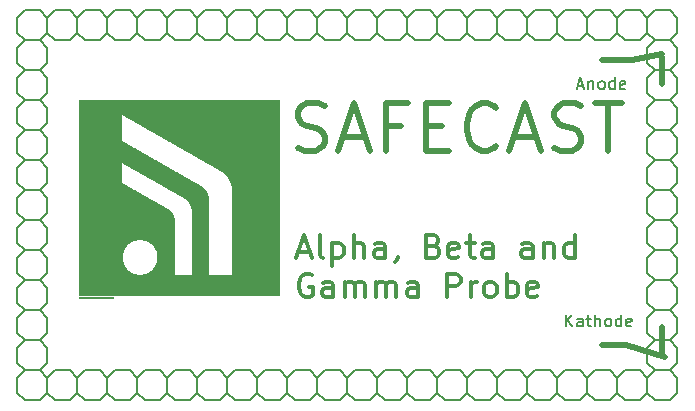
<source format=gbr>
G04 #@! TF.FileFunction,Legend,Top*
%FSLAX46Y46*%
G04 Gerber Fmt 4.6, Leading zero omitted, Abs format (unit mm)*
G04 Created by KiCad (PCBNEW 4.0.5) date Thursday, March 02, 2017 'PMt' 08:34:31 PM*
%MOMM*%
%LPD*%
G01*
G04 APERTURE LIST*
%ADD10C,0.100000*%
%ADD11C,0.500000*%
%ADD12C,0.300000*%
%ADD13C,0.152400*%
%ADD14C,0.150000*%
%ADD15C,0.101600*%
%ADD16C,0.096520*%
%ADD17C,0.004064*%
G04 APERTURE END LIST*
D10*
D11*
X175260000Y-115316000D02*
X175260000Y-117602000D01*
X175260000Y-92456000D02*
X175260000Y-94742000D01*
X172720000Y-92710000D02*
X175260000Y-92202000D01*
X170180000Y-92710000D02*
X172720000Y-92710000D01*
X172212000Y-116840000D02*
X175514000Y-117856000D01*
X170180000Y-116840000D02*
X172212000Y-116840000D01*
D12*
X144525952Y-108919333D02*
X145478333Y-108919333D01*
X144335476Y-109490762D02*
X145002143Y-107490762D01*
X145668810Y-109490762D01*
X146621191Y-109490762D02*
X146430715Y-109395524D01*
X146335476Y-109205048D01*
X146335476Y-107490762D01*
X147383095Y-108157429D02*
X147383095Y-110157429D01*
X147383095Y-108252667D02*
X147573572Y-108157429D01*
X147954524Y-108157429D01*
X148145000Y-108252667D01*
X148240238Y-108347905D01*
X148335476Y-108538381D01*
X148335476Y-109109810D01*
X148240238Y-109300286D01*
X148145000Y-109395524D01*
X147954524Y-109490762D01*
X147573572Y-109490762D01*
X147383095Y-109395524D01*
X149192619Y-109490762D02*
X149192619Y-107490762D01*
X150049762Y-109490762D02*
X150049762Y-108443143D01*
X149954524Y-108252667D01*
X149764048Y-108157429D01*
X149478334Y-108157429D01*
X149287858Y-108252667D01*
X149192619Y-108347905D01*
X151859286Y-109490762D02*
X151859286Y-108443143D01*
X151764048Y-108252667D01*
X151573572Y-108157429D01*
X151192620Y-108157429D01*
X151002143Y-108252667D01*
X151859286Y-109395524D02*
X151668810Y-109490762D01*
X151192620Y-109490762D01*
X151002143Y-109395524D01*
X150906905Y-109205048D01*
X150906905Y-109014571D01*
X151002143Y-108824095D01*
X151192620Y-108728857D01*
X151668810Y-108728857D01*
X151859286Y-108633619D01*
X152906906Y-109395524D02*
X152906906Y-109490762D01*
X152811667Y-109681238D01*
X152716429Y-109776476D01*
X155954525Y-108443143D02*
X156240239Y-108538381D01*
X156335478Y-108633619D01*
X156430716Y-108824095D01*
X156430716Y-109109810D01*
X156335478Y-109300286D01*
X156240239Y-109395524D01*
X156049763Y-109490762D01*
X155287858Y-109490762D01*
X155287858Y-107490762D01*
X155954525Y-107490762D01*
X156145001Y-107586000D01*
X156240239Y-107681238D01*
X156335478Y-107871714D01*
X156335478Y-108062190D01*
X156240239Y-108252667D01*
X156145001Y-108347905D01*
X155954525Y-108443143D01*
X155287858Y-108443143D01*
X158049763Y-109395524D02*
X157859287Y-109490762D01*
X157478335Y-109490762D01*
X157287858Y-109395524D01*
X157192620Y-109205048D01*
X157192620Y-108443143D01*
X157287858Y-108252667D01*
X157478335Y-108157429D01*
X157859287Y-108157429D01*
X158049763Y-108252667D01*
X158145001Y-108443143D01*
X158145001Y-108633619D01*
X157192620Y-108824095D01*
X158716430Y-108157429D02*
X159478335Y-108157429D01*
X159002144Y-107490762D02*
X159002144Y-109205048D01*
X159097383Y-109395524D01*
X159287859Y-109490762D01*
X159478335Y-109490762D01*
X161002144Y-109490762D02*
X161002144Y-108443143D01*
X160906906Y-108252667D01*
X160716430Y-108157429D01*
X160335478Y-108157429D01*
X160145001Y-108252667D01*
X161002144Y-109395524D02*
X160811668Y-109490762D01*
X160335478Y-109490762D01*
X160145001Y-109395524D01*
X160049763Y-109205048D01*
X160049763Y-109014571D01*
X160145001Y-108824095D01*
X160335478Y-108728857D01*
X160811668Y-108728857D01*
X161002144Y-108633619D01*
X164335478Y-109490762D02*
X164335478Y-108443143D01*
X164240240Y-108252667D01*
X164049764Y-108157429D01*
X163668812Y-108157429D01*
X163478335Y-108252667D01*
X164335478Y-109395524D02*
X164145002Y-109490762D01*
X163668812Y-109490762D01*
X163478335Y-109395524D01*
X163383097Y-109205048D01*
X163383097Y-109014571D01*
X163478335Y-108824095D01*
X163668812Y-108728857D01*
X164145002Y-108728857D01*
X164335478Y-108633619D01*
X165287859Y-108157429D02*
X165287859Y-109490762D01*
X165287859Y-108347905D02*
X165383098Y-108252667D01*
X165573574Y-108157429D01*
X165859288Y-108157429D01*
X166049764Y-108252667D01*
X166145002Y-108443143D01*
X166145002Y-109490762D01*
X167954526Y-109490762D02*
X167954526Y-107490762D01*
X167954526Y-109395524D02*
X167764050Y-109490762D01*
X167383098Y-109490762D01*
X167192622Y-109395524D01*
X167097383Y-109300286D01*
X167002145Y-109109810D01*
X167002145Y-108538381D01*
X167097383Y-108347905D01*
X167192622Y-108252667D01*
X167383098Y-108157429D01*
X167764050Y-108157429D01*
X167954526Y-108252667D01*
X145668810Y-110886000D02*
X145478333Y-110790762D01*
X145192619Y-110790762D01*
X144906905Y-110886000D01*
X144716429Y-111076476D01*
X144621190Y-111266952D01*
X144525952Y-111647905D01*
X144525952Y-111933619D01*
X144621190Y-112314571D01*
X144716429Y-112505048D01*
X144906905Y-112695524D01*
X145192619Y-112790762D01*
X145383095Y-112790762D01*
X145668810Y-112695524D01*
X145764048Y-112600286D01*
X145764048Y-111933619D01*
X145383095Y-111933619D01*
X147478333Y-112790762D02*
X147478333Y-111743143D01*
X147383095Y-111552667D01*
X147192619Y-111457429D01*
X146811667Y-111457429D01*
X146621190Y-111552667D01*
X147478333Y-112695524D02*
X147287857Y-112790762D01*
X146811667Y-112790762D01*
X146621190Y-112695524D01*
X146525952Y-112505048D01*
X146525952Y-112314571D01*
X146621190Y-112124095D01*
X146811667Y-112028857D01*
X147287857Y-112028857D01*
X147478333Y-111933619D01*
X148430714Y-112790762D02*
X148430714Y-111457429D01*
X148430714Y-111647905D02*
X148525953Y-111552667D01*
X148716429Y-111457429D01*
X149002143Y-111457429D01*
X149192619Y-111552667D01*
X149287857Y-111743143D01*
X149287857Y-112790762D01*
X149287857Y-111743143D02*
X149383095Y-111552667D01*
X149573572Y-111457429D01*
X149859286Y-111457429D01*
X150049762Y-111552667D01*
X150145000Y-111743143D01*
X150145000Y-112790762D01*
X151097381Y-112790762D02*
X151097381Y-111457429D01*
X151097381Y-111647905D02*
X151192620Y-111552667D01*
X151383096Y-111457429D01*
X151668810Y-111457429D01*
X151859286Y-111552667D01*
X151954524Y-111743143D01*
X151954524Y-112790762D01*
X151954524Y-111743143D02*
X152049762Y-111552667D01*
X152240239Y-111457429D01*
X152525953Y-111457429D01*
X152716429Y-111552667D01*
X152811667Y-111743143D01*
X152811667Y-112790762D01*
X154621191Y-112790762D02*
X154621191Y-111743143D01*
X154525953Y-111552667D01*
X154335477Y-111457429D01*
X153954525Y-111457429D01*
X153764048Y-111552667D01*
X154621191Y-112695524D02*
X154430715Y-112790762D01*
X153954525Y-112790762D01*
X153764048Y-112695524D01*
X153668810Y-112505048D01*
X153668810Y-112314571D01*
X153764048Y-112124095D01*
X153954525Y-112028857D01*
X154430715Y-112028857D01*
X154621191Y-111933619D01*
X157097382Y-112790762D02*
X157097382Y-110790762D01*
X157859287Y-110790762D01*
X158049763Y-110886000D01*
X158145002Y-110981238D01*
X158240240Y-111171714D01*
X158240240Y-111457429D01*
X158145002Y-111647905D01*
X158049763Y-111743143D01*
X157859287Y-111838381D01*
X157097382Y-111838381D01*
X159097382Y-112790762D02*
X159097382Y-111457429D01*
X159097382Y-111838381D02*
X159192621Y-111647905D01*
X159287859Y-111552667D01*
X159478335Y-111457429D01*
X159668811Y-111457429D01*
X160621192Y-112790762D02*
X160430716Y-112695524D01*
X160335477Y-112600286D01*
X160240239Y-112409810D01*
X160240239Y-111838381D01*
X160335477Y-111647905D01*
X160430716Y-111552667D01*
X160621192Y-111457429D01*
X160906906Y-111457429D01*
X161097382Y-111552667D01*
X161192620Y-111647905D01*
X161287858Y-111838381D01*
X161287858Y-112409810D01*
X161192620Y-112600286D01*
X161097382Y-112695524D01*
X160906906Y-112790762D01*
X160621192Y-112790762D01*
X162145001Y-112790762D02*
X162145001Y-110790762D01*
X162145001Y-111552667D02*
X162335478Y-111457429D01*
X162716430Y-111457429D01*
X162906906Y-111552667D01*
X163002144Y-111647905D01*
X163097382Y-111838381D01*
X163097382Y-112409810D01*
X163002144Y-112600286D01*
X162906906Y-112695524D01*
X162716430Y-112790762D01*
X162335478Y-112790762D01*
X162145001Y-112695524D01*
X164716430Y-112695524D02*
X164525954Y-112790762D01*
X164145002Y-112790762D01*
X163954525Y-112695524D01*
X163859287Y-112505048D01*
X163859287Y-111743143D01*
X163954525Y-111552667D01*
X164145002Y-111457429D01*
X164525954Y-111457429D01*
X164716430Y-111552667D01*
X164811668Y-111743143D01*
X164811668Y-111933619D01*
X163859287Y-112124095D01*
D11*
X144464191Y-100171048D02*
X145035619Y-100361524D01*
X145988000Y-100361524D01*
X146368953Y-100171048D01*
X146559429Y-99980571D01*
X146749905Y-99599619D01*
X146749905Y-99218667D01*
X146559429Y-98837714D01*
X146368953Y-98647238D01*
X145988000Y-98456762D01*
X145226096Y-98266286D01*
X144845143Y-98075810D01*
X144654667Y-97885333D01*
X144464191Y-97504381D01*
X144464191Y-97123429D01*
X144654667Y-96742476D01*
X144845143Y-96552000D01*
X145226096Y-96361524D01*
X146178476Y-96361524D01*
X146749905Y-96552000D01*
X148273715Y-99218667D02*
X150178477Y-99218667D01*
X147892762Y-100361524D02*
X149226096Y-96361524D01*
X150559429Y-100361524D01*
X153226095Y-98266286D02*
X151892762Y-98266286D01*
X151892762Y-100361524D02*
X151892762Y-96361524D01*
X153797524Y-96361524D01*
X155321333Y-98266286D02*
X156654666Y-98266286D01*
X157226095Y-100361524D02*
X155321333Y-100361524D01*
X155321333Y-96361524D01*
X157226095Y-96361524D01*
X161226095Y-99980571D02*
X161035619Y-100171048D01*
X160464190Y-100361524D01*
X160083238Y-100361524D01*
X159511810Y-100171048D01*
X159130857Y-99790095D01*
X158940381Y-99409143D01*
X158749905Y-98647238D01*
X158749905Y-98075810D01*
X158940381Y-97313905D01*
X159130857Y-96932952D01*
X159511810Y-96552000D01*
X160083238Y-96361524D01*
X160464190Y-96361524D01*
X161035619Y-96552000D01*
X161226095Y-96742476D01*
X162749905Y-99218667D02*
X164654667Y-99218667D01*
X162368952Y-100361524D02*
X163702286Y-96361524D01*
X165035619Y-100361524D01*
X166178476Y-100171048D02*
X166749904Y-100361524D01*
X167702285Y-100361524D01*
X168083238Y-100171048D01*
X168273714Y-99980571D01*
X168464190Y-99599619D01*
X168464190Y-99218667D01*
X168273714Y-98837714D01*
X168083238Y-98647238D01*
X167702285Y-98456762D01*
X166940381Y-98266286D01*
X166559428Y-98075810D01*
X166368952Y-97885333D01*
X166178476Y-97504381D01*
X166178476Y-97123429D01*
X166368952Y-96742476D01*
X166559428Y-96552000D01*
X166940381Y-96361524D01*
X167892761Y-96361524D01*
X168464190Y-96552000D01*
X169607047Y-96361524D02*
X171892762Y-96361524D01*
X170749905Y-100361524D02*
X170749905Y-96361524D01*
D13*
X174701100Y-93568600D02*
X174066100Y-92933600D01*
X174066100Y-92933600D02*
X174066100Y-91663600D01*
X174066100Y-91663600D02*
X174701100Y-91028600D01*
X174701100Y-91028600D02*
X175971100Y-91028600D01*
X175971100Y-91028600D02*
X176606100Y-91663600D01*
X176606100Y-91663600D02*
X176606100Y-92933600D01*
X176606100Y-92933600D02*
X175971100Y-93568600D01*
X174066100Y-98013600D02*
X174066100Y-96743600D01*
X174066100Y-96743600D02*
X174701100Y-96108600D01*
X174701100Y-96108600D02*
X175971100Y-96108600D01*
X175971100Y-96108600D02*
X176606100Y-96743600D01*
X174701100Y-96108600D02*
X174066100Y-95473600D01*
X174066100Y-95473600D02*
X174066100Y-94203600D01*
X174066100Y-94203600D02*
X174701100Y-93568600D01*
X174701100Y-93568600D02*
X175971100Y-93568600D01*
X175971100Y-93568600D02*
X176606100Y-94203600D01*
X176606100Y-94203600D02*
X176606100Y-95473600D01*
X176606100Y-95473600D02*
X175971100Y-96108600D01*
X174701100Y-101188600D02*
X174066100Y-100553600D01*
X174066100Y-100553600D02*
X174066100Y-99283600D01*
X174066100Y-99283600D02*
X174701100Y-98648600D01*
X174701100Y-98648600D02*
X175971100Y-98648600D01*
X175971100Y-98648600D02*
X176606100Y-99283600D01*
X176606100Y-99283600D02*
X176606100Y-100553600D01*
X176606100Y-100553600D02*
X175971100Y-101188600D01*
X174066100Y-98013600D02*
X174701100Y-98648600D01*
X175971100Y-98648600D02*
X176606100Y-98013600D01*
X176606100Y-96743600D02*
X176606100Y-98013600D01*
X174066100Y-105633600D02*
X174066100Y-104363600D01*
X174066100Y-104363600D02*
X174701100Y-103728600D01*
X174701100Y-103728600D02*
X175971100Y-103728600D01*
X175971100Y-103728600D02*
X176606100Y-104363600D01*
X174701100Y-103728600D02*
X174066100Y-103093600D01*
X174066100Y-103093600D02*
X174066100Y-101823600D01*
X174066100Y-101823600D02*
X174701100Y-101188600D01*
X174701100Y-101188600D02*
X175971100Y-101188600D01*
X175971100Y-101188600D02*
X176606100Y-101823600D01*
X176606100Y-101823600D02*
X176606100Y-103093600D01*
X176606100Y-103093600D02*
X175971100Y-103728600D01*
X174701100Y-108808600D02*
X174066100Y-108173600D01*
X174066100Y-108173600D02*
X174066100Y-106903600D01*
X174066100Y-106903600D02*
X174701100Y-106268600D01*
X174701100Y-106268600D02*
X175971100Y-106268600D01*
X175971100Y-106268600D02*
X176606100Y-106903600D01*
X176606100Y-106903600D02*
X176606100Y-108173600D01*
X176606100Y-108173600D02*
X175971100Y-108808600D01*
X174066100Y-105633600D02*
X174701100Y-106268600D01*
X175971100Y-106268600D02*
X176606100Y-105633600D01*
X176606100Y-104363600D02*
X176606100Y-105633600D01*
X174066100Y-113253600D02*
X174066100Y-111983600D01*
X174066100Y-111983600D02*
X174701100Y-111348600D01*
X174701100Y-111348600D02*
X175971100Y-111348600D01*
X175971100Y-111348600D02*
X176606100Y-111983600D01*
X174701100Y-111348600D02*
X174066100Y-110713600D01*
X174066100Y-110713600D02*
X174066100Y-109443600D01*
X174066100Y-109443600D02*
X174701100Y-108808600D01*
X174701100Y-108808600D02*
X175971100Y-108808600D01*
X175971100Y-108808600D02*
X176606100Y-109443600D01*
X176606100Y-109443600D02*
X176606100Y-110713600D01*
X176606100Y-110713600D02*
X175971100Y-111348600D01*
X174701100Y-116428600D02*
X174066100Y-115793600D01*
X174066100Y-115793600D02*
X174066100Y-114523600D01*
X174066100Y-114523600D02*
X174701100Y-113888600D01*
X174701100Y-113888600D02*
X175971100Y-113888600D01*
X175971100Y-113888600D02*
X176606100Y-114523600D01*
X176606100Y-114523600D02*
X176606100Y-115793600D01*
X176606100Y-115793600D02*
X175971100Y-116428600D01*
X174066100Y-113253600D02*
X174701100Y-113888600D01*
X175971100Y-113888600D02*
X176606100Y-113253600D01*
X176606100Y-111983600D02*
X176606100Y-113253600D01*
X174066100Y-120873600D02*
X174066100Y-119603600D01*
X174066100Y-119603600D02*
X174701100Y-118968600D01*
X174701100Y-118968600D02*
X175971100Y-118968600D01*
X175971100Y-118968600D02*
X176606100Y-119603600D01*
X174701100Y-118968600D02*
X174066100Y-118333600D01*
X174066100Y-118333600D02*
X174066100Y-117063600D01*
X174066100Y-117063600D02*
X174701100Y-116428600D01*
X174701100Y-116428600D02*
X175971100Y-116428600D01*
X175971100Y-116428600D02*
X176606100Y-117063600D01*
X176606100Y-117063600D02*
X176606100Y-118333600D01*
X176606100Y-118333600D02*
X175971100Y-118968600D01*
X174701100Y-121508600D02*
X175971100Y-121508600D01*
X174066100Y-120873600D02*
X174701100Y-121508600D01*
X175971100Y-121508600D02*
X176606100Y-120873600D01*
X176606100Y-119603600D02*
X176606100Y-120873600D01*
X174701100Y-91028600D02*
X174066100Y-90393600D01*
X174066100Y-90393600D02*
X174066100Y-89123600D01*
X174066100Y-89123600D02*
X174701100Y-88488600D01*
X174701100Y-88488600D02*
X175971100Y-88488600D01*
X175971100Y-88488600D02*
X176606100Y-89123600D01*
X176606100Y-89123600D02*
X176606100Y-90393600D01*
X176606100Y-90393600D02*
X175971100Y-91028600D01*
X121361100Y-93568600D02*
X120726100Y-92933600D01*
X120726100Y-92933600D02*
X120726100Y-91663600D01*
X120726100Y-91663600D02*
X121361100Y-91028600D01*
X121361100Y-91028600D02*
X122631100Y-91028600D01*
X122631100Y-91028600D02*
X123266100Y-91663600D01*
X123266100Y-91663600D02*
X123266100Y-92933600D01*
X123266100Y-92933600D02*
X122631100Y-93568600D01*
X120726100Y-98013600D02*
X120726100Y-96743600D01*
X120726100Y-96743600D02*
X121361100Y-96108600D01*
X121361100Y-96108600D02*
X122631100Y-96108600D01*
X122631100Y-96108600D02*
X123266100Y-96743600D01*
X121361100Y-96108600D02*
X120726100Y-95473600D01*
X120726100Y-95473600D02*
X120726100Y-94203600D01*
X120726100Y-94203600D02*
X121361100Y-93568600D01*
X121361100Y-93568600D02*
X122631100Y-93568600D01*
X122631100Y-93568600D02*
X123266100Y-94203600D01*
X123266100Y-94203600D02*
X123266100Y-95473600D01*
X123266100Y-95473600D02*
X122631100Y-96108600D01*
X121361100Y-101188600D02*
X120726100Y-100553600D01*
X120726100Y-100553600D02*
X120726100Y-99283600D01*
X120726100Y-99283600D02*
X121361100Y-98648600D01*
X121361100Y-98648600D02*
X122631100Y-98648600D01*
X122631100Y-98648600D02*
X123266100Y-99283600D01*
X123266100Y-99283600D02*
X123266100Y-100553600D01*
X123266100Y-100553600D02*
X122631100Y-101188600D01*
X120726100Y-98013600D02*
X121361100Y-98648600D01*
X122631100Y-98648600D02*
X123266100Y-98013600D01*
X123266100Y-96743600D02*
X123266100Y-98013600D01*
X120726100Y-105633600D02*
X120726100Y-104363600D01*
X120726100Y-104363600D02*
X121361100Y-103728600D01*
X121361100Y-103728600D02*
X122631100Y-103728600D01*
X122631100Y-103728600D02*
X123266100Y-104363600D01*
X121361100Y-103728600D02*
X120726100Y-103093600D01*
X120726100Y-103093600D02*
X120726100Y-101823600D01*
X120726100Y-101823600D02*
X121361100Y-101188600D01*
X121361100Y-101188600D02*
X122631100Y-101188600D01*
X122631100Y-101188600D02*
X123266100Y-101823600D01*
X123266100Y-101823600D02*
X123266100Y-103093600D01*
X123266100Y-103093600D02*
X122631100Y-103728600D01*
X121361100Y-108808600D02*
X120726100Y-108173600D01*
X120726100Y-108173600D02*
X120726100Y-106903600D01*
X120726100Y-106903600D02*
X121361100Y-106268600D01*
X121361100Y-106268600D02*
X122631100Y-106268600D01*
X122631100Y-106268600D02*
X123266100Y-106903600D01*
X123266100Y-106903600D02*
X123266100Y-108173600D01*
X123266100Y-108173600D02*
X122631100Y-108808600D01*
X120726100Y-105633600D02*
X121361100Y-106268600D01*
X122631100Y-106268600D02*
X123266100Y-105633600D01*
X123266100Y-104363600D02*
X123266100Y-105633600D01*
X120726100Y-113253600D02*
X120726100Y-111983600D01*
X120726100Y-111983600D02*
X121361100Y-111348600D01*
X121361100Y-111348600D02*
X122631100Y-111348600D01*
X122631100Y-111348600D02*
X123266100Y-111983600D01*
X121361100Y-111348600D02*
X120726100Y-110713600D01*
X120726100Y-110713600D02*
X120726100Y-109443600D01*
X120726100Y-109443600D02*
X121361100Y-108808600D01*
X121361100Y-108808600D02*
X122631100Y-108808600D01*
X122631100Y-108808600D02*
X123266100Y-109443600D01*
X123266100Y-109443600D02*
X123266100Y-110713600D01*
X123266100Y-110713600D02*
X122631100Y-111348600D01*
X121361100Y-116428600D02*
X120726100Y-115793600D01*
X120726100Y-115793600D02*
X120726100Y-114523600D01*
X120726100Y-114523600D02*
X121361100Y-113888600D01*
X121361100Y-113888600D02*
X122631100Y-113888600D01*
X122631100Y-113888600D02*
X123266100Y-114523600D01*
X123266100Y-114523600D02*
X123266100Y-115793600D01*
X123266100Y-115793600D02*
X122631100Y-116428600D01*
X120726100Y-113253600D02*
X121361100Y-113888600D01*
X122631100Y-113888600D02*
X123266100Y-113253600D01*
X123266100Y-111983600D02*
X123266100Y-113253600D01*
X120726100Y-120873600D02*
X120726100Y-119603600D01*
X120726100Y-119603600D02*
X121361100Y-118968600D01*
X121361100Y-118968600D02*
X122631100Y-118968600D01*
X122631100Y-118968600D02*
X123266100Y-119603600D01*
X121361100Y-118968600D02*
X120726100Y-118333600D01*
X120726100Y-118333600D02*
X120726100Y-117063600D01*
X120726100Y-117063600D02*
X121361100Y-116428600D01*
X121361100Y-116428600D02*
X122631100Y-116428600D01*
X122631100Y-116428600D02*
X123266100Y-117063600D01*
X123266100Y-117063600D02*
X123266100Y-118333600D01*
X123266100Y-118333600D02*
X122631100Y-118968600D01*
X121361100Y-121508600D02*
X122631100Y-121508600D01*
X120726100Y-120873600D02*
X121361100Y-121508600D01*
X122631100Y-121508600D02*
X123266100Y-120873600D01*
X123266100Y-119603600D02*
X123266100Y-120873600D01*
X121361100Y-91028600D02*
X120726100Y-90393600D01*
X120726100Y-90393600D02*
X120726100Y-89123600D01*
X120726100Y-89123600D02*
X121361100Y-88488600D01*
X121361100Y-88488600D02*
X122631100Y-88488600D01*
X122631100Y-88488600D02*
X123266100Y-89123600D01*
X123266100Y-89123600D02*
X123266100Y-90393600D01*
X123266100Y-90393600D02*
X122631100Y-91028600D01*
X169621100Y-88488600D02*
X170891100Y-88488600D01*
X170891100Y-88488600D02*
X171526100Y-89123600D01*
X171526100Y-89123600D02*
X171526100Y-90393600D01*
X171526100Y-90393600D02*
X170891100Y-91028600D01*
X166446100Y-89123600D02*
X167081100Y-88488600D01*
X167081100Y-88488600D02*
X168351100Y-88488600D01*
X168351100Y-88488600D02*
X168986100Y-89123600D01*
X168986100Y-89123600D02*
X168986100Y-90393600D01*
X168986100Y-90393600D02*
X168351100Y-91028600D01*
X168351100Y-91028600D02*
X167081100Y-91028600D01*
X167081100Y-91028600D02*
X166446100Y-90393600D01*
X169621100Y-88488600D02*
X168986100Y-89123600D01*
X168986100Y-90393600D02*
X169621100Y-91028600D01*
X170891100Y-91028600D02*
X169621100Y-91028600D01*
X162001100Y-88488600D02*
X163271100Y-88488600D01*
X163271100Y-88488600D02*
X163906100Y-89123600D01*
X163906100Y-89123600D02*
X163906100Y-90393600D01*
X163906100Y-90393600D02*
X163271100Y-91028600D01*
X163906100Y-89123600D02*
X164541100Y-88488600D01*
X164541100Y-88488600D02*
X165811100Y-88488600D01*
X165811100Y-88488600D02*
X166446100Y-89123600D01*
X166446100Y-89123600D02*
X166446100Y-90393600D01*
X166446100Y-90393600D02*
X165811100Y-91028600D01*
X165811100Y-91028600D02*
X164541100Y-91028600D01*
X164541100Y-91028600D02*
X163906100Y-90393600D01*
X158826100Y-89123600D02*
X159461100Y-88488600D01*
X159461100Y-88488600D02*
X160731100Y-88488600D01*
X160731100Y-88488600D02*
X161366100Y-89123600D01*
X161366100Y-89123600D02*
X161366100Y-90393600D01*
X161366100Y-90393600D02*
X160731100Y-91028600D01*
X160731100Y-91028600D02*
X159461100Y-91028600D01*
X159461100Y-91028600D02*
X158826100Y-90393600D01*
X162001100Y-88488600D02*
X161366100Y-89123600D01*
X161366100Y-90393600D02*
X162001100Y-91028600D01*
X163271100Y-91028600D02*
X162001100Y-91028600D01*
X154381100Y-88488600D02*
X155651100Y-88488600D01*
X155651100Y-88488600D02*
X156286100Y-89123600D01*
X156286100Y-89123600D02*
X156286100Y-90393600D01*
X156286100Y-90393600D02*
X155651100Y-91028600D01*
X156286100Y-89123600D02*
X156921100Y-88488600D01*
X156921100Y-88488600D02*
X158191100Y-88488600D01*
X158191100Y-88488600D02*
X158826100Y-89123600D01*
X158826100Y-89123600D02*
X158826100Y-90393600D01*
X158826100Y-90393600D02*
X158191100Y-91028600D01*
X158191100Y-91028600D02*
X156921100Y-91028600D01*
X156921100Y-91028600D02*
X156286100Y-90393600D01*
X151206100Y-89123600D02*
X151841100Y-88488600D01*
X151841100Y-88488600D02*
X153111100Y-88488600D01*
X153111100Y-88488600D02*
X153746100Y-89123600D01*
X153746100Y-89123600D02*
X153746100Y-90393600D01*
X153746100Y-90393600D02*
X153111100Y-91028600D01*
X153111100Y-91028600D02*
X151841100Y-91028600D01*
X151841100Y-91028600D02*
X151206100Y-90393600D01*
X154381100Y-88488600D02*
X153746100Y-89123600D01*
X153746100Y-90393600D02*
X154381100Y-91028600D01*
X155651100Y-91028600D02*
X154381100Y-91028600D01*
X146761100Y-88488600D02*
X148031100Y-88488600D01*
X148031100Y-88488600D02*
X148666100Y-89123600D01*
X148666100Y-89123600D02*
X148666100Y-90393600D01*
X148666100Y-90393600D02*
X148031100Y-91028600D01*
X148666100Y-89123600D02*
X149301100Y-88488600D01*
X149301100Y-88488600D02*
X150571100Y-88488600D01*
X150571100Y-88488600D02*
X151206100Y-89123600D01*
X151206100Y-89123600D02*
X151206100Y-90393600D01*
X151206100Y-90393600D02*
X150571100Y-91028600D01*
X150571100Y-91028600D02*
X149301100Y-91028600D01*
X149301100Y-91028600D02*
X148666100Y-90393600D01*
X143586100Y-89123600D02*
X144221100Y-88488600D01*
X144221100Y-88488600D02*
X145491100Y-88488600D01*
X145491100Y-88488600D02*
X146126100Y-89123600D01*
X146126100Y-89123600D02*
X146126100Y-90393600D01*
X146126100Y-90393600D02*
X145491100Y-91028600D01*
X145491100Y-91028600D02*
X144221100Y-91028600D01*
X144221100Y-91028600D02*
X143586100Y-90393600D01*
X146761100Y-88488600D02*
X146126100Y-89123600D01*
X146126100Y-90393600D02*
X146761100Y-91028600D01*
X148031100Y-91028600D02*
X146761100Y-91028600D01*
X139141100Y-88488600D02*
X140411100Y-88488600D01*
X140411100Y-88488600D02*
X141046100Y-89123600D01*
X141046100Y-89123600D02*
X141046100Y-90393600D01*
X141046100Y-90393600D02*
X140411100Y-91028600D01*
X141046100Y-89123600D02*
X141681100Y-88488600D01*
X141681100Y-88488600D02*
X142951100Y-88488600D01*
X142951100Y-88488600D02*
X143586100Y-89123600D01*
X143586100Y-89123600D02*
X143586100Y-90393600D01*
X143586100Y-90393600D02*
X142951100Y-91028600D01*
X142951100Y-91028600D02*
X141681100Y-91028600D01*
X141681100Y-91028600D02*
X141046100Y-90393600D01*
X135966100Y-89123600D02*
X136601100Y-88488600D01*
X136601100Y-88488600D02*
X137871100Y-88488600D01*
X137871100Y-88488600D02*
X138506100Y-89123600D01*
X138506100Y-89123600D02*
X138506100Y-90393600D01*
X138506100Y-90393600D02*
X137871100Y-91028600D01*
X137871100Y-91028600D02*
X136601100Y-91028600D01*
X136601100Y-91028600D02*
X135966100Y-90393600D01*
X139141100Y-88488600D02*
X138506100Y-89123600D01*
X138506100Y-90393600D02*
X139141100Y-91028600D01*
X140411100Y-91028600D02*
X139141100Y-91028600D01*
X131521100Y-88488600D02*
X132791100Y-88488600D01*
X132791100Y-88488600D02*
X133426100Y-89123600D01*
X133426100Y-89123600D02*
X133426100Y-90393600D01*
X133426100Y-90393600D02*
X132791100Y-91028600D01*
X133426100Y-89123600D02*
X134061100Y-88488600D01*
X134061100Y-88488600D02*
X135331100Y-88488600D01*
X135331100Y-88488600D02*
X135966100Y-89123600D01*
X135966100Y-89123600D02*
X135966100Y-90393600D01*
X135966100Y-90393600D02*
X135331100Y-91028600D01*
X135331100Y-91028600D02*
X134061100Y-91028600D01*
X134061100Y-91028600D02*
X133426100Y-90393600D01*
X128346100Y-89123600D02*
X128981100Y-88488600D01*
X128981100Y-88488600D02*
X130251100Y-88488600D01*
X130251100Y-88488600D02*
X130886100Y-89123600D01*
X130886100Y-89123600D02*
X130886100Y-90393600D01*
X130886100Y-90393600D02*
X130251100Y-91028600D01*
X130251100Y-91028600D02*
X128981100Y-91028600D01*
X128981100Y-91028600D02*
X128346100Y-90393600D01*
X131521100Y-88488600D02*
X130886100Y-89123600D01*
X130886100Y-90393600D02*
X131521100Y-91028600D01*
X132791100Y-91028600D02*
X131521100Y-91028600D01*
X123901100Y-88488600D02*
X125171100Y-88488600D01*
X125171100Y-88488600D02*
X125806100Y-89123600D01*
X125806100Y-89123600D02*
X125806100Y-90393600D01*
X125806100Y-90393600D02*
X125171100Y-91028600D01*
X125806100Y-89123600D02*
X126441100Y-88488600D01*
X126441100Y-88488600D02*
X127711100Y-88488600D01*
X127711100Y-88488600D02*
X128346100Y-89123600D01*
X128346100Y-89123600D02*
X128346100Y-90393600D01*
X128346100Y-90393600D02*
X127711100Y-91028600D01*
X127711100Y-91028600D02*
X126441100Y-91028600D01*
X126441100Y-91028600D02*
X125806100Y-90393600D01*
X123266100Y-89123600D02*
X123266100Y-90393600D01*
X123901100Y-88488600D02*
X123266100Y-89123600D01*
X123266100Y-90393600D02*
X123901100Y-91028600D01*
X125171100Y-91028600D02*
X123901100Y-91028600D01*
X172161100Y-88488600D02*
X173431100Y-88488600D01*
X173431100Y-88488600D02*
X174066100Y-89123600D01*
X174066100Y-89123600D02*
X174066100Y-90393600D01*
X174066100Y-90393600D02*
X173431100Y-91028600D01*
X172161100Y-88488600D02*
X171526100Y-89123600D01*
X171526100Y-90393600D02*
X172161100Y-91028600D01*
X173431100Y-91028600D02*
X172161100Y-91028600D01*
X169621100Y-118968600D02*
X170891100Y-118968600D01*
X170891100Y-118968600D02*
X171526100Y-119603600D01*
X171526100Y-119603600D02*
X171526100Y-120873600D01*
X171526100Y-120873600D02*
X170891100Y-121508600D01*
X166446100Y-119603600D02*
X167081100Y-118968600D01*
X167081100Y-118968600D02*
X168351100Y-118968600D01*
X168351100Y-118968600D02*
X168986100Y-119603600D01*
X168986100Y-119603600D02*
X168986100Y-120873600D01*
X168986100Y-120873600D02*
X168351100Y-121508600D01*
X168351100Y-121508600D02*
X167081100Y-121508600D01*
X167081100Y-121508600D02*
X166446100Y-120873600D01*
X169621100Y-118968600D02*
X168986100Y-119603600D01*
X168986100Y-120873600D02*
X169621100Y-121508600D01*
X170891100Y-121508600D02*
X169621100Y-121508600D01*
X162001100Y-118968600D02*
X163271100Y-118968600D01*
X163271100Y-118968600D02*
X163906100Y-119603600D01*
X163906100Y-119603600D02*
X163906100Y-120873600D01*
X163906100Y-120873600D02*
X163271100Y-121508600D01*
X163906100Y-119603600D02*
X164541100Y-118968600D01*
X164541100Y-118968600D02*
X165811100Y-118968600D01*
X165811100Y-118968600D02*
X166446100Y-119603600D01*
X166446100Y-119603600D02*
X166446100Y-120873600D01*
X166446100Y-120873600D02*
X165811100Y-121508600D01*
X165811100Y-121508600D02*
X164541100Y-121508600D01*
X164541100Y-121508600D02*
X163906100Y-120873600D01*
X158826100Y-119603600D02*
X159461100Y-118968600D01*
X159461100Y-118968600D02*
X160731100Y-118968600D01*
X160731100Y-118968600D02*
X161366100Y-119603600D01*
X161366100Y-119603600D02*
X161366100Y-120873600D01*
X161366100Y-120873600D02*
X160731100Y-121508600D01*
X160731100Y-121508600D02*
X159461100Y-121508600D01*
X159461100Y-121508600D02*
X158826100Y-120873600D01*
X162001100Y-118968600D02*
X161366100Y-119603600D01*
X161366100Y-120873600D02*
X162001100Y-121508600D01*
X163271100Y-121508600D02*
X162001100Y-121508600D01*
X154381100Y-118968600D02*
X155651100Y-118968600D01*
X155651100Y-118968600D02*
X156286100Y-119603600D01*
X156286100Y-119603600D02*
X156286100Y-120873600D01*
X156286100Y-120873600D02*
X155651100Y-121508600D01*
X156286100Y-119603600D02*
X156921100Y-118968600D01*
X156921100Y-118968600D02*
X158191100Y-118968600D01*
X158191100Y-118968600D02*
X158826100Y-119603600D01*
X158826100Y-119603600D02*
X158826100Y-120873600D01*
X158826100Y-120873600D02*
X158191100Y-121508600D01*
X158191100Y-121508600D02*
X156921100Y-121508600D01*
X156921100Y-121508600D02*
X156286100Y-120873600D01*
X151206100Y-119603600D02*
X151841100Y-118968600D01*
X151841100Y-118968600D02*
X153111100Y-118968600D01*
X153111100Y-118968600D02*
X153746100Y-119603600D01*
X153746100Y-119603600D02*
X153746100Y-120873600D01*
X153746100Y-120873600D02*
X153111100Y-121508600D01*
X153111100Y-121508600D02*
X151841100Y-121508600D01*
X151841100Y-121508600D02*
X151206100Y-120873600D01*
X154381100Y-118968600D02*
X153746100Y-119603600D01*
X153746100Y-120873600D02*
X154381100Y-121508600D01*
X155651100Y-121508600D02*
X154381100Y-121508600D01*
X146761100Y-118968600D02*
X148031100Y-118968600D01*
X148031100Y-118968600D02*
X148666100Y-119603600D01*
X148666100Y-119603600D02*
X148666100Y-120873600D01*
X148666100Y-120873600D02*
X148031100Y-121508600D01*
X148666100Y-119603600D02*
X149301100Y-118968600D01*
X149301100Y-118968600D02*
X150571100Y-118968600D01*
X150571100Y-118968600D02*
X151206100Y-119603600D01*
X151206100Y-119603600D02*
X151206100Y-120873600D01*
X151206100Y-120873600D02*
X150571100Y-121508600D01*
X150571100Y-121508600D02*
X149301100Y-121508600D01*
X149301100Y-121508600D02*
X148666100Y-120873600D01*
X143586100Y-119603600D02*
X144221100Y-118968600D01*
X144221100Y-118968600D02*
X145491100Y-118968600D01*
X145491100Y-118968600D02*
X146126100Y-119603600D01*
X146126100Y-119603600D02*
X146126100Y-120873600D01*
X146126100Y-120873600D02*
X145491100Y-121508600D01*
X145491100Y-121508600D02*
X144221100Y-121508600D01*
X144221100Y-121508600D02*
X143586100Y-120873600D01*
X146761100Y-118968600D02*
X146126100Y-119603600D01*
X146126100Y-120873600D02*
X146761100Y-121508600D01*
X148031100Y-121508600D02*
X146761100Y-121508600D01*
X139141100Y-118968600D02*
X140411100Y-118968600D01*
X140411100Y-118968600D02*
X141046100Y-119603600D01*
X141046100Y-119603600D02*
X141046100Y-120873600D01*
X141046100Y-120873600D02*
X140411100Y-121508600D01*
X141046100Y-119603600D02*
X141681100Y-118968600D01*
X141681100Y-118968600D02*
X142951100Y-118968600D01*
X142951100Y-118968600D02*
X143586100Y-119603600D01*
X143586100Y-119603600D02*
X143586100Y-120873600D01*
X143586100Y-120873600D02*
X142951100Y-121508600D01*
X142951100Y-121508600D02*
X141681100Y-121508600D01*
X141681100Y-121508600D02*
X141046100Y-120873600D01*
X135966100Y-119603600D02*
X136601100Y-118968600D01*
X136601100Y-118968600D02*
X137871100Y-118968600D01*
X137871100Y-118968600D02*
X138506100Y-119603600D01*
X138506100Y-119603600D02*
X138506100Y-120873600D01*
X138506100Y-120873600D02*
X137871100Y-121508600D01*
X137871100Y-121508600D02*
X136601100Y-121508600D01*
X136601100Y-121508600D02*
X135966100Y-120873600D01*
X139141100Y-118968600D02*
X138506100Y-119603600D01*
X138506100Y-120873600D02*
X139141100Y-121508600D01*
X140411100Y-121508600D02*
X139141100Y-121508600D01*
X131521100Y-118968600D02*
X132791100Y-118968600D01*
X132791100Y-118968600D02*
X133426100Y-119603600D01*
X133426100Y-119603600D02*
X133426100Y-120873600D01*
X133426100Y-120873600D02*
X132791100Y-121508600D01*
X133426100Y-119603600D02*
X134061100Y-118968600D01*
X134061100Y-118968600D02*
X135331100Y-118968600D01*
X135331100Y-118968600D02*
X135966100Y-119603600D01*
X135966100Y-119603600D02*
X135966100Y-120873600D01*
X135966100Y-120873600D02*
X135331100Y-121508600D01*
X135331100Y-121508600D02*
X134061100Y-121508600D01*
X134061100Y-121508600D02*
X133426100Y-120873600D01*
X128346100Y-119603600D02*
X128981100Y-118968600D01*
X128981100Y-118968600D02*
X130251100Y-118968600D01*
X130251100Y-118968600D02*
X130886100Y-119603600D01*
X130886100Y-119603600D02*
X130886100Y-120873600D01*
X130886100Y-120873600D02*
X130251100Y-121508600D01*
X130251100Y-121508600D02*
X128981100Y-121508600D01*
X128981100Y-121508600D02*
X128346100Y-120873600D01*
X131521100Y-118968600D02*
X130886100Y-119603600D01*
X130886100Y-120873600D02*
X131521100Y-121508600D01*
X132791100Y-121508600D02*
X131521100Y-121508600D01*
X123901100Y-118968600D02*
X125171100Y-118968600D01*
X125171100Y-118968600D02*
X125806100Y-119603600D01*
X125806100Y-119603600D02*
X125806100Y-120873600D01*
X125806100Y-120873600D02*
X125171100Y-121508600D01*
X125806100Y-119603600D02*
X126441100Y-118968600D01*
X126441100Y-118968600D02*
X127711100Y-118968600D01*
X127711100Y-118968600D02*
X128346100Y-119603600D01*
X128346100Y-119603600D02*
X128346100Y-120873600D01*
X128346100Y-120873600D02*
X127711100Y-121508600D01*
X127711100Y-121508600D02*
X126441100Y-121508600D01*
X126441100Y-121508600D02*
X125806100Y-120873600D01*
X123266100Y-119603600D02*
X123266100Y-120873600D01*
X123901100Y-118968600D02*
X123266100Y-119603600D01*
X123266100Y-120873600D02*
X123901100Y-121508600D01*
X125171100Y-121508600D02*
X123901100Y-121508600D01*
X172161100Y-118968600D02*
X173431100Y-118968600D01*
X173431100Y-118968600D02*
X174066100Y-119603600D01*
X174066100Y-119603600D02*
X174066100Y-120873600D01*
X174066100Y-120873600D02*
X173431100Y-121508600D01*
X172161100Y-118968600D02*
X171526100Y-119603600D01*
X171526100Y-120873600D02*
X172161100Y-121508600D01*
X173431100Y-121508600D02*
X172161100Y-121508600D01*
D10*
G36*
X125895000Y-112707500D02*
X142913000Y-112707500D01*
X142913000Y-112682100D01*
X125895000Y-112682100D01*
X125895000Y-112707500D01*
G37*
G36*
X125895000Y-112682100D02*
X142913000Y-112682100D01*
X142913000Y-112656700D01*
X125895000Y-112656700D01*
X125895000Y-112682100D01*
G37*
G36*
X125895000Y-112656700D02*
X142913000Y-112656700D01*
X142913000Y-112631300D01*
X125895000Y-112631300D01*
X125895000Y-112656700D01*
G37*
G36*
X125895000Y-112631300D02*
X142913000Y-112631300D01*
X142913000Y-112605900D01*
X125895000Y-112605900D01*
X125895000Y-112631300D01*
G37*
G36*
X125895000Y-112605900D02*
X142913000Y-112605900D01*
X142913000Y-112580500D01*
X125895000Y-112580500D01*
X125895000Y-112605900D01*
G37*
G36*
X125895000Y-112580500D02*
X142913000Y-112580500D01*
X142913000Y-112555100D01*
X125895000Y-112555100D01*
X125895000Y-112580500D01*
G37*
G36*
X125895000Y-112555100D02*
X142913000Y-112555100D01*
X142913000Y-112529700D01*
X125895000Y-112529700D01*
X125895000Y-112555100D01*
G37*
G36*
X125895000Y-112529700D02*
X142913000Y-112529700D01*
X142913000Y-112504300D01*
X125895000Y-112504300D01*
X125895000Y-112529700D01*
G37*
G36*
X125895000Y-112504300D02*
X142913000Y-112504300D01*
X142913000Y-112478900D01*
X125895000Y-112478900D01*
X125895000Y-112504300D01*
G37*
G36*
X125895000Y-112478900D02*
X142913000Y-112478900D01*
X142913000Y-112453500D01*
X125895000Y-112453500D01*
X125895000Y-112478900D01*
G37*
G36*
X125895000Y-112453500D02*
X142913000Y-112453500D01*
X142913000Y-112428100D01*
X125895000Y-112428100D01*
X125895000Y-112453500D01*
G37*
G36*
X125895000Y-112428100D02*
X142913000Y-112428100D01*
X142913000Y-112402700D01*
X125895000Y-112402700D01*
X125895000Y-112428100D01*
G37*
G36*
X125895000Y-112402700D02*
X142913000Y-112402700D01*
X142913000Y-112377300D01*
X125895000Y-112377300D01*
X125895000Y-112402700D01*
G37*
G36*
X125895000Y-112377300D02*
X142913000Y-112377300D01*
X142913000Y-112351900D01*
X125895000Y-112351900D01*
X125895000Y-112377300D01*
G37*
G36*
X125895000Y-112351900D02*
X142913000Y-112351900D01*
X142913000Y-112326500D01*
X125895000Y-112326500D01*
X125895000Y-112351900D01*
G37*
G36*
X125895000Y-112326500D02*
X142913000Y-112326500D01*
X142913000Y-112301100D01*
X125895000Y-112301100D01*
X125895000Y-112326500D01*
G37*
G36*
X125895000Y-112301100D02*
X142913000Y-112301100D01*
X142913000Y-112275700D01*
X125895000Y-112275700D01*
X125895000Y-112301100D01*
G37*
G36*
X125895000Y-112275700D02*
X142913000Y-112275700D01*
X142913000Y-112250300D01*
X125895000Y-112250300D01*
X125895000Y-112275700D01*
G37*
G36*
X125895000Y-112250300D02*
X142913000Y-112250300D01*
X142913000Y-112224900D01*
X125895000Y-112224900D01*
X125895000Y-112250300D01*
G37*
G36*
X125895000Y-112224900D02*
X142913000Y-112224900D01*
X142913000Y-112199500D01*
X125895000Y-112199500D01*
X125895000Y-112224900D01*
G37*
G36*
X125895000Y-112199500D02*
X142913000Y-112199500D01*
X142913000Y-112174100D01*
X125895000Y-112174100D01*
X125895000Y-112199500D01*
G37*
G36*
X125895000Y-112174100D02*
X142913000Y-112174100D01*
X142913000Y-112148700D01*
X125895000Y-112148700D01*
X125895000Y-112174100D01*
G37*
G36*
X125895000Y-112148700D02*
X142913000Y-112148700D01*
X142913000Y-112123300D01*
X125895000Y-112123300D01*
X125895000Y-112148700D01*
G37*
G36*
X125895000Y-112123300D02*
X142913000Y-112123300D01*
X142913000Y-112097900D01*
X125895000Y-112097900D01*
X125895000Y-112123300D01*
G37*
G36*
X125895000Y-112097900D02*
X142913000Y-112097900D01*
X142913000Y-112072500D01*
X125895000Y-112072500D01*
X125895000Y-112097900D01*
G37*
G36*
X125895000Y-112072500D02*
X142913000Y-112072500D01*
X142913000Y-112047100D01*
X125895000Y-112047100D01*
X125895000Y-112072500D01*
G37*
G36*
X125895000Y-112047100D02*
X142913000Y-112047100D01*
X142913000Y-112021700D01*
X125895000Y-112021700D01*
X125895000Y-112047100D01*
G37*
G36*
X125895000Y-112021700D02*
X142913000Y-112021700D01*
X142913000Y-111996300D01*
X125895000Y-111996300D01*
X125895000Y-112021700D01*
G37*
G36*
X125895000Y-111996300D02*
X142913000Y-111996300D01*
X142913000Y-111970900D01*
X125895000Y-111970900D01*
X125895000Y-111996300D01*
G37*
G36*
X125895000Y-111970900D02*
X142913000Y-111970900D01*
X142913000Y-111945500D01*
X125895000Y-111945500D01*
X125895000Y-111970900D01*
G37*
G36*
X125895000Y-111945500D02*
X142913000Y-111945500D01*
X142913000Y-111920100D01*
X125895000Y-111920100D01*
X125895000Y-111945500D01*
G37*
G36*
X125895000Y-111920100D02*
X142913000Y-111920100D01*
X142913000Y-111894700D01*
X125895000Y-111894700D01*
X125895000Y-111920100D01*
G37*
G36*
X125895000Y-111894700D02*
X142913000Y-111894700D01*
X142913000Y-111869300D01*
X125895000Y-111869300D01*
X125895000Y-111894700D01*
G37*
G36*
X125895000Y-111869300D02*
X142913000Y-111869300D01*
X142913000Y-111843900D01*
X125895000Y-111843900D01*
X125895000Y-111869300D01*
G37*
G36*
X125895000Y-111843900D02*
X142913000Y-111843900D01*
X142913000Y-111818500D01*
X125895000Y-111818500D01*
X125895000Y-111843900D01*
G37*
G36*
X125895000Y-111818500D02*
X142913000Y-111818500D01*
X142913000Y-111793100D01*
X125895000Y-111793100D01*
X125895000Y-111818500D01*
G37*
G36*
X125895000Y-111793100D02*
X142913000Y-111793100D01*
X142913000Y-111767700D01*
X125895000Y-111767700D01*
X125895000Y-111793100D01*
G37*
G36*
X125895000Y-111767700D02*
X142913000Y-111767700D01*
X142913000Y-111742300D01*
X125895000Y-111742300D01*
X125895000Y-111767700D01*
G37*
G36*
X125895000Y-111742300D02*
X142913000Y-111742300D01*
X142913000Y-111716900D01*
X125895000Y-111716900D01*
X125895000Y-111742300D01*
G37*
G36*
X125895000Y-111716900D02*
X142913000Y-111716900D01*
X142913000Y-111691500D01*
X125895000Y-111691500D01*
X125895000Y-111716900D01*
G37*
G36*
X125895000Y-111691500D02*
X142913000Y-111691500D01*
X142913000Y-111666100D01*
X125895000Y-111666100D01*
X125895000Y-111691500D01*
G37*
G36*
X125895000Y-111666100D02*
X142913000Y-111666100D01*
X142913000Y-111640700D01*
X125895000Y-111640700D01*
X125895000Y-111666100D01*
G37*
G36*
X125895000Y-111640700D02*
X142913000Y-111640700D01*
X142913000Y-111615300D01*
X125895000Y-111615300D01*
X125895000Y-111640700D01*
G37*
G36*
X125895000Y-111615300D02*
X142913000Y-111615300D01*
X142913000Y-111589900D01*
X125895000Y-111589900D01*
X125895000Y-111615300D01*
G37*
G36*
X125895000Y-111589900D02*
X142913000Y-111589900D01*
X142913000Y-111564500D01*
X125895000Y-111564500D01*
X125895000Y-111589900D01*
G37*
G36*
X125895000Y-111564500D02*
X142913000Y-111564500D01*
X142913000Y-111539100D01*
X125895000Y-111539100D01*
X125895000Y-111564500D01*
G37*
G36*
X125895000Y-111539100D02*
X142913000Y-111539100D01*
X142913000Y-111513700D01*
X125895000Y-111513700D01*
X125895000Y-111539100D01*
G37*
G36*
X125895000Y-111513700D02*
X142913000Y-111513700D01*
X142913000Y-111488300D01*
X125895000Y-111488300D01*
X125895000Y-111513700D01*
G37*
G36*
X125895000Y-111488300D02*
X142913000Y-111488300D01*
X142913000Y-111462900D01*
X125895000Y-111462900D01*
X125895000Y-111488300D01*
G37*
G36*
X125895000Y-111462900D02*
X142913000Y-111462900D01*
X142913000Y-111437500D01*
X125895000Y-111437500D01*
X125895000Y-111462900D01*
G37*
G36*
X125895000Y-111437500D02*
X142913000Y-111437500D01*
X142913000Y-111412100D01*
X125895000Y-111412100D01*
X125895000Y-111437500D01*
G37*
G36*
X125895000Y-111412100D02*
X142913000Y-111412100D01*
X142913000Y-111386700D01*
X125895000Y-111386700D01*
X125895000Y-111412100D01*
G37*
G36*
X125895000Y-111386700D02*
X142913000Y-111386700D01*
X142913000Y-111361300D01*
X125895000Y-111361300D01*
X125895000Y-111386700D01*
G37*
G36*
X125895000Y-111361300D02*
X142913000Y-111361300D01*
X142913000Y-111335900D01*
X125895000Y-111335900D01*
X125895000Y-111361300D01*
G37*
G36*
X125895000Y-111335900D02*
X142913000Y-111335900D01*
X142913000Y-111310500D01*
X125895000Y-111310500D01*
X125895000Y-111335900D01*
G37*
G36*
X125895000Y-111310500D02*
X142913000Y-111310500D01*
X142913000Y-111285100D01*
X125895000Y-111285100D01*
X125895000Y-111310500D01*
G37*
G36*
X125895000Y-111285100D02*
X142913000Y-111285100D01*
X142913000Y-111259700D01*
X125895000Y-111259700D01*
X125895000Y-111285100D01*
G37*
G36*
X125895000Y-111259700D02*
X142913000Y-111259700D01*
X142913000Y-111234300D01*
X125895000Y-111234300D01*
X125895000Y-111259700D01*
G37*
G36*
X125895000Y-111234300D02*
X142913000Y-111234300D01*
X142913000Y-111208900D01*
X125895000Y-111208900D01*
X125895000Y-111234300D01*
G37*
G36*
X125895000Y-111208900D02*
X142913000Y-111208900D01*
X142913000Y-111183500D01*
X125895000Y-111183500D01*
X125895000Y-111208900D01*
G37*
G36*
X125895000Y-111183500D02*
X142913000Y-111183500D01*
X142913000Y-111158100D01*
X125895000Y-111158100D01*
X125895000Y-111183500D01*
G37*
G36*
X125895000Y-111158100D02*
X142913000Y-111158100D01*
X142913000Y-111132700D01*
X125895000Y-111132700D01*
X125895000Y-111158100D01*
G37*
G36*
X125895000Y-111132700D02*
X142913000Y-111132700D01*
X142913000Y-111107300D01*
X125895000Y-111107300D01*
X125895000Y-111132700D01*
G37*
G36*
X125895000Y-111107300D02*
X142913000Y-111107300D01*
X142913000Y-111081900D01*
X125895000Y-111081900D01*
X125895000Y-111107300D01*
G37*
G36*
X125895000Y-111081900D02*
X142913000Y-111081900D01*
X142913000Y-111056500D01*
X125895000Y-111056500D01*
X125895000Y-111081900D01*
G37*
G36*
X125895000Y-111056500D02*
X142913000Y-111056500D01*
X142913000Y-111031100D01*
X125895000Y-111031100D01*
X125895000Y-111056500D01*
G37*
G36*
X125895000Y-111031100D02*
X142913000Y-111031100D01*
X142913000Y-111005700D01*
X125895000Y-111005700D01*
X125895000Y-111031100D01*
G37*
G36*
X125895000Y-111005700D02*
X142913000Y-111005700D01*
X142913000Y-110980300D01*
X125895000Y-110980300D01*
X125895000Y-111005700D01*
G37*
G36*
X125895000Y-110980300D02*
X142913000Y-110980300D01*
X142913000Y-110954900D01*
X125895000Y-110954900D01*
X125895000Y-110980300D01*
G37*
G36*
X125895000Y-110954900D02*
X142913000Y-110954900D01*
X142913000Y-110929500D01*
X125895000Y-110929500D01*
X125895000Y-110954900D01*
G37*
G36*
X125895000Y-110929500D02*
X142913000Y-110929500D01*
X142913000Y-110904100D01*
X125895000Y-110904100D01*
X125895000Y-110929500D01*
G37*
G36*
X125895000Y-110904100D02*
X142913000Y-110904100D01*
X142913000Y-110878700D01*
X125895000Y-110878700D01*
X125895000Y-110904100D01*
G37*
G36*
X125895000Y-110878700D02*
X130873400Y-110878700D01*
X130873400Y-110853300D01*
X125895000Y-110853300D01*
X125895000Y-110878700D01*
G37*
G36*
X131330600Y-110878700D02*
X134023000Y-110878700D01*
X134023000Y-110853300D01*
X131330600Y-110853300D01*
X131330600Y-110878700D01*
G37*
G36*
X135496200Y-110878700D02*
X136944000Y-110878700D01*
X136944000Y-110853300D01*
X135496200Y-110853300D01*
X135496200Y-110878700D01*
G37*
G36*
X138849000Y-110878700D02*
X142913000Y-110878700D01*
X142913000Y-110853300D01*
X138849000Y-110853300D01*
X138849000Y-110878700D01*
G37*
G36*
X125895000Y-110853300D02*
X130746400Y-110853300D01*
X130746400Y-110827900D01*
X125895000Y-110827900D01*
X125895000Y-110853300D01*
G37*
G36*
X131457600Y-110853300D02*
X134023000Y-110853300D01*
X134023000Y-110827900D01*
X131457600Y-110827900D01*
X131457600Y-110853300D01*
G37*
G36*
X135496200Y-110853300D02*
X136944000Y-110853300D01*
X136944000Y-110827900D01*
X135496200Y-110827900D01*
X135496200Y-110853300D01*
G37*
G36*
X138849000Y-110853300D02*
X142913000Y-110853300D01*
X142913000Y-110827900D01*
X138849000Y-110827900D01*
X138849000Y-110853300D01*
G37*
G36*
X125895000Y-110827900D02*
X130644800Y-110827900D01*
X130644800Y-110802500D01*
X125895000Y-110802500D01*
X125895000Y-110827900D01*
G37*
G36*
X131559200Y-110827900D02*
X134023000Y-110827900D01*
X134023000Y-110802500D01*
X131559200Y-110802500D01*
X131559200Y-110827900D01*
G37*
G36*
X135496200Y-110827900D02*
X136944000Y-110827900D01*
X136944000Y-110802500D01*
X135496200Y-110802500D01*
X135496200Y-110827900D01*
G37*
G36*
X138849000Y-110827900D02*
X142913000Y-110827900D01*
X142913000Y-110802500D01*
X138849000Y-110802500D01*
X138849000Y-110827900D01*
G37*
G36*
X125895000Y-110802500D02*
X130594000Y-110802500D01*
X130594000Y-110777100D01*
X125895000Y-110777100D01*
X125895000Y-110802500D01*
G37*
G36*
X131635400Y-110802500D02*
X134023000Y-110802500D01*
X134023000Y-110777100D01*
X131635400Y-110777100D01*
X131635400Y-110802500D01*
G37*
G36*
X135496200Y-110802500D02*
X136944000Y-110802500D01*
X136944000Y-110777100D01*
X135496200Y-110777100D01*
X135496200Y-110802500D01*
G37*
G36*
X138849000Y-110802500D02*
X142913000Y-110802500D01*
X142913000Y-110777100D01*
X138849000Y-110777100D01*
X138849000Y-110802500D01*
G37*
G36*
X125895000Y-110777100D02*
X130517800Y-110777100D01*
X130517800Y-110751700D01*
X125895000Y-110751700D01*
X125895000Y-110777100D01*
G37*
G36*
X131686200Y-110777100D02*
X134023000Y-110777100D01*
X134023000Y-110751700D01*
X131686200Y-110751700D01*
X131686200Y-110777100D01*
G37*
G36*
X135496200Y-110777100D02*
X136944000Y-110777100D01*
X136944000Y-110751700D01*
X135496200Y-110751700D01*
X135496200Y-110777100D01*
G37*
G36*
X138849000Y-110777100D02*
X142913000Y-110777100D01*
X142913000Y-110751700D01*
X138849000Y-110751700D01*
X138849000Y-110777100D01*
G37*
G36*
X125895000Y-110751700D02*
X130467000Y-110751700D01*
X130467000Y-110726300D01*
X125895000Y-110726300D01*
X125895000Y-110751700D01*
G37*
G36*
X131737000Y-110751700D02*
X134023000Y-110751700D01*
X134023000Y-110726300D01*
X131737000Y-110726300D01*
X131737000Y-110751700D01*
G37*
G36*
X135496200Y-110751700D02*
X136944000Y-110751700D01*
X136944000Y-110726300D01*
X135496200Y-110726300D01*
X135496200Y-110751700D01*
G37*
G36*
X138849000Y-110751700D02*
X142913000Y-110751700D01*
X142913000Y-110726300D01*
X138849000Y-110726300D01*
X138849000Y-110751700D01*
G37*
G36*
X125895000Y-110726300D02*
X130416200Y-110726300D01*
X130416200Y-110700900D01*
X125895000Y-110700900D01*
X125895000Y-110726300D01*
G37*
G36*
X131787800Y-110726300D02*
X134023000Y-110726300D01*
X134023000Y-110700900D01*
X131787800Y-110700900D01*
X131787800Y-110726300D01*
G37*
G36*
X135496200Y-110726300D02*
X136944000Y-110726300D01*
X136944000Y-110700900D01*
X135496200Y-110700900D01*
X135496200Y-110726300D01*
G37*
G36*
X138849000Y-110726300D02*
X142913000Y-110726300D01*
X142913000Y-110700900D01*
X138849000Y-110700900D01*
X138849000Y-110726300D01*
G37*
G36*
X125895000Y-110700900D02*
X130365400Y-110700900D01*
X130365400Y-110675500D01*
X125895000Y-110675500D01*
X125895000Y-110700900D01*
G37*
G36*
X131838600Y-110700900D02*
X134023000Y-110700900D01*
X134023000Y-110675500D01*
X131838600Y-110675500D01*
X131838600Y-110700900D01*
G37*
G36*
X135496200Y-110700900D02*
X136944000Y-110700900D01*
X136944000Y-110675500D01*
X135496200Y-110675500D01*
X135496200Y-110700900D01*
G37*
G36*
X138849000Y-110700900D02*
X142913000Y-110700900D01*
X142913000Y-110675500D01*
X138849000Y-110675500D01*
X138849000Y-110700900D01*
G37*
G36*
X125895000Y-110675500D02*
X130340000Y-110675500D01*
X130340000Y-110650100D01*
X125895000Y-110650100D01*
X125895000Y-110675500D01*
G37*
G36*
X131889400Y-110675500D02*
X134023000Y-110675500D01*
X134023000Y-110650100D01*
X131889400Y-110650100D01*
X131889400Y-110675500D01*
G37*
G36*
X135496200Y-110675500D02*
X136944000Y-110675500D01*
X136944000Y-110650100D01*
X135496200Y-110650100D01*
X135496200Y-110675500D01*
G37*
G36*
X138849000Y-110675500D02*
X142913000Y-110675500D01*
X142913000Y-110650100D01*
X138849000Y-110650100D01*
X138849000Y-110675500D01*
G37*
G36*
X125895000Y-110650100D02*
X130289200Y-110650100D01*
X130289200Y-110624700D01*
X125895000Y-110624700D01*
X125895000Y-110650100D01*
G37*
G36*
X131914800Y-110650100D02*
X134023000Y-110650100D01*
X134023000Y-110624700D01*
X131914800Y-110624700D01*
X131914800Y-110650100D01*
G37*
G36*
X135496200Y-110650100D02*
X136944000Y-110650100D01*
X136944000Y-110624700D01*
X135496200Y-110624700D01*
X135496200Y-110650100D01*
G37*
G36*
X138849000Y-110650100D02*
X142913000Y-110650100D01*
X142913000Y-110624700D01*
X138849000Y-110624700D01*
X138849000Y-110650100D01*
G37*
G36*
X125895000Y-110624700D02*
X130263800Y-110624700D01*
X130263800Y-110599300D01*
X125895000Y-110599300D01*
X125895000Y-110624700D01*
G37*
G36*
X131965600Y-110624700D02*
X134023000Y-110624700D01*
X134023000Y-110599300D01*
X131965600Y-110599300D01*
X131965600Y-110624700D01*
G37*
G36*
X135496200Y-110624700D02*
X136944000Y-110624700D01*
X136944000Y-110599300D01*
X135496200Y-110599300D01*
X135496200Y-110624700D01*
G37*
G36*
X138849000Y-110624700D02*
X142913000Y-110624700D01*
X142913000Y-110599300D01*
X138849000Y-110599300D01*
X138849000Y-110624700D01*
G37*
G36*
X125895000Y-110599300D02*
X130213000Y-110599300D01*
X130213000Y-110573900D01*
X125895000Y-110573900D01*
X125895000Y-110599300D01*
G37*
G36*
X131991000Y-110599300D02*
X134023000Y-110599300D01*
X134023000Y-110573900D01*
X131991000Y-110573900D01*
X131991000Y-110599300D01*
G37*
G36*
X135496200Y-110599300D02*
X136944000Y-110599300D01*
X136944000Y-110573900D01*
X135496200Y-110573900D01*
X135496200Y-110599300D01*
G37*
G36*
X138849000Y-110599300D02*
X142913000Y-110599300D01*
X142913000Y-110573900D01*
X138849000Y-110573900D01*
X138849000Y-110599300D01*
G37*
G36*
X125895000Y-110573900D02*
X130187600Y-110573900D01*
X130187600Y-110548500D01*
X125895000Y-110548500D01*
X125895000Y-110573900D01*
G37*
G36*
X132016400Y-110573900D02*
X134023000Y-110573900D01*
X134023000Y-110548500D01*
X132016400Y-110548500D01*
X132016400Y-110573900D01*
G37*
G36*
X135496200Y-110573900D02*
X136944000Y-110573900D01*
X136944000Y-110548500D01*
X135496200Y-110548500D01*
X135496200Y-110573900D01*
G37*
G36*
X138849000Y-110573900D02*
X142913000Y-110573900D01*
X142913000Y-110548500D01*
X138849000Y-110548500D01*
X138849000Y-110573900D01*
G37*
G36*
X125895000Y-110548500D02*
X130162200Y-110548500D01*
X130162200Y-110523100D01*
X125895000Y-110523100D01*
X125895000Y-110548500D01*
G37*
G36*
X132067200Y-110548500D02*
X134023000Y-110548500D01*
X134023000Y-110523100D01*
X132067200Y-110523100D01*
X132067200Y-110548500D01*
G37*
G36*
X135496200Y-110548500D02*
X136944000Y-110548500D01*
X136944000Y-110523100D01*
X135496200Y-110523100D01*
X135496200Y-110548500D01*
G37*
G36*
X138849000Y-110548500D02*
X142913000Y-110548500D01*
X142913000Y-110523100D01*
X138849000Y-110523100D01*
X138849000Y-110548500D01*
G37*
G36*
X125895000Y-110523100D02*
X130111400Y-110523100D01*
X130111400Y-110497700D01*
X125895000Y-110497700D01*
X125895000Y-110523100D01*
G37*
G36*
X132092600Y-110523100D02*
X134023000Y-110523100D01*
X134023000Y-110497700D01*
X132092600Y-110497700D01*
X132092600Y-110523100D01*
G37*
G36*
X135496200Y-110523100D02*
X136944000Y-110523100D01*
X136944000Y-110497700D01*
X135496200Y-110497700D01*
X135496200Y-110523100D01*
G37*
G36*
X138849000Y-110523100D02*
X142913000Y-110523100D01*
X142913000Y-110497700D01*
X138849000Y-110497700D01*
X138849000Y-110523100D01*
G37*
G36*
X125895000Y-110497700D02*
X130086000Y-110497700D01*
X130086000Y-110472300D01*
X125895000Y-110472300D01*
X125895000Y-110497700D01*
G37*
G36*
X132118000Y-110497700D02*
X134023000Y-110497700D01*
X134023000Y-110472300D01*
X132118000Y-110472300D01*
X132118000Y-110497700D01*
G37*
G36*
X135496200Y-110497700D02*
X136944000Y-110497700D01*
X136944000Y-110472300D01*
X135496200Y-110472300D01*
X135496200Y-110497700D01*
G37*
G36*
X138849000Y-110497700D02*
X142913000Y-110497700D01*
X142913000Y-110472300D01*
X138849000Y-110472300D01*
X138849000Y-110497700D01*
G37*
G36*
X125895000Y-110472300D02*
X130060600Y-110472300D01*
X130060600Y-110446900D01*
X125895000Y-110446900D01*
X125895000Y-110472300D01*
G37*
G36*
X132143400Y-110472300D02*
X134023000Y-110472300D01*
X134023000Y-110446900D01*
X132143400Y-110446900D01*
X132143400Y-110472300D01*
G37*
G36*
X135496200Y-110472300D02*
X136944000Y-110472300D01*
X136944000Y-110446900D01*
X135496200Y-110446900D01*
X135496200Y-110472300D01*
G37*
G36*
X138849000Y-110472300D02*
X142913000Y-110472300D01*
X142913000Y-110446900D01*
X138849000Y-110446900D01*
X138849000Y-110472300D01*
G37*
G36*
X125895000Y-110446900D02*
X130035200Y-110446900D01*
X130035200Y-110421500D01*
X125895000Y-110421500D01*
X125895000Y-110446900D01*
G37*
G36*
X132168800Y-110446900D02*
X134023000Y-110446900D01*
X134023000Y-110421500D01*
X132168800Y-110421500D01*
X132168800Y-110446900D01*
G37*
G36*
X135496200Y-110446900D02*
X136944000Y-110446900D01*
X136944000Y-110421500D01*
X135496200Y-110421500D01*
X135496200Y-110446900D01*
G37*
G36*
X138849000Y-110446900D02*
X142913000Y-110446900D01*
X142913000Y-110421500D01*
X138849000Y-110421500D01*
X138849000Y-110446900D01*
G37*
G36*
X125895000Y-110421500D02*
X130009800Y-110421500D01*
X130009800Y-110396100D01*
X125895000Y-110396100D01*
X125895000Y-110421500D01*
G37*
G36*
X132194200Y-110421500D02*
X134023000Y-110421500D01*
X134023000Y-110396100D01*
X132194200Y-110396100D01*
X132194200Y-110421500D01*
G37*
G36*
X135496200Y-110421500D02*
X136944000Y-110421500D01*
X136944000Y-110396100D01*
X135496200Y-110396100D01*
X135496200Y-110421500D01*
G37*
G36*
X138849000Y-110421500D02*
X142913000Y-110421500D01*
X142913000Y-110396100D01*
X138849000Y-110396100D01*
X138849000Y-110421500D01*
G37*
G36*
X125895000Y-110396100D02*
X130009800Y-110396100D01*
X130009800Y-110370700D01*
X125895000Y-110370700D01*
X125895000Y-110396100D01*
G37*
G36*
X132219600Y-110396100D02*
X134023000Y-110396100D01*
X134023000Y-110370700D01*
X132219600Y-110370700D01*
X132219600Y-110396100D01*
G37*
G36*
X135496200Y-110396100D02*
X136944000Y-110396100D01*
X136944000Y-110370700D01*
X135496200Y-110370700D01*
X135496200Y-110396100D01*
G37*
G36*
X138849000Y-110396100D02*
X142913000Y-110396100D01*
X142913000Y-110370700D01*
X138849000Y-110370700D01*
X138849000Y-110396100D01*
G37*
G36*
X125895000Y-110370700D02*
X129984400Y-110370700D01*
X129984400Y-110345300D01*
X125895000Y-110345300D01*
X125895000Y-110370700D01*
G37*
G36*
X132219600Y-110370700D02*
X134023000Y-110370700D01*
X134023000Y-110345300D01*
X132219600Y-110345300D01*
X132219600Y-110370700D01*
G37*
G36*
X135496200Y-110370700D02*
X136944000Y-110370700D01*
X136944000Y-110345300D01*
X135496200Y-110345300D01*
X135496200Y-110370700D01*
G37*
G36*
X138849000Y-110370700D02*
X142913000Y-110370700D01*
X142913000Y-110345300D01*
X138849000Y-110345300D01*
X138849000Y-110370700D01*
G37*
G36*
X125895000Y-110345300D02*
X129959000Y-110345300D01*
X129959000Y-110319900D01*
X125895000Y-110319900D01*
X125895000Y-110345300D01*
G37*
G36*
X132245000Y-110345300D02*
X134023000Y-110345300D01*
X134023000Y-110319900D01*
X132245000Y-110319900D01*
X132245000Y-110345300D01*
G37*
G36*
X135496200Y-110345300D02*
X136944000Y-110345300D01*
X136944000Y-110319900D01*
X135496200Y-110319900D01*
X135496200Y-110345300D01*
G37*
G36*
X138849000Y-110345300D02*
X142913000Y-110345300D01*
X142913000Y-110319900D01*
X138849000Y-110319900D01*
X138849000Y-110345300D01*
G37*
G36*
X125895000Y-110319900D02*
X129933600Y-110319900D01*
X129933600Y-110294500D01*
X125895000Y-110294500D01*
X125895000Y-110319900D01*
G37*
G36*
X132270400Y-110319900D02*
X134023000Y-110319900D01*
X134023000Y-110294500D01*
X132270400Y-110294500D01*
X132270400Y-110319900D01*
G37*
G36*
X135496200Y-110319900D02*
X136944000Y-110319900D01*
X136944000Y-110294500D01*
X135496200Y-110294500D01*
X135496200Y-110319900D01*
G37*
G36*
X138849000Y-110319900D02*
X142913000Y-110319900D01*
X142913000Y-110294500D01*
X138849000Y-110294500D01*
X138849000Y-110319900D01*
G37*
G36*
X125895000Y-110294500D02*
X129908200Y-110294500D01*
X129908200Y-110269100D01*
X125895000Y-110269100D01*
X125895000Y-110294500D01*
G37*
G36*
X132295800Y-110294500D02*
X134023000Y-110294500D01*
X134023000Y-110269100D01*
X132295800Y-110269100D01*
X132295800Y-110294500D01*
G37*
G36*
X135496200Y-110294500D02*
X136944000Y-110294500D01*
X136944000Y-110269100D01*
X135496200Y-110269100D01*
X135496200Y-110294500D01*
G37*
G36*
X138849000Y-110294500D02*
X142913000Y-110294500D01*
X142913000Y-110269100D01*
X138849000Y-110269100D01*
X138849000Y-110294500D01*
G37*
G36*
X125895000Y-110269100D02*
X129908200Y-110269100D01*
X129908200Y-110243700D01*
X125895000Y-110243700D01*
X125895000Y-110269100D01*
G37*
G36*
X132321200Y-110269100D02*
X134023000Y-110269100D01*
X134023000Y-110243700D01*
X132321200Y-110243700D01*
X132321200Y-110269100D01*
G37*
G36*
X135496200Y-110269100D02*
X136944000Y-110269100D01*
X136944000Y-110243700D01*
X135496200Y-110243700D01*
X135496200Y-110269100D01*
G37*
G36*
X138849000Y-110269100D02*
X142913000Y-110269100D01*
X142913000Y-110243700D01*
X138849000Y-110243700D01*
X138849000Y-110269100D01*
G37*
G36*
X125895000Y-110243700D02*
X129882800Y-110243700D01*
X129882800Y-110218300D01*
X125895000Y-110218300D01*
X125895000Y-110243700D01*
G37*
G36*
X132321200Y-110243700D02*
X134023000Y-110243700D01*
X134023000Y-110218300D01*
X132321200Y-110218300D01*
X132321200Y-110243700D01*
G37*
G36*
X135496200Y-110243700D02*
X136944000Y-110243700D01*
X136944000Y-110218300D01*
X135496200Y-110218300D01*
X135496200Y-110243700D01*
G37*
G36*
X138849000Y-110243700D02*
X142913000Y-110243700D01*
X142913000Y-110218300D01*
X138849000Y-110218300D01*
X138849000Y-110243700D01*
G37*
G36*
X125895000Y-110218300D02*
X129857400Y-110218300D01*
X129857400Y-110192900D01*
X125895000Y-110192900D01*
X125895000Y-110218300D01*
G37*
G36*
X132346600Y-110218300D02*
X134023000Y-110218300D01*
X134023000Y-110192900D01*
X132346600Y-110192900D01*
X132346600Y-110218300D01*
G37*
G36*
X135496200Y-110218300D02*
X136944000Y-110218300D01*
X136944000Y-110192900D01*
X135496200Y-110192900D01*
X135496200Y-110218300D01*
G37*
G36*
X138849000Y-110218300D02*
X142913000Y-110218300D01*
X142913000Y-110192900D01*
X138849000Y-110192900D01*
X138849000Y-110218300D01*
G37*
G36*
X125895000Y-110192900D02*
X129857400Y-110192900D01*
X129857400Y-110167500D01*
X125895000Y-110167500D01*
X125895000Y-110192900D01*
G37*
G36*
X132346600Y-110192900D02*
X134023000Y-110192900D01*
X134023000Y-110167500D01*
X132346600Y-110167500D01*
X132346600Y-110192900D01*
G37*
G36*
X135496200Y-110192900D02*
X136944000Y-110192900D01*
X136944000Y-110167500D01*
X135496200Y-110167500D01*
X135496200Y-110192900D01*
G37*
G36*
X138849000Y-110192900D02*
X142913000Y-110192900D01*
X142913000Y-110167500D01*
X138849000Y-110167500D01*
X138849000Y-110192900D01*
G37*
G36*
X125895000Y-110167500D02*
X129832000Y-110167500D01*
X129832000Y-110142100D01*
X125895000Y-110142100D01*
X125895000Y-110167500D01*
G37*
G36*
X132372000Y-110167500D02*
X134023000Y-110167500D01*
X134023000Y-110142100D01*
X132372000Y-110142100D01*
X132372000Y-110167500D01*
G37*
G36*
X135496200Y-110167500D02*
X136944000Y-110167500D01*
X136944000Y-110142100D01*
X135496200Y-110142100D01*
X135496200Y-110167500D01*
G37*
G36*
X138849000Y-110167500D02*
X142913000Y-110167500D01*
X142913000Y-110142100D01*
X138849000Y-110142100D01*
X138849000Y-110167500D01*
G37*
G36*
X125895000Y-110142100D02*
X129806600Y-110142100D01*
X129806600Y-110116700D01*
X125895000Y-110116700D01*
X125895000Y-110142100D01*
G37*
G36*
X132397400Y-110142100D02*
X134023000Y-110142100D01*
X134023000Y-110116700D01*
X132397400Y-110116700D01*
X132397400Y-110142100D01*
G37*
G36*
X135496200Y-110142100D02*
X136944000Y-110142100D01*
X136944000Y-110116700D01*
X135496200Y-110116700D01*
X135496200Y-110142100D01*
G37*
G36*
X138849000Y-110142100D02*
X142913000Y-110142100D01*
X142913000Y-110116700D01*
X138849000Y-110116700D01*
X138849000Y-110142100D01*
G37*
G36*
X125895000Y-110116700D02*
X129806600Y-110116700D01*
X129806600Y-110091300D01*
X125895000Y-110091300D01*
X125895000Y-110116700D01*
G37*
G36*
X132397400Y-110116700D02*
X134023000Y-110116700D01*
X134023000Y-110091300D01*
X132397400Y-110091300D01*
X132397400Y-110116700D01*
G37*
G36*
X135496200Y-110116700D02*
X136944000Y-110116700D01*
X136944000Y-110091300D01*
X135496200Y-110091300D01*
X135496200Y-110116700D01*
G37*
G36*
X138849000Y-110116700D02*
X142913000Y-110116700D01*
X142913000Y-110091300D01*
X138849000Y-110091300D01*
X138849000Y-110116700D01*
G37*
G36*
X125895000Y-110091300D02*
X129781200Y-110091300D01*
X129781200Y-110065900D01*
X125895000Y-110065900D01*
X125895000Y-110091300D01*
G37*
G36*
X132422800Y-110091300D02*
X134023000Y-110091300D01*
X134023000Y-110065900D01*
X132422800Y-110065900D01*
X132422800Y-110091300D01*
G37*
G36*
X135496200Y-110091300D02*
X136944000Y-110091300D01*
X136944000Y-110065900D01*
X135496200Y-110065900D01*
X135496200Y-110091300D01*
G37*
G36*
X138849000Y-110091300D02*
X142913000Y-110091300D01*
X142913000Y-110065900D01*
X138849000Y-110065900D01*
X138849000Y-110091300D01*
G37*
G36*
X125895000Y-110065900D02*
X129781200Y-110065900D01*
X129781200Y-110040500D01*
X125895000Y-110040500D01*
X125895000Y-110065900D01*
G37*
G36*
X132422800Y-110065900D02*
X134023000Y-110065900D01*
X134023000Y-110040500D01*
X132422800Y-110040500D01*
X132422800Y-110065900D01*
G37*
G36*
X135496200Y-110065900D02*
X136944000Y-110065900D01*
X136944000Y-110040500D01*
X135496200Y-110040500D01*
X135496200Y-110065900D01*
G37*
G36*
X138849000Y-110065900D02*
X142913000Y-110065900D01*
X142913000Y-110040500D01*
X138849000Y-110040500D01*
X138849000Y-110065900D01*
G37*
G36*
X125895000Y-110040500D02*
X129755800Y-110040500D01*
X129755800Y-110015100D01*
X125895000Y-110015100D01*
X125895000Y-110040500D01*
G37*
G36*
X132448200Y-110040500D02*
X134023000Y-110040500D01*
X134023000Y-110015100D01*
X132448200Y-110015100D01*
X132448200Y-110040500D01*
G37*
G36*
X135496200Y-110040500D02*
X136944000Y-110040500D01*
X136944000Y-110015100D01*
X135496200Y-110015100D01*
X135496200Y-110040500D01*
G37*
G36*
X138849000Y-110040500D02*
X142913000Y-110040500D01*
X142913000Y-110015100D01*
X138849000Y-110015100D01*
X138849000Y-110040500D01*
G37*
G36*
X125895000Y-110015100D02*
X129755800Y-110015100D01*
X129755800Y-109989700D01*
X125895000Y-109989700D01*
X125895000Y-110015100D01*
G37*
G36*
X132448200Y-110015100D02*
X134023000Y-110015100D01*
X134023000Y-109989700D01*
X132448200Y-109989700D01*
X132448200Y-110015100D01*
G37*
G36*
X135496200Y-110015100D02*
X136944000Y-110015100D01*
X136944000Y-109989700D01*
X135496200Y-109989700D01*
X135496200Y-110015100D01*
G37*
G36*
X138849000Y-110015100D02*
X142913000Y-110015100D01*
X142913000Y-109989700D01*
X138849000Y-109989700D01*
X138849000Y-110015100D01*
G37*
G36*
X125895000Y-109989700D02*
X129755800Y-109989700D01*
X129755800Y-109964300D01*
X125895000Y-109964300D01*
X125895000Y-109989700D01*
G37*
G36*
X132473600Y-109989700D02*
X134023000Y-109989700D01*
X134023000Y-109964300D01*
X132473600Y-109964300D01*
X132473600Y-109989700D01*
G37*
G36*
X135496200Y-109989700D02*
X136944000Y-109989700D01*
X136944000Y-109964300D01*
X135496200Y-109964300D01*
X135496200Y-109989700D01*
G37*
G36*
X138849000Y-109989700D02*
X142913000Y-109989700D01*
X142913000Y-109964300D01*
X138849000Y-109964300D01*
X138849000Y-109989700D01*
G37*
G36*
X125895000Y-109964300D02*
X129730400Y-109964300D01*
X129730400Y-109938900D01*
X125895000Y-109938900D01*
X125895000Y-109964300D01*
G37*
G36*
X132473600Y-109964300D02*
X134023000Y-109964300D01*
X134023000Y-109938900D01*
X132473600Y-109938900D01*
X132473600Y-109964300D01*
G37*
G36*
X135496200Y-109964300D02*
X136944000Y-109964300D01*
X136944000Y-109938900D01*
X135496200Y-109938900D01*
X135496200Y-109964300D01*
G37*
G36*
X138849000Y-109964300D02*
X142913000Y-109964300D01*
X142913000Y-109938900D01*
X138849000Y-109938900D01*
X138849000Y-109964300D01*
G37*
G36*
X125895000Y-109938900D02*
X129730400Y-109938900D01*
X129730400Y-109913500D01*
X125895000Y-109913500D01*
X125895000Y-109938900D01*
G37*
G36*
X132473600Y-109938900D02*
X134023000Y-109938900D01*
X134023000Y-109913500D01*
X132473600Y-109913500D01*
X132473600Y-109938900D01*
G37*
G36*
X135496200Y-109938900D02*
X136944000Y-109938900D01*
X136944000Y-109913500D01*
X135496200Y-109913500D01*
X135496200Y-109938900D01*
G37*
G36*
X138849000Y-109938900D02*
X142913000Y-109938900D01*
X142913000Y-109913500D01*
X138849000Y-109913500D01*
X138849000Y-109938900D01*
G37*
G36*
X125895000Y-109913500D02*
X129705000Y-109913500D01*
X129705000Y-109888100D01*
X125895000Y-109888100D01*
X125895000Y-109913500D01*
G37*
G36*
X132499000Y-109913500D02*
X134023000Y-109913500D01*
X134023000Y-109888100D01*
X132499000Y-109888100D01*
X132499000Y-109913500D01*
G37*
G36*
X135496200Y-109913500D02*
X136944000Y-109913500D01*
X136944000Y-109888100D01*
X135496200Y-109888100D01*
X135496200Y-109913500D01*
G37*
G36*
X138849000Y-109913500D02*
X142913000Y-109913500D01*
X142913000Y-109888100D01*
X138849000Y-109888100D01*
X138849000Y-109913500D01*
G37*
G36*
X125895000Y-109888100D02*
X129705000Y-109888100D01*
X129705000Y-109862700D01*
X125895000Y-109862700D01*
X125895000Y-109888100D01*
G37*
G36*
X132499000Y-109888100D02*
X134023000Y-109888100D01*
X134023000Y-109862700D01*
X132499000Y-109862700D01*
X132499000Y-109888100D01*
G37*
G36*
X135496200Y-109888100D02*
X136944000Y-109888100D01*
X136944000Y-109862700D01*
X135496200Y-109862700D01*
X135496200Y-109888100D01*
G37*
G36*
X138849000Y-109888100D02*
X142913000Y-109888100D01*
X142913000Y-109862700D01*
X138849000Y-109862700D01*
X138849000Y-109888100D01*
G37*
G36*
X125895000Y-109862700D02*
X129705000Y-109862700D01*
X129705000Y-109837300D01*
X125895000Y-109837300D01*
X125895000Y-109862700D01*
G37*
G36*
X132499000Y-109862700D02*
X134023000Y-109862700D01*
X134023000Y-109837300D01*
X132499000Y-109837300D01*
X132499000Y-109862700D01*
G37*
G36*
X135496200Y-109862700D02*
X136944000Y-109862700D01*
X136944000Y-109837300D01*
X135496200Y-109837300D01*
X135496200Y-109862700D01*
G37*
G36*
X138849000Y-109862700D02*
X142913000Y-109862700D01*
X142913000Y-109837300D01*
X138849000Y-109837300D01*
X138849000Y-109862700D01*
G37*
G36*
X125895000Y-109837300D02*
X129679600Y-109837300D01*
X129679600Y-109811900D01*
X125895000Y-109811900D01*
X125895000Y-109837300D01*
G37*
G36*
X132524400Y-109837300D02*
X134023000Y-109837300D01*
X134023000Y-109811900D01*
X132524400Y-109811900D01*
X132524400Y-109837300D01*
G37*
G36*
X135496200Y-109837300D02*
X136944000Y-109837300D01*
X136944000Y-109811900D01*
X135496200Y-109811900D01*
X135496200Y-109837300D01*
G37*
G36*
X138849000Y-109837300D02*
X142913000Y-109837300D01*
X142913000Y-109811900D01*
X138849000Y-109811900D01*
X138849000Y-109837300D01*
G37*
G36*
X125895000Y-109811900D02*
X129679600Y-109811900D01*
X129679600Y-109786500D01*
X125895000Y-109786500D01*
X125895000Y-109811900D01*
G37*
G36*
X132524400Y-109811900D02*
X134023000Y-109811900D01*
X134023000Y-109786500D01*
X132524400Y-109786500D01*
X132524400Y-109811900D01*
G37*
G36*
X135496200Y-109811900D02*
X136944000Y-109811900D01*
X136944000Y-109786500D01*
X135496200Y-109786500D01*
X135496200Y-109811900D01*
G37*
G36*
X138849000Y-109811900D02*
X142913000Y-109811900D01*
X142913000Y-109786500D01*
X138849000Y-109786500D01*
X138849000Y-109811900D01*
G37*
G36*
X125895000Y-109786500D02*
X129679600Y-109786500D01*
X129679600Y-109761100D01*
X125895000Y-109761100D01*
X125895000Y-109786500D01*
G37*
G36*
X132524400Y-109786500D02*
X134023000Y-109786500D01*
X134023000Y-109761100D01*
X132524400Y-109761100D01*
X132524400Y-109786500D01*
G37*
G36*
X135496200Y-109786500D02*
X136944000Y-109786500D01*
X136944000Y-109761100D01*
X135496200Y-109761100D01*
X135496200Y-109786500D01*
G37*
G36*
X138849000Y-109786500D02*
X142913000Y-109786500D01*
X142913000Y-109761100D01*
X138849000Y-109761100D01*
X138849000Y-109786500D01*
G37*
G36*
X125895000Y-109761100D02*
X129679600Y-109761100D01*
X129679600Y-109735700D01*
X125895000Y-109735700D01*
X125895000Y-109761100D01*
G37*
G36*
X132524400Y-109761100D02*
X134023000Y-109761100D01*
X134023000Y-109735700D01*
X132524400Y-109735700D01*
X132524400Y-109761100D01*
G37*
G36*
X135496200Y-109761100D02*
X136944000Y-109761100D01*
X136944000Y-109735700D01*
X135496200Y-109735700D01*
X135496200Y-109761100D01*
G37*
G36*
X138849000Y-109761100D02*
X142913000Y-109761100D01*
X142913000Y-109735700D01*
X138849000Y-109735700D01*
X138849000Y-109761100D01*
G37*
G36*
X125895000Y-109735700D02*
X129654200Y-109735700D01*
X129654200Y-109710300D01*
X125895000Y-109710300D01*
X125895000Y-109735700D01*
G37*
G36*
X132549800Y-109735700D02*
X134023000Y-109735700D01*
X134023000Y-109710300D01*
X132549800Y-109710300D01*
X132549800Y-109735700D01*
G37*
G36*
X135496200Y-109735700D02*
X136944000Y-109735700D01*
X136944000Y-109710300D01*
X135496200Y-109710300D01*
X135496200Y-109735700D01*
G37*
G36*
X138849000Y-109735700D02*
X142913000Y-109735700D01*
X142913000Y-109710300D01*
X138849000Y-109710300D01*
X138849000Y-109735700D01*
G37*
G36*
X125895000Y-109710300D02*
X129654200Y-109710300D01*
X129654200Y-109684900D01*
X125895000Y-109684900D01*
X125895000Y-109710300D01*
G37*
G36*
X132549800Y-109710300D02*
X134023000Y-109710300D01*
X134023000Y-109684900D01*
X132549800Y-109684900D01*
X132549800Y-109710300D01*
G37*
G36*
X135496200Y-109710300D02*
X136944000Y-109710300D01*
X136944000Y-109684900D01*
X135496200Y-109684900D01*
X135496200Y-109710300D01*
G37*
G36*
X138849000Y-109710300D02*
X142913000Y-109710300D01*
X142913000Y-109684900D01*
X138849000Y-109684900D01*
X138849000Y-109710300D01*
G37*
G36*
X125895000Y-109684900D02*
X129654200Y-109684900D01*
X129654200Y-109659500D01*
X125895000Y-109659500D01*
X125895000Y-109684900D01*
G37*
G36*
X132549800Y-109684900D02*
X134023000Y-109684900D01*
X134023000Y-109659500D01*
X132549800Y-109659500D01*
X132549800Y-109684900D01*
G37*
G36*
X135496200Y-109684900D02*
X136944000Y-109684900D01*
X136944000Y-109659500D01*
X135496200Y-109659500D01*
X135496200Y-109684900D01*
G37*
G36*
X138849000Y-109684900D02*
X142913000Y-109684900D01*
X142913000Y-109659500D01*
X138849000Y-109659500D01*
X138849000Y-109684900D01*
G37*
G36*
X125895000Y-109659500D02*
X129654200Y-109659500D01*
X129654200Y-109634100D01*
X125895000Y-109634100D01*
X125895000Y-109659500D01*
G37*
G36*
X132549800Y-109659500D02*
X134023000Y-109659500D01*
X134023000Y-109634100D01*
X132549800Y-109634100D01*
X132549800Y-109659500D01*
G37*
G36*
X135496200Y-109659500D02*
X136944000Y-109659500D01*
X136944000Y-109634100D01*
X135496200Y-109634100D01*
X135496200Y-109659500D01*
G37*
G36*
X138849000Y-109659500D02*
X142913000Y-109659500D01*
X142913000Y-109634100D01*
X138849000Y-109634100D01*
X138849000Y-109659500D01*
G37*
G36*
X125895000Y-109634100D02*
X129654200Y-109634100D01*
X129654200Y-109608700D01*
X125895000Y-109608700D01*
X125895000Y-109634100D01*
G37*
G36*
X132549800Y-109634100D02*
X134023000Y-109634100D01*
X134023000Y-109608700D01*
X132549800Y-109608700D01*
X132549800Y-109634100D01*
G37*
G36*
X135496200Y-109634100D02*
X136944000Y-109634100D01*
X136944000Y-109608700D01*
X135496200Y-109608700D01*
X135496200Y-109634100D01*
G37*
G36*
X138849000Y-109634100D02*
X142913000Y-109634100D01*
X142913000Y-109608700D01*
X138849000Y-109608700D01*
X138849000Y-109634100D01*
G37*
G36*
X125895000Y-109608700D02*
X129654200Y-109608700D01*
X129654200Y-109583300D01*
X125895000Y-109583300D01*
X125895000Y-109608700D01*
G37*
G36*
X132575200Y-109608700D02*
X134023000Y-109608700D01*
X134023000Y-109583300D01*
X132575200Y-109583300D01*
X132575200Y-109608700D01*
G37*
G36*
X135496200Y-109608700D02*
X136944000Y-109608700D01*
X136944000Y-109583300D01*
X135496200Y-109583300D01*
X135496200Y-109608700D01*
G37*
G36*
X138849000Y-109608700D02*
X142913000Y-109608700D01*
X142913000Y-109583300D01*
X138849000Y-109583300D01*
X138849000Y-109608700D01*
G37*
G36*
X125895000Y-109583300D02*
X129654200Y-109583300D01*
X129654200Y-109557900D01*
X125895000Y-109557900D01*
X125895000Y-109583300D01*
G37*
G36*
X132575200Y-109583300D02*
X134023000Y-109583300D01*
X134023000Y-109557900D01*
X132575200Y-109557900D01*
X132575200Y-109583300D01*
G37*
G36*
X135496200Y-109583300D02*
X136944000Y-109583300D01*
X136944000Y-109557900D01*
X135496200Y-109557900D01*
X135496200Y-109583300D01*
G37*
G36*
X138849000Y-109583300D02*
X142913000Y-109583300D01*
X142913000Y-109557900D01*
X138849000Y-109557900D01*
X138849000Y-109583300D01*
G37*
G36*
X125895000Y-109557900D02*
X129628800Y-109557900D01*
X129628800Y-109532500D01*
X125895000Y-109532500D01*
X125895000Y-109557900D01*
G37*
G36*
X132575200Y-109557900D02*
X134023000Y-109557900D01*
X134023000Y-109532500D01*
X132575200Y-109532500D01*
X132575200Y-109557900D01*
G37*
G36*
X135496200Y-109557900D02*
X136944000Y-109557900D01*
X136944000Y-109532500D01*
X135496200Y-109532500D01*
X135496200Y-109557900D01*
G37*
G36*
X138849000Y-109557900D02*
X142913000Y-109557900D01*
X142913000Y-109532500D01*
X138849000Y-109532500D01*
X138849000Y-109557900D01*
G37*
G36*
X125895000Y-109532500D02*
X129628800Y-109532500D01*
X129628800Y-109507100D01*
X125895000Y-109507100D01*
X125895000Y-109532500D01*
G37*
G36*
X132575200Y-109532500D02*
X134023000Y-109532500D01*
X134023000Y-109507100D01*
X132575200Y-109507100D01*
X132575200Y-109532500D01*
G37*
G36*
X135496200Y-109532500D02*
X136944000Y-109532500D01*
X136944000Y-109507100D01*
X135496200Y-109507100D01*
X135496200Y-109532500D01*
G37*
G36*
X138849000Y-109532500D02*
X142913000Y-109532500D01*
X142913000Y-109507100D01*
X138849000Y-109507100D01*
X138849000Y-109532500D01*
G37*
G36*
X125895000Y-109507100D02*
X129628800Y-109507100D01*
X129628800Y-109481700D01*
X125895000Y-109481700D01*
X125895000Y-109507100D01*
G37*
G36*
X132575200Y-109507100D02*
X134023000Y-109507100D01*
X134023000Y-109481700D01*
X132575200Y-109481700D01*
X132575200Y-109507100D01*
G37*
G36*
X135496200Y-109507100D02*
X136944000Y-109507100D01*
X136944000Y-109481700D01*
X135496200Y-109481700D01*
X135496200Y-109507100D01*
G37*
G36*
X138849000Y-109507100D02*
X142913000Y-109507100D01*
X142913000Y-109481700D01*
X138849000Y-109481700D01*
X138849000Y-109507100D01*
G37*
G36*
X125895000Y-109481700D02*
X129628800Y-109481700D01*
X129628800Y-109456300D01*
X125895000Y-109456300D01*
X125895000Y-109481700D01*
G37*
G36*
X132575200Y-109481700D02*
X134023000Y-109481700D01*
X134023000Y-109456300D01*
X132575200Y-109456300D01*
X132575200Y-109481700D01*
G37*
G36*
X135496200Y-109481700D02*
X136944000Y-109481700D01*
X136944000Y-109456300D01*
X135496200Y-109456300D01*
X135496200Y-109481700D01*
G37*
G36*
X138849000Y-109481700D02*
X142913000Y-109481700D01*
X142913000Y-109456300D01*
X138849000Y-109456300D01*
X138849000Y-109481700D01*
G37*
G36*
X125895000Y-109456300D02*
X129628800Y-109456300D01*
X129628800Y-109430900D01*
X125895000Y-109430900D01*
X125895000Y-109456300D01*
G37*
G36*
X132575200Y-109456300D02*
X134023000Y-109456300D01*
X134023000Y-109430900D01*
X132575200Y-109430900D01*
X132575200Y-109456300D01*
G37*
G36*
X135496200Y-109456300D02*
X136944000Y-109456300D01*
X136944000Y-109430900D01*
X135496200Y-109430900D01*
X135496200Y-109456300D01*
G37*
G36*
X138849000Y-109456300D02*
X142913000Y-109456300D01*
X142913000Y-109430900D01*
X138849000Y-109430900D01*
X138849000Y-109456300D01*
G37*
G36*
X125895000Y-109430900D02*
X129628800Y-109430900D01*
X129628800Y-109405500D01*
X125895000Y-109405500D01*
X125895000Y-109430900D01*
G37*
G36*
X132575200Y-109430900D02*
X134023000Y-109430900D01*
X134023000Y-109405500D01*
X132575200Y-109405500D01*
X132575200Y-109430900D01*
G37*
G36*
X135496200Y-109430900D02*
X136944000Y-109430900D01*
X136944000Y-109405500D01*
X135496200Y-109405500D01*
X135496200Y-109430900D01*
G37*
G36*
X138849000Y-109430900D02*
X142913000Y-109430900D01*
X142913000Y-109405500D01*
X138849000Y-109405500D01*
X138849000Y-109430900D01*
G37*
G36*
X125895000Y-109405500D02*
X129628800Y-109405500D01*
X129628800Y-109380100D01*
X125895000Y-109380100D01*
X125895000Y-109405500D01*
G37*
G36*
X132575200Y-109405500D02*
X134023000Y-109405500D01*
X134023000Y-109380100D01*
X132575200Y-109380100D01*
X132575200Y-109405500D01*
G37*
G36*
X135496200Y-109405500D02*
X136944000Y-109405500D01*
X136944000Y-109380100D01*
X135496200Y-109380100D01*
X135496200Y-109405500D01*
G37*
G36*
X138849000Y-109405500D02*
X142913000Y-109405500D01*
X142913000Y-109380100D01*
X138849000Y-109380100D01*
X138849000Y-109405500D01*
G37*
G36*
X125895000Y-109380100D02*
X129628800Y-109380100D01*
X129628800Y-109354700D01*
X125895000Y-109354700D01*
X125895000Y-109380100D01*
G37*
G36*
X132575200Y-109380100D02*
X134023000Y-109380100D01*
X134023000Y-109354700D01*
X132575200Y-109354700D01*
X132575200Y-109380100D01*
G37*
G36*
X135496200Y-109380100D02*
X136944000Y-109380100D01*
X136944000Y-109354700D01*
X135496200Y-109354700D01*
X135496200Y-109380100D01*
G37*
G36*
X138849000Y-109380100D02*
X142913000Y-109380100D01*
X142913000Y-109354700D01*
X138849000Y-109354700D01*
X138849000Y-109380100D01*
G37*
G36*
X125895000Y-109354700D02*
X129628800Y-109354700D01*
X129628800Y-109329300D01*
X125895000Y-109329300D01*
X125895000Y-109354700D01*
G37*
G36*
X132575200Y-109354700D02*
X134023000Y-109354700D01*
X134023000Y-109329300D01*
X132575200Y-109329300D01*
X132575200Y-109354700D01*
G37*
G36*
X135496200Y-109354700D02*
X136944000Y-109354700D01*
X136944000Y-109329300D01*
X135496200Y-109329300D01*
X135496200Y-109354700D01*
G37*
G36*
X138849000Y-109354700D02*
X142913000Y-109354700D01*
X142913000Y-109329300D01*
X138849000Y-109329300D01*
X138849000Y-109354700D01*
G37*
G36*
X125895000Y-109329300D02*
X129628800Y-109329300D01*
X129628800Y-109303900D01*
X125895000Y-109303900D01*
X125895000Y-109329300D01*
G37*
G36*
X132575200Y-109329300D02*
X134023000Y-109329300D01*
X134023000Y-109303900D01*
X132575200Y-109303900D01*
X132575200Y-109329300D01*
G37*
G36*
X135496200Y-109329300D02*
X136944000Y-109329300D01*
X136944000Y-109303900D01*
X135496200Y-109303900D01*
X135496200Y-109329300D01*
G37*
G36*
X138849000Y-109329300D02*
X142913000Y-109329300D01*
X142913000Y-109303900D01*
X138849000Y-109303900D01*
X138849000Y-109329300D01*
G37*
G36*
X125895000Y-109303900D02*
X129628800Y-109303900D01*
X129628800Y-109278500D01*
X125895000Y-109278500D01*
X125895000Y-109303900D01*
G37*
G36*
X132575200Y-109303900D02*
X134023000Y-109303900D01*
X134023000Y-109278500D01*
X132575200Y-109278500D01*
X132575200Y-109303900D01*
G37*
G36*
X135496200Y-109303900D02*
X136944000Y-109303900D01*
X136944000Y-109278500D01*
X135496200Y-109278500D01*
X135496200Y-109303900D01*
G37*
G36*
X138849000Y-109303900D02*
X142913000Y-109303900D01*
X142913000Y-109278500D01*
X138849000Y-109278500D01*
X138849000Y-109303900D01*
G37*
G36*
X125895000Y-109278500D02*
X129628800Y-109278500D01*
X129628800Y-109253100D01*
X125895000Y-109253100D01*
X125895000Y-109278500D01*
G37*
G36*
X132575200Y-109278500D02*
X134023000Y-109278500D01*
X134023000Y-109253100D01*
X132575200Y-109253100D01*
X132575200Y-109278500D01*
G37*
G36*
X135496200Y-109278500D02*
X136944000Y-109278500D01*
X136944000Y-109253100D01*
X135496200Y-109253100D01*
X135496200Y-109278500D01*
G37*
G36*
X138849000Y-109278500D02*
X142913000Y-109278500D01*
X142913000Y-109253100D01*
X138849000Y-109253100D01*
X138849000Y-109278500D01*
G37*
G36*
X125895000Y-109253100D02*
X129654200Y-109253100D01*
X129654200Y-109227700D01*
X125895000Y-109227700D01*
X125895000Y-109253100D01*
G37*
G36*
X132575200Y-109253100D02*
X134023000Y-109253100D01*
X134023000Y-109227700D01*
X132575200Y-109227700D01*
X132575200Y-109253100D01*
G37*
G36*
X135496200Y-109253100D02*
X136944000Y-109253100D01*
X136944000Y-109227700D01*
X135496200Y-109227700D01*
X135496200Y-109253100D01*
G37*
G36*
X138849000Y-109253100D02*
X142913000Y-109253100D01*
X142913000Y-109227700D01*
X138849000Y-109227700D01*
X138849000Y-109253100D01*
G37*
G36*
X125895000Y-109227700D02*
X129654200Y-109227700D01*
X129654200Y-109202300D01*
X125895000Y-109202300D01*
X125895000Y-109227700D01*
G37*
G36*
X132549800Y-109227700D02*
X134023000Y-109227700D01*
X134023000Y-109202300D01*
X132549800Y-109202300D01*
X132549800Y-109227700D01*
G37*
G36*
X135496200Y-109227700D02*
X136944000Y-109227700D01*
X136944000Y-109202300D01*
X135496200Y-109202300D01*
X135496200Y-109227700D01*
G37*
G36*
X138849000Y-109227700D02*
X142913000Y-109227700D01*
X142913000Y-109202300D01*
X138849000Y-109202300D01*
X138849000Y-109227700D01*
G37*
G36*
X125895000Y-109202300D02*
X129654200Y-109202300D01*
X129654200Y-109176900D01*
X125895000Y-109176900D01*
X125895000Y-109202300D01*
G37*
G36*
X132549800Y-109202300D02*
X134023000Y-109202300D01*
X134023000Y-109176900D01*
X132549800Y-109176900D01*
X132549800Y-109202300D01*
G37*
G36*
X135496200Y-109202300D02*
X136944000Y-109202300D01*
X136944000Y-109176900D01*
X135496200Y-109176900D01*
X135496200Y-109202300D01*
G37*
G36*
X138849000Y-109202300D02*
X142913000Y-109202300D01*
X142913000Y-109176900D01*
X138849000Y-109176900D01*
X138849000Y-109202300D01*
G37*
G36*
X125895000Y-109176900D02*
X129654200Y-109176900D01*
X129654200Y-109151500D01*
X125895000Y-109151500D01*
X125895000Y-109176900D01*
G37*
G36*
X132549800Y-109176900D02*
X134023000Y-109176900D01*
X134023000Y-109151500D01*
X132549800Y-109151500D01*
X132549800Y-109176900D01*
G37*
G36*
X135496200Y-109176900D02*
X136944000Y-109176900D01*
X136944000Y-109151500D01*
X135496200Y-109151500D01*
X135496200Y-109176900D01*
G37*
G36*
X138849000Y-109176900D02*
X142913000Y-109176900D01*
X142913000Y-109151500D01*
X138849000Y-109151500D01*
X138849000Y-109176900D01*
G37*
G36*
X125895000Y-109151500D02*
X129654200Y-109151500D01*
X129654200Y-109126100D01*
X125895000Y-109126100D01*
X125895000Y-109151500D01*
G37*
G36*
X132549800Y-109151500D02*
X134023000Y-109151500D01*
X134023000Y-109126100D01*
X132549800Y-109126100D01*
X132549800Y-109151500D01*
G37*
G36*
X135496200Y-109151500D02*
X136944000Y-109151500D01*
X136944000Y-109126100D01*
X135496200Y-109126100D01*
X135496200Y-109151500D01*
G37*
G36*
X138849000Y-109151500D02*
X142913000Y-109151500D01*
X142913000Y-109126100D01*
X138849000Y-109126100D01*
X138849000Y-109151500D01*
G37*
G36*
X125895000Y-109126100D02*
X129654200Y-109126100D01*
X129654200Y-109100700D01*
X125895000Y-109100700D01*
X125895000Y-109126100D01*
G37*
G36*
X132549800Y-109126100D02*
X134023000Y-109126100D01*
X134023000Y-109100700D01*
X132549800Y-109100700D01*
X132549800Y-109126100D01*
G37*
G36*
X135496200Y-109126100D02*
X136944000Y-109126100D01*
X136944000Y-109100700D01*
X135496200Y-109100700D01*
X135496200Y-109126100D01*
G37*
G36*
X138849000Y-109126100D02*
X142913000Y-109126100D01*
X142913000Y-109100700D01*
X138849000Y-109100700D01*
X138849000Y-109126100D01*
G37*
G36*
X125895000Y-109100700D02*
X129679600Y-109100700D01*
X129679600Y-109075300D01*
X125895000Y-109075300D01*
X125895000Y-109100700D01*
G37*
G36*
X132549800Y-109100700D02*
X134023000Y-109100700D01*
X134023000Y-109075300D01*
X132549800Y-109075300D01*
X132549800Y-109100700D01*
G37*
G36*
X135496200Y-109100700D02*
X136944000Y-109100700D01*
X136944000Y-109075300D01*
X135496200Y-109075300D01*
X135496200Y-109100700D01*
G37*
G36*
X138849000Y-109100700D02*
X142913000Y-109100700D01*
X142913000Y-109075300D01*
X138849000Y-109075300D01*
X138849000Y-109100700D01*
G37*
G36*
X125895000Y-109075300D02*
X129679600Y-109075300D01*
X129679600Y-109049900D01*
X125895000Y-109049900D01*
X125895000Y-109075300D01*
G37*
G36*
X132524400Y-109075300D02*
X134023000Y-109075300D01*
X134023000Y-109049900D01*
X132524400Y-109049900D01*
X132524400Y-109075300D01*
G37*
G36*
X135496200Y-109075300D02*
X136944000Y-109075300D01*
X136944000Y-109049900D01*
X135496200Y-109049900D01*
X135496200Y-109075300D01*
G37*
G36*
X138849000Y-109075300D02*
X142913000Y-109075300D01*
X142913000Y-109049900D01*
X138849000Y-109049900D01*
X138849000Y-109075300D01*
G37*
G36*
X125895000Y-109049900D02*
X129679600Y-109049900D01*
X129679600Y-109024500D01*
X125895000Y-109024500D01*
X125895000Y-109049900D01*
G37*
G36*
X132524400Y-109049900D02*
X134023000Y-109049900D01*
X134023000Y-109024500D01*
X132524400Y-109024500D01*
X132524400Y-109049900D01*
G37*
G36*
X135496200Y-109049900D02*
X136944000Y-109049900D01*
X136944000Y-109024500D01*
X135496200Y-109024500D01*
X135496200Y-109049900D01*
G37*
G36*
X138849000Y-109049900D02*
X142913000Y-109049900D01*
X142913000Y-109024500D01*
X138849000Y-109024500D01*
X138849000Y-109049900D01*
G37*
G36*
X125895000Y-109024500D02*
X129679600Y-109024500D01*
X129679600Y-108999100D01*
X125895000Y-108999100D01*
X125895000Y-109024500D01*
G37*
G36*
X132524400Y-109024500D02*
X134023000Y-109024500D01*
X134023000Y-108999100D01*
X132524400Y-108999100D01*
X132524400Y-109024500D01*
G37*
G36*
X135496200Y-109024500D02*
X136944000Y-109024500D01*
X136944000Y-108999100D01*
X135496200Y-108999100D01*
X135496200Y-109024500D01*
G37*
G36*
X138849000Y-109024500D02*
X142913000Y-109024500D01*
X142913000Y-108999100D01*
X138849000Y-108999100D01*
X138849000Y-109024500D01*
G37*
G36*
X125895000Y-108999100D02*
X129705000Y-108999100D01*
X129705000Y-108973700D01*
X125895000Y-108973700D01*
X125895000Y-108999100D01*
G37*
G36*
X132524400Y-108999100D02*
X134023000Y-108999100D01*
X134023000Y-108973700D01*
X132524400Y-108973700D01*
X132524400Y-108999100D01*
G37*
G36*
X135496200Y-108999100D02*
X136944000Y-108999100D01*
X136944000Y-108973700D01*
X135496200Y-108973700D01*
X135496200Y-108999100D01*
G37*
G36*
X138849000Y-108999100D02*
X142913000Y-108999100D01*
X142913000Y-108973700D01*
X138849000Y-108973700D01*
X138849000Y-108999100D01*
G37*
G36*
X125895000Y-108973700D02*
X129705000Y-108973700D01*
X129705000Y-108948300D01*
X125895000Y-108948300D01*
X125895000Y-108973700D01*
G37*
G36*
X132499000Y-108973700D02*
X134023000Y-108973700D01*
X134023000Y-108948300D01*
X132499000Y-108948300D01*
X132499000Y-108973700D01*
G37*
G36*
X135496200Y-108973700D02*
X136944000Y-108973700D01*
X136944000Y-108948300D01*
X135496200Y-108948300D01*
X135496200Y-108973700D01*
G37*
G36*
X138849000Y-108973700D02*
X142913000Y-108973700D01*
X142913000Y-108948300D01*
X138849000Y-108948300D01*
X138849000Y-108973700D01*
G37*
G36*
X125895000Y-108948300D02*
X129705000Y-108948300D01*
X129705000Y-108922900D01*
X125895000Y-108922900D01*
X125895000Y-108948300D01*
G37*
G36*
X132499000Y-108948300D02*
X134023000Y-108948300D01*
X134023000Y-108922900D01*
X132499000Y-108922900D01*
X132499000Y-108948300D01*
G37*
G36*
X135496200Y-108948300D02*
X136944000Y-108948300D01*
X136944000Y-108922900D01*
X135496200Y-108922900D01*
X135496200Y-108948300D01*
G37*
G36*
X138849000Y-108948300D02*
X142913000Y-108948300D01*
X142913000Y-108922900D01*
X138849000Y-108922900D01*
X138849000Y-108948300D01*
G37*
G36*
X125895000Y-108922900D02*
X129730400Y-108922900D01*
X129730400Y-108897500D01*
X125895000Y-108897500D01*
X125895000Y-108922900D01*
G37*
G36*
X132499000Y-108922900D02*
X134023000Y-108922900D01*
X134023000Y-108897500D01*
X132499000Y-108897500D01*
X132499000Y-108922900D01*
G37*
G36*
X135496200Y-108922900D02*
X136944000Y-108922900D01*
X136944000Y-108897500D01*
X135496200Y-108897500D01*
X135496200Y-108922900D01*
G37*
G36*
X138849000Y-108922900D02*
X142913000Y-108922900D01*
X142913000Y-108897500D01*
X138849000Y-108897500D01*
X138849000Y-108922900D01*
G37*
G36*
X125895000Y-108897500D02*
X129730400Y-108897500D01*
X129730400Y-108872100D01*
X125895000Y-108872100D01*
X125895000Y-108897500D01*
G37*
G36*
X132473600Y-108897500D02*
X134023000Y-108897500D01*
X134023000Y-108872100D01*
X132473600Y-108872100D01*
X132473600Y-108897500D01*
G37*
G36*
X135496200Y-108897500D02*
X136944000Y-108897500D01*
X136944000Y-108872100D01*
X135496200Y-108872100D01*
X135496200Y-108897500D01*
G37*
G36*
X138849000Y-108897500D02*
X142913000Y-108897500D01*
X142913000Y-108872100D01*
X138849000Y-108872100D01*
X138849000Y-108897500D01*
G37*
G36*
X125895000Y-108872100D02*
X129730400Y-108872100D01*
X129730400Y-108846700D01*
X125895000Y-108846700D01*
X125895000Y-108872100D01*
G37*
G36*
X132473600Y-108872100D02*
X134023000Y-108872100D01*
X134023000Y-108846700D01*
X132473600Y-108846700D01*
X132473600Y-108872100D01*
G37*
G36*
X135496200Y-108872100D02*
X136944000Y-108872100D01*
X136944000Y-108846700D01*
X135496200Y-108846700D01*
X135496200Y-108872100D01*
G37*
G36*
X138849000Y-108872100D02*
X142913000Y-108872100D01*
X142913000Y-108846700D01*
X138849000Y-108846700D01*
X138849000Y-108872100D01*
G37*
G36*
X125895000Y-108846700D02*
X129755800Y-108846700D01*
X129755800Y-108821300D01*
X125895000Y-108821300D01*
X125895000Y-108846700D01*
G37*
G36*
X132448200Y-108846700D02*
X134023000Y-108846700D01*
X134023000Y-108821300D01*
X132448200Y-108821300D01*
X132448200Y-108846700D01*
G37*
G36*
X135496200Y-108846700D02*
X136944000Y-108846700D01*
X136944000Y-108821300D01*
X135496200Y-108821300D01*
X135496200Y-108846700D01*
G37*
G36*
X138849000Y-108846700D02*
X142913000Y-108846700D01*
X142913000Y-108821300D01*
X138849000Y-108821300D01*
X138849000Y-108846700D01*
G37*
G36*
X125895000Y-108821300D02*
X129755800Y-108821300D01*
X129755800Y-108795900D01*
X125895000Y-108795900D01*
X125895000Y-108821300D01*
G37*
G36*
X132448200Y-108821300D02*
X134023000Y-108821300D01*
X134023000Y-108795900D01*
X132448200Y-108795900D01*
X132448200Y-108821300D01*
G37*
G36*
X135496200Y-108821300D02*
X136944000Y-108821300D01*
X136944000Y-108795900D01*
X135496200Y-108795900D01*
X135496200Y-108821300D01*
G37*
G36*
X138849000Y-108821300D02*
X142913000Y-108821300D01*
X142913000Y-108795900D01*
X138849000Y-108795900D01*
X138849000Y-108821300D01*
G37*
G36*
X125895000Y-108795900D02*
X129781200Y-108795900D01*
X129781200Y-108770500D01*
X125895000Y-108770500D01*
X125895000Y-108795900D01*
G37*
G36*
X132422800Y-108795900D02*
X134023000Y-108795900D01*
X134023000Y-108770500D01*
X132422800Y-108770500D01*
X132422800Y-108795900D01*
G37*
G36*
X135496200Y-108795900D02*
X136944000Y-108795900D01*
X136944000Y-108770500D01*
X135496200Y-108770500D01*
X135496200Y-108795900D01*
G37*
G36*
X138849000Y-108795900D02*
X142913000Y-108795900D01*
X142913000Y-108770500D01*
X138849000Y-108770500D01*
X138849000Y-108795900D01*
G37*
G36*
X125895000Y-108770500D02*
X129781200Y-108770500D01*
X129781200Y-108745100D01*
X125895000Y-108745100D01*
X125895000Y-108770500D01*
G37*
G36*
X132422800Y-108770500D02*
X134023000Y-108770500D01*
X134023000Y-108745100D01*
X132422800Y-108745100D01*
X132422800Y-108770500D01*
G37*
G36*
X135496200Y-108770500D02*
X136944000Y-108770500D01*
X136944000Y-108745100D01*
X135496200Y-108745100D01*
X135496200Y-108770500D01*
G37*
G36*
X138849000Y-108770500D02*
X142913000Y-108770500D01*
X142913000Y-108745100D01*
X138849000Y-108745100D01*
X138849000Y-108770500D01*
G37*
G36*
X125895000Y-108745100D02*
X129806600Y-108745100D01*
X129806600Y-108719700D01*
X125895000Y-108719700D01*
X125895000Y-108745100D01*
G37*
G36*
X132397400Y-108745100D02*
X134023000Y-108745100D01*
X134023000Y-108719700D01*
X132397400Y-108719700D01*
X132397400Y-108745100D01*
G37*
G36*
X135496200Y-108745100D02*
X136944000Y-108745100D01*
X136944000Y-108719700D01*
X135496200Y-108719700D01*
X135496200Y-108745100D01*
G37*
G36*
X138849000Y-108745100D02*
X142913000Y-108745100D01*
X142913000Y-108719700D01*
X138849000Y-108719700D01*
X138849000Y-108745100D01*
G37*
G36*
X125895000Y-108719700D02*
X129806600Y-108719700D01*
X129806600Y-108694300D01*
X125895000Y-108694300D01*
X125895000Y-108719700D01*
G37*
G36*
X132397400Y-108719700D02*
X134023000Y-108719700D01*
X134023000Y-108694300D01*
X132397400Y-108694300D01*
X132397400Y-108719700D01*
G37*
G36*
X135496200Y-108719700D02*
X136944000Y-108719700D01*
X136944000Y-108694300D01*
X135496200Y-108694300D01*
X135496200Y-108719700D01*
G37*
G36*
X138849000Y-108719700D02*
X142913000Y-108719700D01*
X142913000Y-108694300D01*
X138849000Y-108694300D01*
X138849000Y-108719700D01*
G37*
G36*
X125895000Y-108694300D02*
X129832000Y-108694300D01*
X129832000Y-108668900D01*
X125895000Y-108668900D01*
X125895000Y-108694300D01*
G37*
G36*
X132372000Y-108694300D02*
X134023000Y-108694300D01*
X134023000Y-108668900D01*
X132372000Y-108668900D01*
X132372000Y-108694300D01*
G37*
G36*
X135496200Y-108694300D02*
X136944000Y-108694300D01*
X136944000Y-108668900D01*
X135496200Y-108668900D01*
X135496200Y-108694300D01*
G37*
G36*
X138849000Y-108694300D02*
X142913000Y-108694300D01*
X142913000Y-108668900D01*
X138849000Y-108668900D01*
X138849000Y-108694300D01*
G37*
G36*
X125895000Y-108668900D02*
X129832000Y-108668900D01*
X129832000Y-108643500D01*
X125895000Y-108643500D01*
X125895000Y-108668900D01*
G37*
G36*
X132372000Y-108668900D02*
X134023000Y-108668900D01*
X134023000Y-108643500D01*
X132372000Y-108643500D01*
X132372000Y-108668900D01*
G37*
G36*
X135496200Y-108668900D02*
X136944000Y-108668900D01*
X136944000Y-108643500D01*
X135496200Y-108643500D01*
X135496200Y-108668900D01*
G37*
G36*
X138849000Y-108668900D02*
X142913000Y-108668900D01*
X142913000Y-108643500D01*
X138849000Y-108643500D01*
X138849000Y-108668900D01*
G37*
G36*
X125895000Y-108643500D02*
X129857400Y-108643500D01*
X129857400Y-108618100D01*
X125895000Y-108618100D01*
X125895000Y-108643500D01*
G37*
G36*
X132346600Y-108643500D02*
X134023000Y-108643500D01*
X134023000Y-108618100D01*
X132346600Y-108618100D01*
X132346600Y-108643500D01*
G37*
G36*
X135496200Y-108643500D02*
X136944000Y-108643500D01*
X136944000Y-108618100D01*
X135496200Y-108618100D01*
X135496200Y-108643500D01*
G37*
G36*
X138849000Y-108643500D02*
X142913000Y-108643500D01*
X142913000Y-108618100D01*
X138849000Y-108618100D01*
X138849000Y-108643500D01*
G37*
G36*
X125895000Y-108618100D02*
X129882800Y-108618100D01*
X129882800Y-108592700D01*
X125895000Y-108592700D01*
X125895000Y-108618100D01*
G37*
G36*
X132321200Y-108618100D02*
X134023000Y-108618100D01*
X134023000Y-108592700D01*
X132321200Y-108592700D01*
X132321200Y-108618100D01*
G37*
G36*
X135496200Y-108618100D02*
X136944000Y-108618100D01*
X136944000Y-108592700D01*
X135496200Y-108592700D01*
X135496200Y-108618100D01*
G37*
G36*
X138849000Y-108618100D02*
X142913000Y-108618100D01*
X142913000Y-108592700D01*
X138849000Y-108592700D01*
X138849000Y-108618100D01*
G37*
G36*
X125895000Y-108592700D02*
X129882800Y-108592700D01*
X129882800Y-108567300D01*
X125895000Y-108567300D01*
X125895000Y-108592700D01*
G37*
G36*
X132321200Y-108592700D02*
X134023000Y-108592700D01*
X134023000Y-108567300D01*
X132321200Y-108567300D01*
X132321200Y-108592700D01*
G37*
G36*
X135496200Y-108592700D02*
X136944000Y-108592700D01*
X136944000Y-108567300D01*
X135496200Y-108567300D01*
X135496200Y-108592700D01*
G37*
G36*
X138849000Y-108592700D02*
X142913000Y-108592700D01*
X142913000Y-108567300D01*
X138849000Y-108567300D01*
X138849000Y-108592700D01*
G37*
G36*
X125895000Y-108567300D02*
X129908200Y-108567300D01*
X129908200Y-108541900D01*
X125895000Y-108541900D01*
X125895000Y-108567300D01*
G37*
G36*
X132295800Y-108567300D02*
X134023000Y-108567300D01*
X134023000Y-108541900D01*
X132295800Y-108541900D01*
X132295800Y-108567300D01*
G37*
G36*
X135496200Y-108567300D02*
X136944000Y-108567300D01*
X136944000Y-108541900D01*
X135496200Y-108541900D01*
X135496200Y-108567300D01*
G37*
G36*
X138849000Y-108567300D02*
X142913000Y-108567300D01*
X142913000Y-108541900D01*
X138849000Y-108541900D01*
X138849000Y-108567300D01*
G37*
G36*
X125895000Y-108541900D02*
X129933600Y-108541900D01*
X129933600Y-108516500D01*
X125895000Y-108516500D01*
X125895000Y-108541900D01*
G37*
G36*
X132270400Y-108541900D02*
X134023000Y-108541900D01*
X134023000Y-108516500D01*
X132270400Y-108516500D01*
X132270400Y-108541900D01*
G37*
G36*
X135496200Y-108541900D02*
X136944000Y-108541900D01*
X136944000Y-108516500D01*
X135496200Y-108516500D01*
X135496200Y-108541900D01*
G37*
G36*
X138849000Y-108541900D02*
X142913000Y-108541900D01*
X142913000Y-108516500D01*
X138849000Y-108516500D01*
X138849000Y-108541900D01*
G37*
G36*
X125895000Y-108516500D02*
X129959000Y-108516500D01*
X129959000Y-108491100D01*
X125895000Y-108491100D01*
X125895000Y-108516500D01*
G37*
G36*
X132270400Y-108516500D02*
X134023000Y-108516500D01*
X134023000Y-108491100D01*
X132270400Y-108491100D01*
X132270400Y-108516500D01*
G37*
G36*
X135496200Y-108516500D02*
X136944000Y-108516500D01*
X136944000Y-108491100D01*
X135496200Y-108491100D01*
X135496200Y-108516500D01*
G37*
G36*
X138849000Y-108516500D02*
X142913000Y-108516500D01*
X142913000Y-108491100D01*
X138849000Y-108491100D01*
X138849000Y-108516500D01*
G37*
G36*
X125895000Y-108491100D02*
X129959000Y-108491100D01*
X129959000Y-108465700D01*
X125895000Y-108465700D01*
X125895000Y-108491100D01*
G37*
G36*
X132245000Y-108491100D02*
X134023000Y-108491100D01*
X134023000Y-108465700D01*
X132245000Y-108465700D01*
X132245000Y-108491100D01*
G37*
G36*
X135496200Y-108491100D02*
X136944000Y-108491100D01*
X136944000Y-108465700D01*
X135496200Y-108465700D01*
X135496200Y-108491100D01*
G37*
G36*
X138849000Y-108491100D02*
X142913000Y-108491100D01*
X142913000Y-108465700D01*
X138849000Y-108465700D01*
X138849000Y-108491100D01*
G37*
G36*
X125895000Y-108465700D02*
X129984400Y-108465700D01*
X129984400Y-108440300D01*
X125895000Y-108440300D01*
X125895000Y-108465700D01*
G37*
G36*
X132219600Y-108465700D02*
X134023000Y-108465700D01*
X134023000Y-108440300D01*
X132219600Y-108440300D01*
X132219600Y-108465700D01*
G37*
G36*
X135496200Y-108465700D02*
X136944000Y-108465700D01*
X136944000Y-108440300D01*
X135496200Y-108440300D01*
X135496200Y-108465700D01*
G37*
G36*
X138849000Y-108465700D02*
X142913000Y-108465700D01*
X142913000Y-108440300D01*
X138849000Y-108440300D01*
X138849000Y-108465700D01*
G37*
G36*
X125895000Y-108440300D02*
X130009800Y-108440300D01*
X130009800Y-108414900D01*
X125895000Y-108414900D01*
X125895000Y-108440300D01*
G37*
G36*
X132194200Y-108440300D02*
X134023000Y-108440300D01*
X134023000Y-108414900D01*
X132194200Y-108414900D01*
X132194200Y-108440300D01*
G37*
G36*
X135496200Y-108440300D02*
X136944000Y-108440300D01*
X136944000Y-108414900D01*
X135496200Y-108414900D01*
X135496200Y-108440300D01*
G37*
G36*
X138849000Y-108440300D02*
X142913000Y-108440300D01*
X142913000Y-108414900D01*
X138849000Y-108414900D01*
X138849000Y-108440300D01*
G37*
G36*
X125895000Y-108414900D02*
X130035200Y-108414900D01*
X130035200Y-108389500D01*
X125895000Y-108389500D01*
X125895000Y-108414900D01*
G37*
G36*
X132168800Y-108414900D02*
X134023000Y-108414900D01*
X134023000Y-108389500D01*
X132168800Y-108389500D01*
X132168800Y-108414900D01*
G37*
G36*
X135496200Y-108414900D02*
X136944000Y-108414900D01*
X136944000Y-108389500D01*
X135496200Y-108389500D01*
X135496200Y-108414900D01*
G37*
G36*
X138849000Y-108414900D02*
X142913000Y-108414900D01*
X142913000Y-108389500D01*
X138849000Y-108389500D01*
X138849000Y-108414900D01*
G37*
G36*
X125895000Y-108389500D02*
X130060600Y-108389500D01*
X130060600Y-108364100D01*
X125895000Y-108364100D01*
X125895000Y-108389500D01*
G37*
G36*
X132143400Y-108389500D02*
X134023000Y-108389500D01*
X134023000Y-108364100D01*
X132143400Y-108364100D01*
X132143400Y-108389500D01*
G37*
G36*
X135496200Y-108389500D02*
X136944000Y-108389500D01*
X136944000Y-108364100D01*
X135496200Y-108364100D01*
X135496200Y-108389500D01*
G37*
G36*
X138849000Y-108389500D02*
X142913000Y-108389500D01*
X142913000Y-108364100D01*
X138849000Y-108364100D01*
X138849000Y-108389500D01*
G37*
G36*
X125895000Y-108364100D02*
X130086000Y-108364100D01*
X130086000Y-108338700D01*
X125895000Y-108338700D01*
X125895000Y-108364100D01*
G37*
G36*
X132118000Y-108364100D02*
X134023000Y-108364100D01*
X134023000Y-108338700D01*
X132118000Y-108338700D01*
X132118000Y-108364100D01*
G37*
G36*
X135496200Y-108364100D02*
X136944000Y-108364100D01*
X136944000Y-108338700D01*
X135496200Y-108338700D01*
X135496200Y-108364100D01*
G37*
G36*
X138849000Y-108364100D02*
X142913000Y-108364100D01*
X142913000Y-108338700D01*
X138849000Y-108338700D01*
X138849000Y-108364100D01*
G37*
G36*
X125895000Y-108338700D02*
X130111400Y-108338700D01*
X130111400Y-108313300D01*
X125895000Y-108313300D01*
X125895000Y-108338700D01*
G37*
G36*
X132092600Y-108338700D02*
X134023000Y-108338700D01*
X134023000Y-108313300D01*
X132092600Y-108313300D01*
X132092600Y-108338700D01*
G37*
G36*
X135496200Y-108338700D02*
X136944000Y-108338700D01*
X136944000Y-108313300D01*
X135496200Y-108313300D01*
X135496200Y-108338700D01*
G37*
G36*
X138849000Y-108338700D02*
X142913000Y-108338700D01*
X142913000Y-108313300D01*
X138849000Y-108313300D01*
X138849000Y-108338700D01*
G37*
G36*
X125895000Y-108313300D02*
X130136800Y-108313300D01*
X130136800Y-108287900D01*
X125895000Y-108287900D01*
X125895000Y-108313300D01*
G37*
G36*
X132067200Y-108313300D02*
X134023000Y-108313300D01*
X134023000Y-108287900D01*
X132067200Y-108287900D01*
X132067200Y-108313300D01*
G37*
G36*
X135496200Y-108313300D02*
X136944000Y-108313300D01*
X136944000Y-108287900D01*
X135496200Y-108287900D01*
X135496200Y-108313300D01*
G37*
G36*
X138849000Y-108313300D02*
X142913000Y-108313300D01*
X142913000Y-108287900D01*
X138849000Y-108287900D01*
X138849000Y-108313300D01*
G37*
G36*
X125895000Y-108287900D02*
X130162200Y-108287900D01*
X130162200Y-108262500D01*
X125895000Y-108262500D01*
X125895000Y-108287900D01*
G37*
G36*
X132041800Y-108287900D02*
X134023000Y-108287900D01*
X134023000Y-108262500D01*
X132041800Y-108262500D01*
X132041800Y-108287900D01*
G37*
G36*
X135496200Y-108287900D02*
X136944000Y-108287900D01*
X136944000Y-108262500D01*
X135496200Y-108262500D01*
X135496200Y-108287900D01*
G37*
G36*
X138849000Y-108287900D02*
X142913000Y-108287900D01*
X142913000Y-108262500D01*
X138849000Y-108262500D01*
X138849000Y-108287900D01*
G37*
G36*
X125895000Y-108262500D02*
X130213000Y-108262500D01*
X130213000Y-108237100D01*
X125895000Y-108237100D01*
X125895000Y-108262500D01*
G37*
G36*
X131991000Y-108262500D02*
X134023000Y-108262500D01*
X134023000Y-108237100D01*
X131991000Y-108237100D01*
X131991000Y-108262500D01*
G37*
G36*
X135496200Y-108262500D02*
X136944000Y-108262500D01*
X136944000Y-108237100D01*
X135496200Y-108237100D01*
X135496200Y-108262500D01*
G37*
G36*
X138849000Y-108262500D02*
X142913000Y-108262500D01*
X142913000Y-108237100D01*
X138849000Y-108237100D01*
X138849000Y-108262500D01*
G37*
G36*
X125895000Y-108237100D02*
X130238400Y-108237100D01*
X130238400Y-108211700D01*
X125895000Y-108211700D01*
X125895000Y-108237100D01*
G37*
G36*
X131965600Y-108237100D02*
X134023000Y-108237100D01*
X134023000Y-108211700D01*
X131965600Y-108211700D01*
X131965600Y-108237100D01*
G37*
G36*
X135496200Y-108237100D02*
X136944000Y-108237100D01*
X136944000Y-108211700D01*
X135496200Y-108211700D01*
X135496200Y-108237100D01*
G37*
G36*
X138849000Y-108237100D02*
X142913000Y-108237100D01*
X142913000Y-108211700D01*
X138849000Y-108211700D01*
X138849000Y-108237100D01*
G37*
G36*
X125895000Y-108211700D02*
X130263800Y-108211700D01*
X130263800Y-108186300D01*
X125895000Y-108186300D01*
X125895000Y-108211700D01*
G37*
G36*
X131940200Y-108211700D02*
X134023000Y-108211700D01*
X134023000Y-108186300D01*
X131940200Y-108186300D01*
X131940200Y-108211700D01*
G37*
G36*
X135496200Y-108211700D02*
X136944000Y-108211700D01*
X136944000Y-108186300D01*
X135496200Y-108186300D01*
X135496200Y-108211700D01*
G37*
G36*
X138849000Y-108211700D02*
X142913000Y-108211700D01*
X142913000Y-108186300D01*
X138849000Y-108186300D01*
X138849000Y-108211700D01*
G37*
G36*
X125895000Y-108186300D02*
X130314600Y-108186300D01*
X130314600Y-108160900D01*
X125895000Y-108160900D01*
X125895000Y-108186300D01*
G37*
G36*
X131889400Y-108186300D02*
X134023000Y-108186300D01*
X134023000Y-108160900D01*
X131889400Y-108160900D01*
X131889400Y-108186300D01*
G37*
G36*
X135496200Y-108186300D02*
X136944000Y-108186300D01*
X136944000Y-108160900D01*
X135496200Y-108160900D01*
X135496200Y-108186300D01*
G37*
G36*
X138849000Y-108186300D02*
X142913000Y-108186300D01*
X142913000Y-108160900D01*
X138849000Y-108160900D01*
X138849000Y-108186300D01*
G37*
G36*
X125895000Y-108160900D02*
X130365400Y-108160900D01*
X130365400Y-108135500D01*
X125895000Y-108135500D01*
X125895000Y-108160900D01*
G37*
G36*
X131864000Y-108160900D02*
X134023000Y-108160900D01*
X134023000Y-108135500D01*
X131864000Y-108135500D01*
X131864000Y-108160900D01*
G37*
G36*
X135496200Y-108160900D02*
X136944000Y-108160900D01*
X136944000Y-108135500D01*
X135496200Y-108135500D01*
X135496200Y-108160900D01*
G37*
G36*
X138849000Y-108160900D02*
X142913000Y-108160900D01*
X142913000Y-108135500D01*
X138849000Y-108135500D01*
X138849000Y-108160900D01*
G37*
G36*
X125895000Y-108135500D02*
X130390800Y-108135500D01*
X130390800Y-108110100D01*
X125895000Y-108110100D01*
X125895000Y-108135500D01*
G37*
G36*
X131813200Y-108135500D02*
X134023000Y-108135500D01*
X134023000Y-108110100D01*
X131813200Y-108110100D01*
X131813200Y-108135500D01*
G37*
G36*
X135496200Y-108135500D02*
X136944000Y-108135500D01*
X136944000Y-108110100D01*
X135496200Y-108110100D01*
X135496200Y-108135500D01*
G37*
G36*
X138849000Y-108135500D02*
X142913000Y-108135500D01*
X142913000Y-108110100D01*
X138849000Y-108110100D01*
X138849000Y-108135500D01*
G37*
G36*
X125895000Y-108110100D02*
X130441600Y-108110100D01*
X130441600Y-108084700D01*
X125895000Y-108084700D01*
X125895000Y-108110100D01*
G37*
G36*
X131762400Y-108110100D02*
X134023000Y-108110100D01*
X134023000Y-108084700D01*
X131762400Y-108084700D01*
X131762400Y-108110100D01*
G37*
G36*
X135496200Y-108110100D02*
X136944000Y-108110100D01*
X136944000Y-108084700D01*
X135496200Y-108084700D01*
X135496200Y-108110100D01*
G37*
G36*
X138849000Y-108110100D02*
X142913000Y-108110100D01*
X142913000Y-108084700D01*
X138849000Y-108084700D01*
X138849000Y-108110100D01*
G37*
G36*
X125895000Y-108084700D02*
X130492400Y-108084700D01*
X130492400Y-108059300D01*
X125895000Y-108059300D01*
X125895000Y-108084700D01*
G37*
G36*
X131711600Y-108084700D02*
X134023000Y-108084700D01*
X134023000Y-108059300D01*
X131711600Y-108059300D01*
X131711600Y-108084700D01*
G37*
G36*
X135496200Y-108084700D02*
X136944000Y-108084700D01*
X136944000Y-108059300D01*
X135496200Y-108059300D01*
X135496200Y-108084700D01*
G37*
G36*
X138849000Y-108084700D02*
X142913000Y-108084700D01*
X142913000Y-108059300D01*
X138849000Y-108059300D01*
X138849000Y-108084700D01*
G37*
G36*
X125895000Y-108059300D02*
X130568600Y-108059300D01*
X130568600Y-108033900D01*
X125895000Y-108033900D01*
X125895000Y-108059300D01*
G37*
G36*
X131660800Y-108059300D02*
X134023000Y-108059300D01*
X134023000Y-108033900D01*
X131660800Y-108033900D01*
X131660800Y-108059300D01*
G37*
G36*
X135496200Y-108059300D02*
X136944000Y-108059300D01*
X136944000Y-108033900D01*
X135496200Y-108033900D01*
X135496200Y-108059300D01*
G37*
G36*
X138849000Y-108059300D02*
X142913000Y-108059300D01*
X142913000Y-108033900D01*
X138849000Y-108033900D01*
X138849000Y-108059300D01*
G37*
G36*
X125895000Y-108033900D02*
X130619400Y-108033900D01*
X130619400Y-108008500D01*
X125895000Y-108008500D01*
X125895000Y-108033900D01*
G37*
G36*
X131584600Y-108033900D02*
X134023000Y-108033900D01*
X134023000Y-108008500D01*
X131584600Y-108008500D01*
X131584600Y-108033900D01*
G37*
G36*
X135496200Y-108033900D02*
X136944000Y-108033900D01*
X136944000Y-108008500D01*
X135496200Y-108008500D01*
X135496200Y-108033900D01*
G37*
G36*
X138849000Y-108033900D02*
X142913000Y-108033900D01*
X142913000Y-108008500D01*
X138849000Y-108008500D01*
X138849000Y-108033900D01*
G37*
G36*
X125895000Y-108008500D02*
X130721000Y-108008500D01*
X130721000Y-107983100D01*
X125895000Y-107983100D01*
X125895000Y-108008500D01*
G37*
G36*
X131508400Y-108008500D02*
X134023000Y-108008500D01*
X134023000Y-107983100D01*
X131508400Y-107983100D01*
X131508400Y-108008500D01*
G37*
G36*
X135496200Y-108008500D02*
X136944000Y-108008500D01*
X136944000Y-107983100D01*
X135496200Y-107983100D01*
X135496200Y-108008500D01*
G37*
G36*
X138849000Y-108008500D02*
X142913000Y-108008500D01*
X142913000Y-107983100D01*
X138849000Y-107983100D01*
X138849000Y-108008500D01*
G37*
G36*
X125895000Y-107983100D02*
X130822600Y-107983100D01*
X130822600Y-107957700D01*
X125895000Y-107957700D01*
X125895000Y-107983100D01*
G37*
G36*
X131381400Y-107983100D02*
X134023000Y-107983100D01*
X134023000Y-107957700D01*
X131381400Y-107957700D01*
X131381400Y-107983100D01*
G37*
G36*
X135496200Y-107983100D02*
X136944000Y-107983100D01*
X136944000Y-107957700D01*
X135496200Y-107957700D01*
X135496200Y-107983100D01*
G37*
G36*
X138849000Y-107983100D02*
X142913000Y-107983100D01*
X142913000Y-107957700D01*
X138849000Y-107957700D01*
X138849000Y-107983100D01*
G37*
G36*
X125895000Y-107957700D02*
X131051200Y-107957700D01*
X131051200Y-107932300D01*
X125895000Y-107932300D01*
X125895000Y-107957700D01*
G37*
G36*
X131152800Y-107957700D02*
X134023000Y-107957700D01*
X134023000Y-107932300D01*
X131152800Y-107932300D01*
X131152800Y-107957700D01*
G37*
G36*
X135496200Y-107957700D02*
X136944000Y-107957700D01*
X136944000Y-107932300D01*
X135496200Y-107932300D01*
X135496200Y-107957700D01*
G37*
G36*
X138849000Y-107957700D02*
X142913000Y-107957700D01*
X142913000Y-107932300D01*
X138849000Y-107932300D01*
X138849000Y-107957700D01*
G37*
G36*
X125895000Y-107932300D02*
X134023000Y-107932300D01*
X134023000Y-107906900D01*
X125895000Y-107906900D01*
X125895000Y-107932300D01*
G37*
G36*
X135496200Y-107932300D02*
X136944000Y-107932300D01*
X136944000Y-107906900D01*
X135496200Y-107906900D01*
X135496200Y-107932300D01*
G37*
G36*
X138849000Y-107932300D02*
X142913000Y-107932300D01*
X142913000Y-107906900D01*
X138849000Y-107906900D01*
X138849000Y-107932300D01*
G37*
G36*
X125895000Y-107906900D02*
X134023000Y-107906900D01*
X134023000Y-107881500D01*
X125895000Y-107881500D01*
X125895000Y-107906900D01*
G37*
G36*
X135496200Y-107906900D02*
X136944000Y-107906900D01*
X136944000Y-107881500D01*
X135496200Y-107881500D01*
X135496200Y-107906900D01*
G37*
G36*
X138849000Y-107906900D02*
X142913000Y-107906900D01*
X142913000Y-107881500D01*
X138849000Y-107881500D01*
X138849000Y-107906900D01*
G37*
G36*
X125895000Y-107881500D02*
X134023000Y-107881500D01*
X134023000Y-107856100D01*
X125895000Y-107856100D01*
X125895000Y-107881500D01*
G37*
G36*
X135496200Y-107881500D02*
X136944000Y-107881500D01*
X136944000Y-107856100D01*
X135496200Y-107856100D01*
X135496200Y-107881500D01*
G37*
G36*
X138849000Y-107881500D02*
X142913000Y-107881500D01*
X142913000Y-107856100D01*
X138849000Y-107856100D01*
X138849000Y-107881500D01*
G37*
G36*
X125895000Y-107856100D02*
X134023000Y-107856100D01*
X134023000Y-107830700D01*
X125895000Y-107830700D01*
X125895000Y-107856100D01*
G37*
G36*
X135496200Y-107856100D02*
X136944000Y-107856100D01*
X136944000Y-107830700D01*
X135496200Y-107830700D01*
X135496200Y-107856100D01*
G37*
G36*
X138849000Y-107856100D02*
X142913000Y-107856100D01*
X142913000Y-107830700D01*
X138849000Y-107830700D01*
X138849000Y-107856100D01*
G37*
G36*
X125895000Y-107830700D02*
X134023000Y-107830700D01*
X134023000Y-107805300D01*
X125895000Y-107805300D01*
X125895000Y-107830700D01*
G37*
G36*
X135496200Y-107830700D02*
X136944000Y-107830700D01*
X136944000Y-107805300D01*
X135496200Y-107805300D01*
X135496200Y-107830700D01*
G37*
G36*
X138849000Y-107830700D02*
X142913000Y-107830700D01*
X142913000Y-107805300D01*
X138849000Y-107805300D01*
X138849000Y-107830700D01*
G37*
G36*
X125895000Y-107805300D02*
X134023000Y-107805300D01*
X134023000Y-107779900D01*
X125895000Y-107779900D01*
X125895000Y-107805300D01*
G37*
G36*
X135496200Y-107805300D02*
X136944000Y-107805300D01*
X136944000Y-107779900D01*
X135496200Y-107779900D01*
X135496200Y-107805300D01*
G37*
G36*
X138849000Y-107805300D02*
X142913000Y-107805300D01*
X142913000Y-107779900D01*
X138849000Y-107779900D01*
X138849000Y-107805300D01*
G37*
G36*
X125895000Y-107779900D02*
X134023000Y-107779900D01*
X134023000Y-107754500D01*
X125895000Y-107754500D01*
X125895000Y-107779900D01*
G37*
G36*
X135496200Y-107779900D02*
X136944000Y-107779900D01*
X136944000Y-107754500D01*
X135496200Y-107754500D01*
X135496200Y-107779900D01*
G37*
G36*
X138849000Y-107779900D02*
X142913000Y-107779900D01*
X142913000Y-107754500D01*
X138849000Y-107754500D01*
X138849000Y-107779900D01*
G37*
G36*
X125895000Y-107754500D02*
X134023000Y-107754500D01*
X134023000Y-107729100D01*
X125895000Y-107729100D01*
X125895000Y-107754500D01*
G37*
G36*
X135496200Y-107754500D02*
X136944000Y-107754500D01*
X136944000Y-107729100D01*
X135496200Y-107729100D01*
X135496200Y-107754500D01*
G37*
G36*
X138849000Y-107754500D02*
X142913000Y-107754500D01*
X142913000Y-107729100D01*
X138849000Y-107729100D01*
X138849000Y-107754500D01*
G37*
G36*
X125895000Y-107729100D02*
X134023000Y-107729100D01*
X134023000Y-107703700D01*
X125895000Y-107703700D01*
X125895000Y-107729100D01*
G37*
G36*
X135496200Y-107729100D02*
X136944000Y-107729100D01*
X136944000Y-107703700D01*
X135496200Y-107703700D01*
X135496200Y-107729100D01*
G37*
G36*
X138849000Y-107729100D02*
X142913000Y-107729100D01*
X142913000Y-107703700D01*
X138849000Y-107703700D01*
X138849000Y-107729100D01*
G37*
G36*
X125895000Y-107703700D02*
X134023000Y-107703700D01*
X134023000Y-107678300D01*
X125895000Y-107678300D01*
X125895000Y-107703700D01*
G37*
G36*
X135496200Y-107703700D02*
X136944000Y-107703700D01*
X136944000Y-107678300D01*
X135496200Y-107678300D01*
X135496200Y-107703700D01*
G37*
G36*
X138849000Y-107703700D02*
X142913000Y-107703700D01*
X142913000Y-107678300D01*
X138849000Y-107678300D01*
X138849000Y-107703700D01*
G37*
G36*
X125895000Y-107678300D02*
X134023000Y-107678300D01*
X134023000Y-107652900D01*
X125895000Y-107652900D01*
X125895000Y-107678300D01*
G37*
G36*
X135496200Y-107678300D02*
X136944000Y-107678300D01*
X136944000Y-107652900D01*
X135496200Y-107652900D01*
X135496200Y-107678300D01*
G37*
G36*
X138849000Y-107678300D02*
X142913000Y-107678300D01*
X142913000Y-107652900D01*
X138849000Y-107652900D01*
X138849000Y-107678300D01*
G37*
G36*
X125895000Y-107652900D02*
X134023000Y-107652900D01*
X134023000Y-107627500D01*
X125895000Y-107627500D01*
X125895000Y-107652900D01*
G37*
G36*
X135496200Y-107652900D02*
X136944000Y-107652900D01*
X136944000Y-107627500D01*
X135496200Y-107627500D01*
X135496200Y-107652900D01*
G37*
G36*
X138849000Y-107652900D02*
X142913000Y-107652900D01*
X142913000Y-107627500D01*
X138849000Y-107627500D01*
X138849000Y-107652900D01*
G37*
G36*
X125895000Y-107627500D02*
X134023000Y-107627500D01*
X134023000Y-107602100D01*
X125895000Y-107602100D01*
X125895000Y-107627500D01*
G37*
G36*
X135496200Y-107627500D02*
X136944000Y-107627500D01*
X136944000Y-107602100D01*
X135496200Y-107602100D01*
X135496200Y-107627500D01*
G37*
G36*
X138849000Y-107627500D02*
X142913000Y-107627500D01*
X142913000Y-107602100D01*
X138849000Y-107602100D01*
X138849000Y-107627500D01*
G37*
G36*
X125895000Y-107602100D02*
X134023000Y-107602100D01*
X134023000Y-107576700D01*
X125895000Y-107576700D01*
X125895000Y-107602100D01*
G37*
G36*
X135496200Y-107602100D02*
X136944000Y-107602100D01*
X136944000Y-107576700D01*
X135496200Y-107576700D01*
X135496200Y-107602100D01*
G37*
G36*
X138849000Y-107602100D02*
X142913000Y-107602100D01*
X142913000Y-107576700D01*
X138849000Y-107576700D01*
X138849000Y-107602100D01*
G37*
G36*
X125895000Y-107576700D02*
X134023000Y-107576700D01*
X134023000Y-107551300D01*
X125895000Y-107551300D01*
X125895000Y-107576700D01*
G37*
G36*
X135496200Y-107576700D02*
X136944000Y-107576700D01*
X136944000Y-107551300D01*
X135496200Y-107551300D01*
X135496200Y-107576700D01*
G37*
G36*
X138849000Y-107576700D02*
X142913000Y-107576700D01*
X142913000Y-107551300D01*
X138849000Y-107551300D01*
X138849000Y-107576700D01*
G37*
G36*
X125895000Y-107551300D02*
X134023000Y-107551300D01*
X134023000Y-107525900D01*
X125895000Y-107525900D01*
X125895000Y-107551300D01*
G37*
G36*
X135496200Y-107551300D02*
X136944000Y-107551300D01*
X136944000Y-107525900D01*
X135496200Y-107525900D01*
X135496200Y-107551300D01*
G37*
G36*
X138849000Y-107551300D02*
X142913000Y-107551300D01*
X142913000Y-107525900D01*
X138849000Y-107525900D01*
X138849000Y-107551300D01*
G37*
G36*
X125895000Y-107525900D02*
X134023000Y-107525900D01*
X134023000Y-107500500D01*
X125895000Y-107500500D01*
X125895000Y-107525900D01*
G37*
G36*
X135496200Y-107525900D02*
X136944000Y-107525900D01*
X136944000Y-107500500D01*
X135496200Y-107500500D01*
X135496200Y-107525900D01*
G37*
G36*
X138849000Y-107525900D02*
X142913000Y-107525900D01*
X142913000Y-107500500D01*
X138849000Y-107500500D01*
X138849000Y-107525900D01*
G37*
G36*
X125895000Y-107500500D02*
X134023000Y-107500500D01*
X134023000Y-107475100D01*
X125895000Y-107475100D01*
X125895000Y-107500500D01*
G37*
G36*
X135496200Y-107500500D02*
X136944000Y-107500500D01*
X136944000Y-107475100D01*
X135496200Y-107475100D01*
X135496200Y-107500500D01*
G37*
G36*
X138849000Y-107500500D02*
X142913000Y-107500500D01*
X142913000Y-107475100D01*
X138849000Y-107475100D01*
X138849000Y-107500500D01*
G37*
G36*
X125895000Y-107475100D02*
X134023000Y-107475100D01*
X134023000Y-107449700D01*
X125895000Y-107449700D01*
X125895000Y-107475100D01*
G37*
G36*
X135496200Y-107475100D02*
X136944000Y-107475100D01*
X136944000Y-107449700D01*
X135496200Y-107449700D01*
X135496200Y-107475100D01*
G37*
G36*
X138849000Y-107475100D02*
X142913000Y-107475100D01*
X142913000Y-107449700D01*
X138849000Y-107449700D01*
X138849000Y-107475100D01*
G37*
G36*
X125895000Y-107449700D02*
X134023000Y-107449700D01*
X134023000Y-107424300D01*
X125895000Y-107424300D01*
X125895000Y-107449700D01*
G37*
G36*
X135496200Y-107449700D02*
X136944000Y-107449700D01*
X136944000Y-107424300D01*
X135496200Y-107424300D01*
X135496200Y-107449700D01*
G37*
G36*
X138849000Y-107449700D02*
X142913000Y-107449700D01*
X142913000Y-107424300D01*
X138849000Y-107424300D01*
X138849000Y-107449700D01*
G37*
G36*
X125895000Y-107424300D02*
X134023000Y-107424300D01*
X134023000Y-107398900D01*
X125895000Y-107398900D01*
X125895000Y-107424300D01*
G37*
G36*
X135496200Y-107424300D02*
X136944000Y-107424300D01*
X136944000Y-107398900D01*
X135496200Y-107398900D01*
X135496200Y-107424300D01*
G37*
G36*
X138849000Y-107424300D02*
X142913000Y-107424300D01*
X142913000Y-107398900D01*
X138849000Y-107398900D01*
X138849000Y-107424300D01*
G37*
G36*
X125895000Y-107398900D02*
X134023000Y-107398900D01*
X134023000Y-107373500D01*
X125895000Y-107373500D01*
X125895000Y-107398900D01*
G37*
G36*
X135496200Y-107398900D02*
X136944000Y-107398900D01*
X136944000Y-107373500D01*
X135496200Y-107373500D01*
X135496200Y-107398900D01*
G37*
G36*
X138849000Y-107398900D02*
X142913000Y-107398900D01*
X142913000Y-107373500D01*
X138849000Y-107373500D01*
X138849000Y-107398900D01*
G37*
G36*
X125895000Y-107373500D02*
X134023000Y-107373500D01*
X134023000Y-107348100D01*
X125895000Y-107348100D01*
X125895000Y-107373500D01*
G37*
G36*
X135496200Y-107373500D02*
X136944000Y-107373500D01*
X136944000Y-107348100D01*
X135496200Y-107348100D01*
X135496200Y-107373500D01*
G37*
G36*
X138849000Y-107373500D02*
X142913000Y-107373500D01*
X142913000Y-107348100D01*
X138849000Y-107348100D01*
X138849000Y-107373500D01*
G37*
G36*
X125895000Y-107348100D02*
X134023000Y-107348100D01*
X134023000Y-107322700D01*
X125895000Y-107322700D01*
X125895000Y-107348100D01*
G37*
G36*
X135496200Y-107348100D02*
X136944000Y-107348100D01*
X136944000Y-107322700D01*
X135496200Y-107322700D01*
X135496200Y-107348100D01*
G37*
G36*
X138849000Y-107348100D02*
X142913000Y-107348100D01*
X142913000Y-107322700D01*
X138849000Y-107322700D01*
X138849000Y-107348100D01*
G37*
G36*
X125895000Y-107322700D02*
X134023000Y-107322700D01*
X134023000Y-107297300D01*
X125895000Y-107297300D01*
X125895000Y-107322700D01*
G37*
G36*
X135496200Y-107322700D02*
X136944000Y-107322700D01*
X136944000Y-107297300D01*
X135496200Y-107297300D01*
X135496200Y-107322700D01*
G37*
G36*
X138849000Y-107322700D02*
X142913000Y-107322700D01*
X142913000Y-107297300D01*
X138849000Y-107297300D01*
X138849000Y-107322700D01*
G37*
G36*
X125895000Y-107297300D02*
X134023000Y-107297300D01*
X134023000Y-107271900D01*
X125895000Y-107271900D01*
X125895000Y-107297300D01*
G37*
G36*
X135496200Y-107297300D02*
X136944000Y-107297300D01*
X136944000Y-107271900D01*
X135496200Y-107271900D01*
X135496200Y-107297300D01*
G37*
G36*
X138849000Y-107297300D02*
X142913000Y-107297300D01*
X142913000Y-107271900D01*
X138849000Y-107271900D01*
X138849000Y-107297300D01*
G37*
G36*
X125895000Y-107271900D02*
X134023000Y-107271900D01*
X134023000Y-107246500D01*
X125895000Y-107246500D01*
X125895000Y-107271900D01*
G37*
G36*
X135496200Y-107271900D02*
X136944000Y-107271900D01*
X136944000Y-107246500D01*
X135496200Y-107246500D01*
X135496200Y-107271900D01*
G37*
G36*
X138849000Y-107271900D02*
X142913000Y-107271900D01*
X142913000Y-107246500D01*
X138849000Y-107246500D01*
X138849000Y-107271900D01*
G37*
G36*
X125895000Y-107246500D02*
X134023000Y-107246500D01*
X134023000Y-107221100D01*
X125895000Y-107221100D01*
X125895000Y-107246500D01*
G37*
G36*
X135496200Y-107246500D02*
X136944000Y-107246500D01*
X136944000Y-107221100D01*
X135496200Y-107221100D01*
X135496200Y-107246500D01*
G37*
G36*
X138849000Y-107246500D02*
X142913000Y-107246500D01*
X142913000Y-107221100D01*
X138849000Y-107221100D01*
X138849000Y-107246500D01*
G37*
G36*
X125895000Y-107221100D02*
X134023000Y-107221100D01*
X134023000Y-107195700D01*
X125895000Y-107195700D01*
X125895000Y-107221100D01*
G37*
G36*
X135496200Y-107221100D02*
X136944000Y-107221100D01*
X136944000Y-107195700D01*
X135496200Y-107195700D01*
X135496200Y-107221100D01*
G37*
G36*
X138849000Y-107221100D02*
X142913000Y-107221100D01*
X142913000Y-107195700D01*
X138849000Y-107195700D01*
X138849000Y-107221100D01*
G37*
G36*
X125895000Y-107195700D02*
X134023000Y-107195700D01*
X134023000Y-107170300D01*
X125895000Y-107170300D01*
X125895000Y-107195700D01*
G37*
G36*
X135496200Y-107195700D02*
X136944000Y-107195700D01*
X136944000Y-107170300D01*
X135496200Y-107170300D01*
X135496200Y-107195700D01*
G37*
G36*
X138849000Y-107195700D02*
X142913000Y-107195700D01*
X142913000Y-107170300D01*
X138849000Y-107170300D01*
X138849000Y-107195700D01*
G37*
G36*
X125895000Y-107170300D02*
X134023000Y-107170300D01*
X134023000Y-107144900D01*
X125895000Y-107144900D01*
X125895000Y-107170300D01*
G37*
G36*
X135496200Y-107170300D02*
X136944000Y-107170300D01*
X136944000Y-107144900D01*
X135496200Y-107144900D01*
X135496200Y-107170300D01*
G37*
G36*
X138849000Y-107170300D02*
X142913000Y-107170300D01*
X142913000Y-107144900D01*
X138849000Y-107144900D01*
X138849000Y-107170300D01*
G37*
G36*
X125895000Y-107144900D02*
X134023000Y-107144900D01*
X134023000Y-107119500D01*
X125895000Y-107119500D01*
X125895000Y-107144900D01*
G37*
G36*
X135496200Y-107144900D02*
X136944000Y-107144900D01*
X136944000Y-107119500D01*
X135496200Y-107119500D01*
X135496200Y-107144900D01*
G37*
G36*
X138849000Y-107144900D02*
X142913000Y-107144900D01*
X142913000Y-107119500D01*
X138849000Y-107119500D01*
X138849000Y-107144900D01*
G37*
G36*
X125895000Y-107119500D02*
X134023000Y-107119500D01*
X134023000Y-107094100D01*
X125895000Y-107094100D01*
X125895000Y-107119500D01*
G37*
G36*
X135496200Y-107119500D02*
X136944000Y-107119500D01*
X136944000Y-107094100D01*
X135496200Y-107094100D01*
X135496200Y-107119500D01*
G37*
G36*
X138849000Y-107119500D02*
X142913000Y-107119500D01*
X142913000Y-107094100D01*
X138849000Y-107094100D01*
X138849000Y-107119500D01*
G37*
G36*
X125895000Y-107094100D02*
X134023000Y-107094100D01*
X134023000Y-107068700D01*
X125895000Y-107068700D01*
X125895000Y-107094100D01*
G37*
G36*
X135496200Y-107094100D02*
X136944000Y-107094100D01*
X136944000Y-107068700D01*
X135496200Y-107068700D01*
X135496200Y-107094100D01*
G37*
G36*
X138849000Y-107094100D02*
X142913000Y-107094100D01*
X142913000Y-107068700D01*
X138849000Y-107068700D01*
X138849000Y-107094100D01*
G37*
G36*
X125895000Y-107068700D02*
X134023000Y-107068700D01*
X134023000Y-107043300D01*
X125895000Y-107043300D01*
X125895000Y-107068700D01*
G37*
G36*
X135496200Y-107068700D02*
X136944000Y-107068700D01*
X136944000Y-107043300D01*
X135496200Y-107043300D01*
X135496200Y-107068700D01*
G37*
G36*
X138849000Y-107068700D02*
X142913000Y-107068700D01*
X142913000Y-107043300D01*
X138849000Y-107043300D01*
X138849000Y-107068700D01*
G37*
G36*
X125895000Y-107043300D02*
X134023000Y-107043300D01*
X134023000Y-107017900D01*
X125895000Y-107017900D01*
X125895000Y-107043300D01*
G37*
G36*
X135496200Y-107043300D02*
X136944000Y-107043300D01*
X136944000Y-107017900D01*
X135496200Y-107017900D01*
X135496200Y-107043300D01*
G37*
G36*
X138849000Y-107043300D02*
X142913000Y-107043300D01*
X142913000Y-107017900D01*
X138849000Y-107017900D01*
X138849000Y-107043300D01*
G37*
G36*
X125895000Y-107017900D02*
X134023000Y-107017900D01*
X134023000Y-106992500D01*
X125895000Y-106992500D01*
X125895000Y-107017900D01*
G37*
G36*
X135496200Y-107017900D02*
X136944000Y-107017900D01*
X136944000Y-106992500D01*
X135496200Y-106992500D01*
X135496200Y-107017900D01*
G37*
G36*
X138849000Y-107017900D02*
X142913000Y-107017900D01*
X142913000Y-106992500D01*
X138849000Y-106992500D01*
X138849000Y-107017900D01*
G37*
G36*
X125895000Y-106992500D02*
X134023000Y-106992500D01*
X134023000Y-106967100D01*
X125895000Y-106967100D01*
X125895000Y-106992500D01*
G37*
G36*
X135496200Y-106992500D02*
X136944000Y-106992500D01*
X136944000Y-106967100D01*
X135496200Y-106967100D01*
X135496200Y-106992500D01*
G37*
G36*
X138849000Y-106992500D02*
X142913000Y-106992500D01*
X142913000Y-106967100D01*
X138849000Y-106967100D01*
X138849000Y-106992500D01*
G37*
G36*
X125895000Y-106967100D02*
X134023000Y-106967100D01*
X134023000Y-106941700D01*
X125895000Y-106941700D01*
X125895000Y-106967100D01*
G37*
G36*
X135496200Y-106967100D02*
X136944000Y-106967100D01*
X136944000Y-106941700D01*
X135496200Y-106941700D01*
X135496200Y-106967100D01*
G37*
G36*
X138849000Y-106967100D02*
X142913000Y-106967100D01*
X142913000Y-106941700D01*
X138849000Y-106941700D01*
X138849000Y-106967100D01*
G37*
G36*
X125895000Y-106941700D02*
X134023000Y-106941700D01*
X134023000Y-106916300D01*
X125895000Y-106916300D01*
X125895000Y-106941700D01*
G37*
G36*
X135496200Y-106941700D02*
X136944000Y-106941700D01*
X136944000Y-106916300D01*
X135496200Y-106916300D01*
X135496200Y-106941700D01*
G37*
G36*
X138849000Y-106941700D02*
X142913000Y-106941700D01*
X142913000Y-106916300D01*
X138849000Y-106916300D01*
X138849000Y-106941700D01*
G37*
G36*
X125895000Y-106916300D02*
X134023000Y-106916300D01*
X134023000Y-106890900D01*
X125895000Y-106890900D01*
X125895000Y-106916300D01*
G37*
G36*
X135496200Y-106916300D02*
X136944000Y-106916300D01*
X136944000Y-106890900D01*
X135496200Y-106890900D01*
X135496200Y-106916300D01*
G37*
G36*
X138849000Y-106916300D02*
X142913000Y-106916300D01*
X142913000Y-106890900D01*
X138849000Y-106890900D01*
X138849000Y-106916300D01*
G37*
G36*
X125895000Y-106890900D02*
X134023000Y-106890900D01*
X134023000Y-106865500D01*
X125895000Y-106865500D01*
X125895000Y-106890900D01*
G37*
G36*
X135496200Y-106890900D02*
X136944000Y-106890900D01*
X136944000Y-106865500D01*
X135496200Y-106865500D01*
X135496200Y-106890900D01*
G37*
G36*
X138849000Y-106890900D02*
X142913000Y-106890900D01*
X142913000Y-106865500D01*
X138849000Y-106865500D01*
X138849000Y-106890900D01*
G37*
G36*
X125895000Y-106865500D02*
X134023000Y-106865500D01*
X134023000Y-106840100D01*
X125895000Y-106840100D01*
X125895000Y-106865500D01*
G37*
G36*
X135496200Y-106865500D02*
X136944000Y-106865500D01*
X136944000Y-106840100D01*
X135496200Y-106840100D01*
X135496200Y-106865500D01*
G37*
G36*
X138849000Y-106865500D02*
X142913000Y-106865500D01*
X142913000Y-106840100D01*
X138849000Y-106840100D01*
X138849000Y-106865500D01*
G37*
G36*
X125895000Y-106840100D02*
X134023000Y-106840100D01*
X134023000Y-106814700D01*
X125895000Y-106814700D01*
X125895000Y-106840100D01*
G37*
G36*
X135496200Y-106840100D02*
X136944000Y-106840100D01*
X136944000Y-106814700D01*
X135496200Y-106814700D01*
X135496200Y-106840100D01*
G37*
G36*
X138849000Y-106840100D02*
X142913000Y-106840100D01*
X142913000Y-106814700D01*
X138849000Y-106814700D01*
X138849000Y-106840100D01*
G37*
G36*
X125895000Y-106814700D02*
X134023000Y-106814700D01*
X134023000Y-106789300D01*
X125895000Y-106789300D01*
X125895000Y-106814700D01*
G37*
G36*
X135496200Y-106814700D02*
X136944000Y-106814700D01*
X136944000Y-106789300D01*
X135496200Y-106789300D01*
X135496200Y-106814700D01*
G37*
G36*
X138849000Y-106814700D02*
X142913000Y-106814700D01*
X142913000Y-106789300D01*
X138849000Y-106789300D01*
X138849000Y-106814700D01*
G37*
G36*
X125895000Y-106789300D02*
X134023000Y-106789300D01*
X134023000Y-106763900D01*
X125895000Y-106763900D01*
X125895000Y-106789300D01*
G37*
G36*
X135496200Y-106789300D02*
X136944000Y-106789300D01*
X136944000Y-106763900D01*
X135496200Y-106763900D01*
X135496200Y-106789300D01*
G37*
G36*
X138849000Y-106789300D02*
X142913000Y-106789300D01*
X142913000Y-106763900D01*
X138849000Y-106763900D01*
X138849000Y-106789300D01*
G37*
G36*
X125895000Y-106763900D02*
X134023000Y-106763900D01*
X134023000Y-106738500D01*
X125895000Y-106738500D01*
X125895000Y-106763900D01*
G37*
G36*
X135496200Y-106763900D02*
X136944000Y-106763900D01*
X136944000Y-106738500D01*
X135496200Y-106738500D01*
X135496200Y-106763900D01*
G37*
G36*
X138849000Y-106763900D02*
X142913000Y-106763900D01*
X142913000Y-106738500D01*
X138849000Y-106738500D01*
X138849000Y-106763900D01*
G37*
G36*
X125895000Y-106738500D02*
X134023000Y-106738500D01*
X134023000Y-106713100D01*
X125895000Y-106713100D01*
X125895000Y-106738500D01*
G37*
G36*
X135496200Y-106738500D02*
X136944000Y-106738500D01*
X136944000Y-106713100D01*
X135496200Y-106713100D01*
X135496200Y-106738500D01*
G37*
G36*
X138849000Y-106738500D02*
X142913000Y-106738500D01*
X142913000Y-106713100D01*
X138849000Y-106713100D01*
X138849000Y-106738500D01*
G37*
G36*
X125895000Y-106713100D02*
X134023000Y-106713100D01*
X134023000Y-106687700D01*
X125895000Y-106687700D01*
X125895000Y-106713100D01*
G37*
G36*
X135496200Y-106713100D02*
X136944000Y-106713100D01*
X136944000Y-106687700D01*
X135496200Y-106687700D01*
X135496200Y-106713100D01*
G37*
G36*
X138849000Y-106713100D02*
X142913000Y-106713100D01*
X142913000Y-106687700D01*
X138849000Y-106687700D01*
X138849000Y-106713100D01*
G37*
G36*
X125895000Y-106687700D02*
X134023000Y-106687700D01*
X134023000Y-106662300D01*
X125895000Y-106662300D01*
X125895000Y-106687700D01*
G37*
G36*
X135496200Y-106687700D02*
X136944000Y-106687700D01*
X136944000Y-106662300D01*
X135496200Y-106662300D01*
X135496200Y-106687700D01*
G37*
G36*
X138849000Y-106687700D02*
X142913000Y-106687700D01*
X142913000Y-106662300D01*
X138849000Y-106662300D01*
X138849000Y-106687700D01*
G37*
G36*
X125895000Y-106662300D02*
X134023000Y-106662300D01*
X134023000Y-106636900D01*
X125895000Y-106636900D01*
X125895000Y-106662300D01*
G37*
G36*
X135496200Y-106662300D02*
X136944000Y-106662300D01*
X136944000Y-106636900D01*
X135496200Y-106636900D01*
X135496200Y-106662300D01*
G37*
G36*
X138849000Y-106662300D02*
X142913000Y-106662300D01*
X142913000Y-106636900D01*
X138849000Y-106636900D01*
X138849000Y-106662300D01*
G37*
G36*
X125895000Y-106636900D02*
X134023000Y-106636900D01*
X134023000Y-106611500D01*
X125895000Y-106611500D01*
X125895000Y-106636900D01*
G37*
G36*
X135496200Y-106636900D02*
X136944000Y-106636900D01*
X136944000Y-106611500D01*
X135496200Y-106611500D01*
X135496200Y-106636900D01*
G37*
G36*
X138849000Y-106636900D02*
X142913000Y-106636900D01*
X142913000Y-106611500D01*
X138849000Y-106611500D01*
X138849000Y-106636900D01*
G37*
G36*
X125895000Y-106611500D02*
X134023000Y-106611500D01*
X134023000Y-106586100D01*
X125895000Y-106586100D01*
X125895000Y-106611500D01*
G37*
G36*
X135496200Y-106611500D02*
X136944000Y-106611500D01*
X136944000Y-106586100D01*
X135496200Y-106586100D01*
X135496200Y-106611500D01*
G37*
G36*
X138849000Y-106611500D02*
X142913000Y-106611500D01*
X142913000Y-106586100D01*
X138849000Y-106586100D01*
X138849000Y-106611500D01*
G37*
G36*
X125895000Y-106586100D02*
X134023000Y-106586100D01*
X134023000Y-106560700D01*
X125895000Y-106560700D01*
X125895000Y-106586100D01*
G37*
G36*
X135496200Y-106586100D02*
X136944000Y-106586100D01*
X136944000Y-106560700D01*
X135496200Y-106560700D01*
X135496200Y-106586100D01*
G37*
G36*
X138849000Y-106586100D02*
X142913000Y-106586100D01*
X142913000Y-106560700D01*
X138849000Y-106560700D01*
X138849000Y-106586100D01*
G37*
G36*
X125895000Y-106560700D02*
X134023000Y-106560700D01*
X134023000Y-106535300D01*
X125895000Y-106535300D01*
X125895000Y-106560700D01*
G37*
G36*
X135496200Y-106560700D02*
X136944000Y-106560700D01*
X136944000Y-106535300D01*
X135496200Y-106535300D01*
X135496200Y-106560700D01*
G37*
G36*
X138849000Y-106560700D02*
X142913000Y-106560700D01*
X142913000Y-106535300D01*
X138849000Y-106535300D01*
X138849000Y-106560700D01*
G37*
G36*
X125895000Y-106535300D02*
X134023000Y-106535300D01*
X134023000Y-106509900D01*
X125895000Y-106509900D01*
X125895000Y-106535300D01*
G37*
G36*
X135496200Y-106535300D02*
X136944000Y-106535300D01*
X136944000Y-106509900D01*
X135496200Y-106509900D01*
X135496200Y-106535300D01*
G37*
G36*
X138849000Y-106535300D02*
X142913000Y-106535300D01*
X142913000Y-106509900D01*
X138849000Y-106509900D01*
X138849000Y-106535300D01*
G37*
G36*
X125895000Y-106509900D02*
X134023000Y-106509900D01*
X134023000Y-106484500D01*
X125895000Y-106484500D01*
X125895000Y-106509900D01*
G37*
G36*
X135496200Y-106509900D02*
X136944000Y-106509900D01*
X136944000Y-106484500D01*
X135496200Y-106484500D01*
X135496200Y-106509900D01*
G37*
G36*
X138849000Y-106509900D02*
X142913000Y-106509900D01*
X142913000Y-106484500D01*
X138849000Y-106484500D01*
X138849000Y-106509900D01*
G37*
G36*
X125895000Y-106484500D02*
X134023000Y-106484500D01*
X134023000Y-106459100D01*
X125895000Y-106459100D01*
X125895000Y-106484500D01*
G37*
G36*
X135496200Y-106484500D02*
X136944000Y-106484500D01*
X136944000Y-106459100D01*
X135496200Y-106459100D01*
X135496200Y-106484500D01*
G37*
G36*
X138849000Y-106484500D02*
X142913000Y-106484500D01*
X142913000Y-106459100D01*
X138849000Y-106459100D01*
X138849000Y-106484500D01*
G37*
G36*
X125895000Y-106459100D02*
X134023000Y-106459100D01*
X134023000Y-106433700D01*
X125895000Y-106433700D01*
X125895000Y-106459100D01*
G37*
G36*
X135496200Y-106459100D02*
X136944000Y-106459100D01*
X136944000Y-106433700D01*
X135496200Y-106433700D01*
X135496200Y-106459100D01*
G37*
G36*
X138849000Y-106459100D02*
X142913000Y-106459100D01*
X142913000Y-106433700D01*
X138849000Y-106433700D01*
X138849000Y-106459100D01*
G37*
G36*
X125895000Y-106433700D02*
X134023000Y-106433700D01*
X134023000Y-106408300D01*
X125895000Y-106408300D01*
X125895000Y-106433700D01*
G37*
G36*
X135496200Y-106433700D02*
X136944000Y-106433700D01*
X136944000Y-106408300D01*
X135496200Y-106408300D01*
X135496200Y-106433700D01*
G37*
G36*
X138849000Y-106433700D02*
X142913000Y-106433700D01*
X142913000Y-106408300D01*
X138849000Y-106408300D01*
X138849000Y-106433700D01*
G37*
G36*
X125895000Y-106408300D02*
X134023000Y-106408300D01*
X134023000Y-106382900D01*
X125895000Y-106382900D01*
X125895000Y-106408300D01*
G37*
G36*
X135496200Y-106408300D02*
X136944000Y-106408300D01*
X136944000Y-106382900D01*
X135496200Y-106382900D01*
X135496200Y-106408300D01*
G37*
G36*
X138849000Y-106408300D02*
X142913000Y-106408300D01*
X142913000Y-106382900D01*
X138849000Y-106382900D01*
X138849000Y-106408300D01*
G37*
G36*
X125895000Y-106382900D02*
X134023000Y-106382900D01*
X134023000Y-106357500D01*
X125895000Y-106357500D01*
X125895000Y-106382900D01*
G37*
G36*
X135496200Y-106382900D02*
X136944000Y-106382900D01*
X136944000Y-106357500D01*
X135496200Y-106357500D01*
X135496200Y-106382900D01*
G37*
G36*
X138849000Y-106382900D02*
X142913000Y-106382900D01*
X142913000Y-106357500D01*
X138849000Y-106357500D01*
X138849000Y-106382900D01*
G37*
G36*
X125895000Y-106357500D02*
X134023000Y-106357500D01*
X134023000Y-106332100D01*
X125895000Y-106332100D01*
X125895000Y-106357500D01*
G37*
G36*
X135496200Y-106357500D02*
X136944000Y-106357500D01*
X136944000Y-106332100D01*
X135496200Y-106332100D01*
X135496200Y-106357500D01*
G37*
G36*
X138849000Y-106357500D02*
X142913000Y-106357500D01*
X142913000Y-106332100D01*
X138849000Y-106332100D01*
X138849000Y-106357500D01*
G37*
G36*
X125895000Y-106332100D02*
X134023000Y-106332100D01*
X134023000Y-106306700D01*
X125895000Y-106306700D01*
X125895000Y-106332100D01*
G37*
G36*
X135496200Y-106332100D02*
X136944000Y-106332100D01*
X136944000Y-106306700D01*
X135496200Y-106306700D01*
X135496200Y-106332100D01*
G37*
G36*
X138849000Y-106332100D02*
X142913000Y-106332100D01*
X142913000Y-106306700D01*
X138849000Y-106306700D01*
X138849000Y-106332100D01*
G37*
G36*
X125895000Y-106306700D02*
X134023000Y-106306700D01*
X134023000Y-106281300D01*
X125895000Y-106281300D01*
X125895000Y-106306700D01*
G37*
G36*
X135496200Y-106306700D02*
X136944000Y-106306700D01*
X136944000Y-106281300D01*
X135496200Y-106281300D01*
X135496200Y-106306700D01*
G37*
G36*
X138849000Y-106306700D02*
X142913000Y-106306700D01*
X142913000Y-106281300D01*
X138849000Y-106281300D01*
X138849000Y-106306700D01*
G37*
G36*
X125895000Y-106281300D02*
X134023000Y-106281300D01*
X134023000Y-106255900D01*
X125895000Y-106255900D01*
X125895000Y-106281300D01*
G37*
G36*
X135496200Y-106281300D02*
X136944000Y-106281300D01*
X136944000Y-106255900D01*
X135496200Y-106255900D01*
X135496200Y-106281300D01*
G37*
G36*
X138849000Y-106281300D02*
X142913000Y-106281300D01*
X142913000Y-106255900D01*
X138849000Y-106255900D01*
X138849000Y-106281300D01*
G37*
G36*
X125895000Y-106255900D02*
X134023000Y-106255900D01*
X134023000Y-106230500D01*
X125895000Y-106230500D01*
X125895000Y-106255900D01*
G37*
G36*
X135496200Y-106255900D02*
X136944000Y-106255900D01*
X136944000Y-106230500D01*
X135496200Y-106230500D01*
X135496200Y-106255900D01*
G37*
G36*
X138849000Y-106255900D02*
X142913000Y-106255900D01*
X142913000Y-106230500D01*
X138849000Y-106230500D01*
X138849000Y-106255900D01*
G37*
G36*
X125895000Y-106230500D02*
X134023000Y-106230500D01*
X134023000Y-106205100D01*
X125895000Y-106205100D01*
X125895000Y-106230500D01*
G37*
G36*
X135496200Y-106230500D02*
X136944000Y-106230500D01*
X136944000Y-106205100D01*
X135496200Y-106205100D01*
X135496200Y-106230500D01*
G37*
G36*
X138849000Y-106230500D02*
X142913000Y-106230500D01*
X142913000Y-106205100D01*
X138849000Y-106205100D01*
X138849000Y-106230500D01*
G37*
G36*
X125895000Y-106205100D02*
X134023000Y-106205100D01*
X134023000Y-106179700D01*
X125895000Y-106179700D01*
X125895000Y-106205100D01*
G37*
G36*
X135496200Y-106205100D02*
X136944000Y-106205100D01*
X136944000Y-106179700D01*
X135496200Y-106179700D01*
X135496200Y-106205100D01*
G37*
G36*
X138849000Y-106205100D02*
X142913000Y-106205100D01*
X142913000Y-106179700D01*
X138849000Y-106179700D01*
X138849000Y-106205100D01*
G37*
G36*
X125895000Y-106179700D02*
X134023000Y-106179700D01*
X134023000Y-106154300D01*
X125895000Y-106154300D01*
X125895000Y-106179700D01*
G37*
G36*
X135496200Y-106179700D02*
X136944000Y-106179700D01*
X136944000Y-106154300D01*
X135496200Y-106154300D01*
X135496200Y-106179700D01*
G37*
G36*
X138849000Y-106179700D02*
X142913000Y-106179700D01*
X142913000Y-106154300D01*
X138849000Y-106154300D01*
X138849000Y-106179700D01*
G37*
G36*
X125895000Y-106154300D02*
X134023000Y-106154300D01*
X134023000Y-106128900D01*
X125895000Y-106128900D01*
X125895000Y-106154300D01*
G37*
G36*
X135496200Y-106154300D02*
X136944000Y-106154300D01*
X136944000Y-106128900D01*
X135496200Y-106128900D01*
X135496200Y-106154300D01*
G37*
G36*
X138849000Y-106154300D02*
X142913000Y-106154300D01*
X142913000Y-106128900D01*
X138849000Y-106128900D01*
X138849000Y-106154300D01*
G37*
G36*
X125895000Y-106128900D02*
X134023000Y-106128900D01*
X134023000Y-106103500D01*
X125895000Y-106103500D01*
X125895000Y-106128900D01*
G37*
G36*
X135496200Y-106128900D02*
X136944000Y-106128900D01*
X136944000Y-106103500D01*
X135496200Y-106103500D01*
X135496200Y-106128900D01*
G37*
G36*
X138849000Y-106128900D02*
X142913000Y-106128900D01*
X142913000Y-106103500D01*
X138849000Y-106103500D01*
X138849000Y-106128900D01*
G37*
G36*
X125895000Y-106103500D02*
X134023000Y-106103500D01*
X134023000Y-106078100D01*
X125895000Y-106078100D01*
X125895000Y-106103500D01*
G37*
G36*
X135496200Y-106103500D02*
X136944000Y-106103500D01*
X136944000Y-106078100D01*
X135496200Y-106078100D01*
X135496200Y-106103500D01*
G37*
G36*
X138849000Y-106103500D02*
X142913000Y-106103500D01*
X142913000Y-106078100D01*
X138849000Y-106078100D01*
X138849000Y-106103500D01*
G37*
G36*
X125895000Y-106078100D02*
X134023000Y-106078100D01*
X134023000Y-106052700D01*
X125895000Y-106052700D01*
X125895000Y-106078100D01*
G37*
G36*
X135496200Y-106078100D02*
X136944000Y-106078100D01*
X136944000Y-106052700D01*
X135496200Y-106052700D01*
X135496200Y-106078100D01*
G37*
G36*
X138849000Y-106078100D02*
X142913000Y-106078100D01*
X142913000Y-106052700D01*
X138849000Y-106052700D01*
X138849000Y-106078100D01*
G37*
G36*
X125895000Y-106052700D02*
X133997600Y-106052700D01*
X133997600Y-106027300D01*
X125895000Y-106027300D01*
X125895000Y-106052700D01*
G37*
G36*
X135496200Y-106052700D02*
X136944000Y-106052700D01*
X136944000Y-106027300D01*
X135496200Y-106027300D01*
X135496200Y-106052700D01*
G37*
G36*
X138849000Y-106052700D02*
X142913000Y-106052700D01*
X142913000Y-106027300D01*
X138849000Y-106027300D01*
X138849000Y-106052700D01*
G37*
G36*
X125895000Y-106027300D02*
X133997600Y-106027300D01*
X133997600Y-106001900D01*
X125895000Y-106001900D01*
X125895000Y-106027300D01*
G37*
G36*
X135496200Y-106027300D02*
X136944000Y-106027300D01*
X136944000Y-106001900D01*
X135496200Y-106001900D01*
X135496200Y-106027300D01*
G37*
G36*
X138849000Y-106027300D02*
X142913000Y-106027300D01*
X142913000Y-106001900D01*
X138849000Y-106001900D01*
X138849000Y-106027300D01*
G37*
G36*
X125895000Y-106001900D02*
X133997600Y-106001900D01*
X133997600Y-105976500D01*
X125895000Y-105976500D01*
X125895000Y-106001900D01*
G37*
G36*
X135496200Y-106001900D02*
X136944000Y-106001900D01*
X136944000Y-105976500D01*
X135496200Y-105976500D01*
X135496200Y-106001900D01*
G37*
G36*
X138849000Y-106001900D02*
X142913000Y-106001900D01*
X142913000Y-105976500D01*
X138849000Y-105976500D01*
X138849000Y-106001900D01*
G37*
G36*
X125895000Y-105976500D02*
X133997600Y-105976500D01*
X133997600Y-105951100D01*
X125895000Y-105951100D01*
X125895000Y-105976500D01*
G37*
G36*
X135496200Y-105976500D02*
X136944000Y-105976500D01*
X136944000Y-105951100D01*
X135496200Y-105951100D01*
X135496200Y-105976500D01*
G37*
G36*
X138849000Y-105976500D02*
X142913000Y-105976500D01*
X142913000Y-105951100D01*
X138849000Y-105951100D01*
X138849000Y-105976500D01*
G37*
G36*
X125895000Y-105951100D02*
X133972200Y-105951100D01*
X133972200Y-105925700D01*
X125895000Y-105925700D01*
X125895000Y-105951100D01*
G37*
G36*
X135496200Y-105951100D02*
X136944000Y-105951100D01*
X136944000Y-105925700D01*
X135496200Y-105925700D01*
X135496200Y-105951100D01*
G37*
G36*
X138849000Y-105951100D02*
X142913000Y-105951100D01*
X142913000Y-105925700D01*
X138849000Y-105925700D01*
X138849000Y-105951100D01*
G37*
G36*
X125895000Y-105925700D02*
X133972200Y-105925700D01*
X133972200Y-105900300D01*
X125895000Y-105900300D01*
X125895000Y-105925700D01*
G37*
G36*
X135496200Y-105925700D02*
X136944000Y-105925700D01*
X136944000Y-105900300D01*
X135496200Y-105900300D01*
X135496200Y-105925700D01*
G37*
G36*
X138849000Y-105925700D02*
X142913000Y-105925700D01*
X142913000Y-105900300D01*
X138849000Y-105900300D01*
X138849000Y-105925700D01*
G37*
G36*
X125895000Y-105900300D02*
X133972200Y-105900300D01*
X133972200Y-105874900D01*
X125895000Y-105874900D01*
X125895000Y-105900300D01*
G37*
G36*
X135496200Y-105900300D02*
X136944000Y-105900300D01*
X136944000Y-105874900D01*
X135496200Y-105874900D01*
X135496200Y-105900300D01*
G37*
G36*
X138849000Y-105900300D02*
X142913000Y-105900300D01*
X142913000Y-105874900D01*
X138849000Y-105874900D01*
X138849000Y-105900300D01*
G37*
G36*
X125895000Y-105874900D02*
X133946800Y-105874900D01*
X133946800Y-105849500D01*
X125895000Y-105849500D01*
X125895000Y-105874900D01*
G37*
G36*
X135496200Y-105874900D02*
X136944000Y-105874900D01*
X136944000Y-105849500D01*
X135496200Y-105849500D01*
X135496200Y-105874900D01*
G37*
G36*
X138849000Y-105874900D02*
X142913000Y-105874900D01*
X142913000Y-105849500D01*
X138849000Y-105849500D01*
X138849000Y-105874900D01*
G37*
G36*
X125895000Y-105849500D02*
X133946800Y-105849500D01*
X133946800Y-105824100D01*
X125895000Y-105824100D01*
X125895000Y-105849500D01*
G37*
G36*
X135496200Y-105849500D02*
X136944000Y-105849500D01*
X136944000Y-105824100D01*
X135496200Y-105824100D01*
X135496200Y-105849500D01*
G37*
G36*
X138849000Y-105849500D02*
X142913000Y-105849500D01*
X142913000Y-105824100D01*
X138849000Y-105824100D01*
X138849000Y-105849500D01*
G37*
G36*
X125895000Y-105824100D02*
X133921400Y-105824100D01*
X133921400Y-105798700D01*
X125895000Y-105798700D01*
X125895000Y-105824100D01*
G37*
G36*
X135496200Y-105824100D02*
X136944000Y-105824100D01*
X136944000Y-105798700D01*
X135496200Y-105798700D01*
X135496200Y-105824100D01*
G37*
G36*
X138849000Y-105824100D02*
X142913000Y-105824100D01*
X142913000Y-105798700D01*
X138849000Y-105798700D01*
X138849000Y-105824100D01*
G37*
G36*
X125895000Y-105798700D02*
X133921400Y-105798700D01*
X133921400Y-105773300D01*
X125895000Y-105773300D01*
X125895000Y-105798700D01*
G37*
G36*
X135496200Y-105798700D02*
X136944000Y-105798700D01*
X136944000Y-105773300D01*
X135496200Y-105773300D01*
X135496200Y-105798700D01*
G37*
G36*
X138849000Y-105798700D02*
X142913000Y-105798700D01*
X142913000Y-105773300D01*
X138849000Y-105773300D01*
X138849000Y-105798700D01*
G37*
G36*
X125895000Y-105773300D02*
X133896000Y-105773300D01*
X133896000Y-105747900D01*
X125895000Y-105747900D01*
X125895000Y-105773300D01*
G37*
G36*
X135496200Y-105773300D02*
X136944000Y-105773300D01*
X136944000Y-105747900D01*
X135496200Y-105747900D01*
X135496200Y-105773300D01*
G37*
G36*
X138849000Y-105773300D02*
X142913000Y-105773300D01*
X142913000Y-105747900D01*
X138849000Y-105747900D01*
X138849000Y-105773300D01*
G37*
G36*
X125895000Y-105747900D02*
X133896000Y-105747900D01*
X133896000Y-105722500D01*
X125895000Y-105722500D01*
X125895000Y-105747900D01*
G37*
G36*
X135496200Y-105747900D02*
X136944000Y-105747900D01*
X136944000Y-105722500D01*
X135496200Y-105722500D01*
X135496200Y-105747900D01*
G37*
G36*
X138849000Y-105747900D02*
X142913000Y-105747900D01*
X142913000Y-105722500D01*
X138849000Y-105722500D01*
X138849000Y-105747900D01*
G37*
G36*
X125895000Y-105722500D02*
X133870600Y-105722500D01*
X133870600Y-105697100D01*
X125895000Y-105697100D01*
X125895000Y-105722500D01*
G37*
G36*
X135496200Y-105722500D02*
X136944000Y-105722500D01*
X136944000Y-105697100D01*
X135496200Y-105697100D01*
X135496200Y-105722500D01*
G37*
G36*
X138849000Y-105722500D02*
X142913000Y-105722500D01*
X142913000Y-105697100D01*
X138849000Y-105697100D01*
X138849000Y-105722500D01*
G37*
G36*
X125895000Y-105697100D02*
X133870600Y-105697100D01*
X133870600Y-105671700D01*
X125895000Y-105671700D01*
X125895000Y-105697100D01*
G37*
G36*
X135496200Y-105697100D02*
X136944000Y-105697100D01*
X136944000Y-105671700D01*
X135496200Y-105671700D01*
X135496200Y-105697100D01*
G37*
G36*
X138849000Y-105697100D02*
X142913000Y-105697100D01*
X142913000Y-105671700D01*
X138849000Y-105671700D01*
X138849000Y-105697100D01*
G37*
G36*
X125895000Y-105671700D02*
X133845200Y-105671700D01*
X133845200Y-105646300D01*
X125895000Y-105646300D01*
X125895000Y-105671700D01*
G37*
G36*
X135496200Y-105671700D02*
X136944000Y-105671700D01*
X136944000Y-105646300D01*
X135496200Y-105646300D01*
X135496200Y-105671700D01*
G37*
G36*
X138849000Y-105671700D02*
X142913000Y-105671700D01*
X142913000Y-105646300D01*
X138849000Y-105646300D01*
X138849000Y-105671700D01*
G37*
G36*
X125895000Y-105646300D02*
X133819800Y-105646300D01*
X133819800Y-105620900D01*
X125895000Y-105620900D01*
X125895000Y-105646300D01*
G37*
G36*
X135496200Y-105646300D02*
X136944000Y-105646300D01*
X136944000Y-105620900D01*
X135496200Y-105620900D01*
X135496200Y-105646300D01*
G37*
G36*
X138849000Y-105646300D02*
X142913000Y-105646300D01*
X142913000Y-105620900D01*
X138849000Y-105620900D01*
X138849000Y-105646300D01*
G37*
G36*
X125895000Y-105620900D02*
X133819800Y-105620900D01*
X133819800Y-105595500D01*
X125895000Y-105595500D01*
X125895000Y-105620900D01*
G37*
G36*
X135496200Y-105620900D02*
X136944000Y-105620900D01*
X136944000Y-105595500D01*
X135496200Y-105595500D01*
X135496200Y-105620900D01*
G37*
G36*
X138849000Y-105620900D02*
X142913000Y-105620900D01*
X142913000Y-105595500D01*
X138849000Y-105595500D01*
X138849000Y-105620900D01*
G37*
G36*
X125895000Y-105595500D02*
X133794400Y-105595500D01*
X133794400Y-105570100D01*
X125895000Y-105570100D01*
X125895000Y-105595500D01*
G37*
G36*
X135496200Y-105595500D02*
X136944000Y-105595500D01*
X136944000Y-105570100D01*
X135496200Y-105570100D01*
X135496200Y-105595500D01*
G37*
G36*
X138849000Y-105595500D02*
X142913000Y-105595500D01*
X142913000Y-105570100D01*
X138849000Y-105570100D01*
X138849000Y-105595500D01*
G37*
G36*
X125895000Y-105570100D02*
X133769000Y-105570100D01*
X133769000Y-105544700D01*
X125895000Y-105544700D01*
X125895000Y-105570100D01*
G37*
G36*
X135496200Y-105570100D02*
X136944000Y-105570100D01*
X136944000Y-105544700D01*
X135496200Y-105544700D01*
X135496200Y-105570100D01*
G37*
G36*
X138849000Y-105570100D02*
X142913000Y-105570100D01*
X142913000Y-105544700D01*
X138849000Y-105544700D01*
X138849000Y-105570100D01*
G37*
G36*
X125895000Y-105544700D02*
X133743600Y-105544700D01*
X133743600Y-105519300D01*
X125895000Y-105519300D01*
X125895000Y-105544700D01*
G37*
G36*
X135496200Y-105544700D02*
X136944000Y-105544700D01*
X136944000Y-105519300D01*
X135496200Y-105519300D01*
X135496200Y-105544700D01*
G37*
G36*
X138849000Y-105544700D02*
X142913000Y-105544700D01*
X142913000Y-105519300D01*
X138849000Y-105519300D01*
X138849000Y-105544700D01*
G37*
G36*
X125895000Y-105519300D02*
X133718200Y-105519300D01*
X133718200Y-105493900D01*
X125895000Y-105493900D01*
X125895000Y-105519300D01*
G37*
G36*
X135496200Y-105519300D02*
X136944000Y-105519300D01*
X136944000Y-105493900D01*
X135496200Y-105493900D01*
X135496200Y-105519300D01*
G37*
G36*
X138849000Y-105519300D02*
X142913000Y-105519300D01*
X142913000Y-105493900D01*
X138849000Y-105493900D01*
X138849000Y-105519300D01*
G37*
G36*
X125895000Y-105493900D02*
X133692800Y-105493900D01*
X133692800Y-105468500D01*
X125895000Y-105468500D01*
X125895000Y-105493900D01*
G37*
G36*
X135496200Y-105493900D02*
X136944000Y-105493900D01*
X136944000Y-105468500D01*
X135496200Y-105468500D01*
X135496200Y-105493900D01*
G37*
G36*
X138849000Y-105493900D02*
X142913000Y-105493900D01*
X142913000Y-105468500D01*
X138849000Y-105468500D01*
X138849000Y-105493900D01*
G37*
G36*
X125895000Y-105468500D02*
X133667400Y-105468500D01*
X133667400Y-105443100D01*
X125895000Y-105443100D01*
X125895000Y-105468500D01*
G37*
G36*
X135496200Y-105468500D02*
X136944000Y-105468500D01*
X136944000Y-105443100D01*
X135496200Y-105443100D01*
X135496200Y-105468500D01*
G37*
G36*
X138849000Y-105468500D02*
X142913000Y-105468500D01*
X142913000Y-105443100D01*
X138849000Y-105443100D01*
X138849000Y-105468500D01*
G37*
G36*
X125895000Y-105443100D02*
X133642000Y-105443100D01*
X133642000Y-105417700D01*
X125895000Y-105417700D01*
X125895000Y-105443100D01*
G37*
G36*
X135470800Y-105443100D02*
X136944000Y-105443100D01*
X136944000Y-105417700D01*
X135470800Y-105417700D01*
X135470800Y-105443100D01*
G37*
G36*
X138849000Y-105443100D02*
X142913000Y-105443100D01*
X142913000Y-105417700D01*
X138849000Y-105417700D01*
X138849000Y-105443100D01*
G37*
G36*
X125895000Y-105417700D02*
X133616600Y-105417700D01*
X133616600Y-105392300D01*
X125895000Y-105392300D01*
X125895000Y-105417700D01*
G37*
G36*
X135470800Y-105417700D02*
X136944000Y-105417700D01*
X136944000Y-105392300D01*
X135470800Y-105392300D01*
X135470800Y-105417700D01*
G37*
G36*
X138849000Y-105417700D02*
X142913000Y-105417700D01*
X142913000Y-105392300D01*
X138849000Y-105392300D01*
X138849000Y-105417700D01*
G37*
G36*
X125895000Y-105392300D02*
X133591200Y-105392300D01*
X133591200Y-105366900D01*
X125895000Y-105366900D01*
X125895000Y-105392300D01*
G37*
G36*
X135470800Y-105392300D02*
X136944000Y-105392300D01*
X136944000Y-105366900D01*
X135470800Y-105366900D01*
X135470800Y-105392300D01*
G37*
G36*
X138849000Y-105392300D02*
X142913000Y-105392300D01*
X142913000Y-105366900D01*
X138849000Y-105366900D01*
X138849000Y-105392300D01*
G37*
G36*
X125895000Y-105366900D02*
X133540400Y-105366900D01*
X133540400Y-105341500D01*
X125895000Y-105341500D01*
X125895000Y-105366900D01*
G37*
G36*
X135470800Y-105366900D02*
X136944000Y-105366900D01*
X136944000Y-105341500D01*
X135470800Y-105341500D01*
X135470800Y-105366900D01*
G37*
G36*
X138849000Y-105366900D02*
X142913000Y-105366900D01*
X142913000Y-105341500D01*
X138849000Y-105341500D01*
X138849000Y-105366900D01*
G37*
G36*
X125895000Y-105341500D02*
X133515000Y-105341500D01*
X133515000Y-105316100D01*
X125895000Y-105316100D01*
X125895000Y-105341500D01*
G37*
G36*
X135470800Y-105341500D02*
X136944000Y-105341500D01*
X136944000Y-105316100D01*
X135470800Y-105316100D01*
X135470800Y-105341500D01*
G37*
G36*
X138849000Y-105341500D02*
X142913000Y-105341500D01*
X142913000Y-105316100D01*
X138849000Y-105316100D01*
X138849000Y-105341500D01*
G37*
G36*
X125895000Y-105316100D02*
X133464200Y-105316100D01*
X133464200Y-105290700D01*
X125895000Y-105290700D01*
X125895000Y-105316100D01*
G37*
G36*
X135470800Y-105316100D02*
X136944000Y-105316100D01*
X136944000Y-105290700D01*
X135470800Y-105290700D01*
X135470800Y-105316100D01*
G37*
G36*
X138849000Y-105316100D02*
X142913000Y-105316100D01*
X142913000Y-105290700D01*
X138849000Y-105290700D01*
X138849000Y-105316100D01*
G37*
G36*
X125895000Y-105290700D02*
X133413400Y-105290700D01*
X133413400Y-105265300D01*
X125895000Y-105265300D01*
X125895000Y-105290700D01*
G37*
G36*
X135445400Y-105290700D02*
X136944000Y-105290700D01*
X136944000Y-105265300D01*
X135445400Y-105265300D01*
X135445400Y-105290700D01*
G37*
G36*
X138849000Y-105290700D02*
X142913000Y-105290700D01*
X142913000Y-105265300D01*
X138849000Y-105265300D01*
X138849000Y-105290700D01*
G37*
G36*
X125895000Y-105265300D02*
X133362600Y-105265300D01*
X133362600Y-105239900D01*
X125895000Y-105239900D01*
X125895000Y-105265300D01*
G37*
G36*
X135445400Y-105265300D02*
X136944000Y-105265300D01*
X136944000Y-105239900D01*
X135445400Y-105239900D01*
X135445400Y-105265300D01*
G37*
G36*
X138849000Y-105265300D02*
X142913000Y-105265300D01*
X142913000Y-105239900D01*
X138849000Y-105239900D01*
X138849000Y-105265300D01*
G37*
G36*
X125895000Y-105239900D02*
X133337200Y-105239900D01*
X133337200Y-105214500D01*
X125895000Y-105214500D01*
X125895000Y-105239900D01*
G37*
G36*
X135445400Y-105239900D02*
X136944000Y-105239900D01*
X136944000Y-105214500D01*
X135445400Y-105214500D01*
X135445400Y-105239900D01*
G37*
G36*
X138849000Y-105239900D02*
X142913000Y-105239900D01*
X142913000Y-105214500D01*
X138849000Y-105214500D01*
X138849000Y-105239900D01*
G37*
G36*
X125895000Y-105214500D02*
X133286400Y-105214500D01*
X133286400Y-105189100D01*
X125895000Y-105189100D01*
X125895000Y-105214500D01*
G37*
G36*
X135445400Y-105214500D02*
X136944000Y-105214500D01*
X136944000Y-105189100D01*
X135445400Y-105189100D01*
X135445400Y-105214500D01*
G37*
G36*
X138849000Y-105214500D02*
X142913000Y-105214500D01*
X142913000Y-105189100D01*
X138849000Y-105189100D01*
X138849000Y-105214500D01*
G37*
G36*
X125895000Y-105189100D02*
X133235600Y-105189100D01*
X133235600Y-105163700D01*
X125895000Y-105163700D01*
X125895000Y-105189100D01*
G37*
G36*
X135420000Y-105189100D02*
X136944000Y-105189100D01*
X136944000Y-105163700D01*
X135420000Y-105163700D01*
X135420000Y-105189100D01*
G37*
G36*
X138849000Y-105189100D02*
X142913000Y-105189100D01*
X142913000Y-105163700D01*
X138849000Y-105163700D01*
X138849000Y-105189100D01*
G37*
G36*
X125895000Y-105163700D02*
X133184800Y-105163700D01*
X133184800Y-105138300D01*
X125895000Y-105138300D01*
X125895000Y-105163700D01*
G37*
G36*
X135420000Y-105163700D02*
X136944000Y-105163700D01*
X136944000Y-105138300D01*
X135420000Y-105138300D01*
X135420000Y-105163700D01*
G37*
G36*
X138849000Y-105163700D02*
X142913000Y-105163700D01*
X142913000Y-105138300D01*
X138849000Y-105138300D01*
X138849000Y-105163700D01*
G37*
G36*
X125895000Y-105138300D02*
X133159400Y-105138300D01*
X133159400Y-105112900D01*
X125895000Y-105112900D01*
X125895000Y-105138300D01*
G37*
G36*
X135394600Y-105138300D02*
X136944000Y-105138300D01*
X136944000Y-105112900D01*
X135394600Y-105112900D01*
X135394600Y-105138300D01*
G37*
G36*
X138849000Y-105138300D02*
X142913000Y-105138300D01*
X142913000Y-105112900D01*
X138849000Y-105112900D01*
X138849000Y-105138300D01*
G37*
G36*
X125895000Y-105112900D02*
X133108600Y-105112900D01*
X133108600Y-105087500D01*
X125895000Y-105087500D01*
X125895000Y-105112900D01*
G37*
G36*
X135394600Y-105112900D02*
X136944000Y-105112900D01*
X136944000Y-105087500D01*
X135394600Y-105087500D01*
X135394600Y-105112900D01*
G37*
G36*
X138849000Y-105112900D02*
X142913000Y-105112900D01*
X142913000Y-105087500D01*
X138849000Y-105087500D01*
X138849000Y-105112900D01*
G37*
G36*
X125895000Y-105087500D02*
X133057800Y-105087500D01*
X133057800Y-105062100D01*
X125895000Y-105062100D01*
X125895000Y-105087500D01*
G37*
G36*
X135394600Y-105087500D02*
X136944000Y-105087500D01*
X136944000Y-105062100D01*
X135394600Y-105062100D01*
X135394600Y-105087500D01*
G37*
G36*
X138849000Y-105087500D02*
X142913000Y-105087500D01*
X142913000Y-105062100D01*
X138849000Y-105062100D01*
X138849000Y-105087500D01*
G37*
G36*
X125895000Y-105062100D02*
X133007000Y-105062100D01*
X133007000Y-105036700D01*
X125895000Y-105036700D01*
X125895000Y-105062100D01*
G37*
G36*
X135369200Y-105062100D02*
X136944000Y-105062100D01*
X136944000Y-105036700D01*
X135369200Y-105036700D01*
X135369200Y-105062100D01*
G37*
G36*
X138849000Y-105062100D02*
X142913000Y-105062100D01*
X142913000Y-105036700D01*
X138849000Y-105036700D01*
X138849000Y-105062100D01*
G37*
G36*
X125895000Y-105036700D02*
X132981600Y-105036700D01*
X132981600Y-105011300D01*
X125895000Y-105011300D01*
X125895000Y-105036700D01*
G37*
G36*
X135369200Y-105036700D02*
X136944000Y-105036700D01*
X136944000Y-105011300D01*
X135369200Y-105011300D01*
X135369200Y-105036700D01*
G37*
G36*
X138849000Y-105036700D02*
X142913000Y-105036700D01*
X142913000Y-105011300D01*
X138849000Y-105011300D01*
X138849000Y-105036700D01*
G37*
G36*
X125895000Y-105011300D02*
X132930800Y-105011300D01*
X132930800Y-104985900D01*
X125895000Y-104985900D01*
X125895000Y-105011300D01*
G37*
G36*
X135343800Y-105011300D02*
X136944000Y-105011300D01*
X136944000Y-104985900D01*
X135343800Y-104985900D01*
X135343800Y-105011300D01*
G37*
G36*
X138849000Y-105011300D02*
X142913000Y-105011300D01*
X142913000Y-104985900D01*
X138849000Y-104985900D01*
X138849000Y-105011300D01*
G37*
G36*
X125895000Y-104985900D02*
X132880000Y-104985900D01*
X132880000Y-104960500D01*
X125895000Y-104960500D01*
X125895000Y-104985900D01*
G37*
G36*
X135343800Y-104985900D02*
X136944000Y-104985900D01*
X136944000Y-104960500D01*
X135343800Y-104960500D01*
X135343800Y-104985900D01*
G37*
G36*
X138849000Y-104985900D02*
X142913000Y-104985900D01*
X142913000Y-104960500D01*
X138849000Y-104960500D01*
X138849000Y-104985900D01*
G37*
G36*
X125895000Y-104960500D02*
X132829200Y-104960500D01*
X132829200Y-104935100D01*
X125895000Y-104935100D01*
X125895000Y-104960500D01*
G37*
G36*
X135318400Y-104960500D02*
X136944000Y-104960500D01*
X136944000Y-104935100D01*
X135318400Y-104935100D01*
X135318400Y-104960500D01*
G37*
G36*
X138849000Y-104960500D02*
X142913000Y-104960500D01*
X142913000Y-104935100D01*
X138849000Y-104935100D01*
X138849000Y-104960500D01*
G37*
G36*
X125895000Y-104935100D02*
X132778400Y-104935100D01*
X132778400Y-104909700D01*
X125895000Y-104909700D01*
X125895000Y-104935100D01*
G37*
G36*
X135318400Y-104935100D02*
X136944000Y-104935100D01*
X136944000Y-104909700D01*
X135318400Y-104909700D01*
X135318400Y-104935100D01*
G37*
G36*
X138849000Y-104935100D02*
X142913000Y-104935100D01*
X142913000Y-104909700D01*
X138849000Y-104909700D01*
X138849000Y-104935100D01*
G37*
G36*
X125895000Y-104909700D02*
X132753000Y-104909700D01*
X132753000Y-104884300D01*
X125895000Y-104884300D01*
X125895000Y-104909700D01*
G37*
G36*
X135293000Y-104909700D02*
X136944000Y-104909700D01*
X136944000Y-104884300D01*
X135293000Y-104884300D01*
X135293000Y-104909700D01*
G37*
G36*
X138849000Y-104909700D02*
X142913000Y-104909700D01*
X142913000Y-104884300D01*
X138849000Y-104884300D01*
X138849000Y-104909700D01*
G37*
G36*
X125895000Y-104884300D02*
X132702200Y-104884300D01*
X132702200Y-104858900D01*
X125895000Y-104858900D01*
X125895000Y-104884300D01*
G37*
G36*
X135293000Y-104884300D02*
X136944000Y-104884300D01*
X136944000Y-104858900D01*
X135293000Y-104858900D01*
X135293000Y-104884300D01*
G37*
G36*
X138849000Y-104884300D02*
X142913000Y-104884300D01*
X142913000Y-104858900D01*
X138849000Y-104858900D01*
X138849000Y-104884300D01*
G37*
G36*
X125895000Y-104858900D02*
X132651400Y-104858900D01*
X132651400Y-104833500D01*
X125895000Y-104833500D01*
X125895000Y-104858900D01*
G37*
G36*
X135267600Y-104858900D02*
X136944000Y-104858900D01*
X136944000Y-104833500D01*
X135267600Y-104833500D01*
X135267600Y-104858900D01*
G37*
G36*
X138849000Y-104858900D02*
X142913000Y-104858900D01*
X142913000Y-104833500D01*
X138849000Y-104833500D01*
X138849000Y-104858900D01*
G37*
G36*
X125895000Y-104833500D02*
X132600600Y-104833500D01*
X132600600Y-104808100D01*
X125895000Y-104808100D01*
X125895000Y-104833500D01*
G37*
G36*
X135242200Y-104833500D02*
X136944000Y-104833500D01*
X136944000Y-104808100D01*
X135242200Y-104808100D01*
X135242200Y-104833500D01*
G37*
G36*
X138849000Y-104833500D02*
X142913000Y-104833500D01*
X142913000Y-104808100D01*
X138849000Y-104808100D01*
X138849000Y-104833500D01*
G37*
G36*
X125895000Y-104808100D02*
X132575200Y-104808100D01*
X132575200Y-104782700D01*
X125895000Y-104782700D01*
X125895000Y-104808100D01*
G37*
G36*
X135242200Y-104808100D02*
X136944000Y-104808100D01*
X136944000Y-104782700D01*
X135242200Y-104782700D01*
X135242200Y-104808100D01*
G37*
G36*
X138849000Y-104808100D02*
X142913000Y-104808100D01*
X142913000Y-104782700D01*
X138849000Y-104782700D01*
X138849000Y-104808100D01*
G37*
G36*
X125895000Y-104782700D02*
X132524400Y-104782700D01*
X132524400Y-104757300D01*
X125895000Y-104757300D01*
X125895000Y-104782700D01*
G37*
G36*
X135216800Y-104782700D02*
X136944000Y-104782700D01*
X136944000Y-104757300D01*
X135216800Y-104757300D01*
X135216800Y-104782700D01*
G37*
G36*
X138849000Y-104782700D02*
X142913000Y-104782700D01*
X142913000Y-104757300D01*
X138849000Y-104757300D01*
X138849000Y-104782700D01*
G37*
G36*
X125895000Y-104757300D02*
X132473600Y-104757300D01*
X132473600Y-104731900D01*
X125895000Y-104731900D01*
X125895000Y-104757300D01*
G37*
G36*
X135191400Y-104757300D02*
X136944000Y-104757300D01*
X136944000Y-104731900D01*
X135191400Y-104731900D01*
X135191400Y-104757300D01*
G37*
G36*
X138849000Y-104757300D02*
X142913000Y-104757300D01*
X142913000Y-104731900D01*
X138849000Y-104731900D01*
X138849000Y-104757300D01*
G37*
G36*
X125895000Y-104731900D02*
X132422800Y-104731900D01*
X132422800Y-104706500D01*
X125895000Y-104706500D01*
X125895000Y-104731900D01*
G37*
G36*
X135166000Y-104731900D02*
X136944000Y-104731900D01*
X136944000Y-104706500D01*
X135166000Y-104706500D01*
X135166000Y-104731900D01*
G37*
G36*
X138849000Y-104731900D02*
X142913000Y-104731900D01*
X142913000Y-104706500D01*
X138849000Y-104706500D01*
X138849000Y-104731900D01*
G37*
G36*
X125895000Y-104706500D02*
X132397400Y-104706500D01*
X132397400Y-104681100D01*
X125895000Y-104681100D01*
X125895000Y-104706500D01*
G37*
G36*
X135166000Y-104706500D02*
X136944000Y-104706500D01*
X136944000Y-104681100D01*
X135166000Y-104681100D01*
X135166000Y-104706500D01*
G37*
G36*
X138849000Y-104706500D02*
X142913000Y-104706500D01*
X142913000Y-104681100D01*
X138849000Y-104681100D01*
X138849000Y-104706500D01*
G37*
G36*
X125895000Y-104681100D02*
X132346600Y-104681100D01*
X132346600Y-104655700D01*
X125895000Y-104655700D01*
X125895000Y-104681100D01*
G37*
G36*
X135140600Y-104681100D02*
X136944000Y-104681100D01*
X136944000Y-104655700D01*
X135140600Y-104655700D01*
X135140600Y-104681100D01*
G37*
G36*
X138849000Y-104681100D02*
X142913000Y-104681100D01*
X142913000Y-104655700D01*
X138849000Y-104655700D01*
X138849000Y-104681100D01*
G37*
G36*
X125895000Y-104655700D02*
X132295800Y-104655700D01*
X132295800Y-104630300D01*
X125895000Y-104630300D01*
X125895000Y-104655700D01*
G37*
G36*
X135115200Y-104655700D02*
X136944000Y-104655700D01*
X136944000Y-104630300D01*
X135115200Y-104630300D01*
X135115200Y-104655700D01*
G37*
G36*
X138849000Y-104655700D02*
X142913000Y-104655700D01*
X142913000Y-104630300D01*
X138849000Y-104630300D01*
X138849000Y-104655700D01*
G37*
G36*
X125895000Y-104630300D02*
X132245000Y-104630300D01*
X132245000Y-104604900D01*
X125895000Y-104604900D01*
X125895000Y-104630300D01*
G37*
G36*
X135089800Y-104630300D02*
X136944000Y-104630300D01*
X136944000Y-104604900D01*
X135089800Y-104604900D01*
X135089800Y-104630300D01*
G37*
G36*
X138849000Y-104630300D02*
X142913000Y-104630300D01*
X142913000Y-104604900D01*
X138849000Y-104604900D01*
X138849000Y-104630300D01*
G37*
G36*
X125895000Y-104604900D02*
X132219600Y-104604900D01*
X132219600Y-104579500D01*
X125895000Y-104579500D01*
X125895000Y-104604900D01*
G37*
G36*
X135064400Y-104604900D02*
X136944000Y-104604900D01*
X136944000Y-104579500D01*
X135064400Y-104579500D01*
X135064400Y-104604900D01*
G37*
G36*
X138849000Y-104604900D02*
X142913000Y-104604900D01*
X142913000Y-104579500D01*
X138849000Y-104579500D01*
X138849000Y-104604900D01*
G37*
G36*
X125895000Y-104579500D02*
X132168800Y-104579500D01*
X132168800Y-104554100D01*
X125895000Y-104554100D01*
X125895000Y-104579500D01*
G37*
G36*
X135039000Y-104579500D02*
X136944000Y-104579500D01*
X136944000Y-104554100D01*
X135039000Y-104554100D01*
X135039000Y-104579500D01*
G37*
G36*
X138849000Y-104579500D02*
X142913000Y-104579500D01*
X142913000Y-104554100D01*
X138849000Y-104554100D01*
X138849000Y-104579500D01*
G37*
G36*
X125895000Y-104554100D02*
X132118000Y-104554100D01*
X132118000Y-104528700D01*
X125895000Y-104528700D01*
X125895000Y-104554100D01*
G37*
G36*
X135013600Y-104554100D02*
X136944000Y-104554100D01*
X136944000Y-104528700D01*
X135013600Y-104528700D01*
X135013600Y-104554100D01*
G37*
G36*
X138849000Y-104554100D02*
X142913000Y-104554100D01*
X142913000Y-104528700D01*
X138849000Y-104528700D01*
X138849000Y-104554100D01*
G37*
G36*
X125895000Y-104528700D02*
X132067200Y-104528700D01*
X132067200Y-104503300D01*
X125895000Y-104503300D01*
X125895000Y-104528700D01*
G37*
G36*
X134988200Y-104528700D02*
X136944000Y-104528700D01*
X136944000Y-104503300D01*
X134988200Y-104503300D01*
X134988200Y-104528700D01*
G37*
G36*
X138849000Y-104528700D02*
X142913000Y-104528700D01*
X142913000Y-104503300D01*
X138849000Y-104503300D01*
X138849000Y-104528700D01*
G37*
G36*
X125895000Y-104503300D02*
X132016400Y-104503300D01*
X132016400Y-104477900D01*
X125895000Y-104477900D01*
X125895000Y-104503300D01*
G37*
G36*
X134962800Y-104503300D02*
X136944000Y-104503300D01*
X136944000Y-104477900D01*
X134962800Y-104477900D01*
X134962800Y-104503300D01*
G37*
G36*
X138849000Y-104503300D02*
X142913000Y-104503300D01*
X142913000Y-104477900D01*
X138849000Y-104477900D01*
X138849000Y-104503300D01*
G37*
G36*
X125895000Y-104477900D02*
X131991000Y-104477900D01*
X131991000Y-104452500D01*
X125895000Y-104452500D01*
X125895000Y-104477900D01*
G37*
G36*
X134912000Y-104477900D02*
X136944000Y-104477900D01*
X136944000Y-104452500D01*
X134912000Y-104452500D01*
X134912000Y-104477900D01*
G37*
G36*
X138849000Y-104477900D02*
X142913000Y-104477900D01*
X142913000Y-104452500D01*
X138849000Y-104452500D01*
X138849000Y-104477900D01*
G37*
G36*
X125895000Y-104452500D02*
X131940200Y-104452500D01*
X131940200Y-104427100D01*
X125895000Y-104427100D01*
X125895000Y-104452500D01*
G37*
G36*
X134886600Y-104452500D02*
X136944000Y-104452500D01*
X136944000Y-104427100D01*
X134886600Y-104427100D01*
X134886600Y-104452500D01*
G37*
G36*
X138849000Y-104452500D02*
X142913000Y-104452500D01*
X142913000Y-104427100D01*
X138849000Y-104427100D01*
X138849000Y-104452500D01*
G37*
G36*
X125895000Y-104427100D02*
X131889400Y-104427100D01*
X131889400Y-104401700D01*
X125895000Y-104401700D01*
X125895000Y-104427100D01*
G37*
G36*
X134835800Y-104427100D02*
X136944000Y-104427100D01*
X136944000Y-104401700D01*
X134835800Y-104401700D01*
X134835800Y-104427100D01*
G37*
G36*
X138849000Y-104427100D02*
X142913000Y-104427100D01*
X142913000Y-104401700D01*
X138849000Y-104401700D01*
X138849000Y-104427100D01*
G37*
G36*
X125895000Y-104401700D02*
X131838600Y-104401700D01*
X131838600Y-104376300D01*
X125895000Y-104376300D01*
X125895000Y-104401700D01*
G37*
G36*
X134785000Y-104401700D02*
X136944000Y-104401700D01*
X136944000Y-104376300D01*
X134785000Y-104376300D01*
X134785000Y-104401700D01*
G37*
G36*
X138849000Y-104401700D02*
X142913000Y-104401700D01*
X142913000Y-104376300D01*
X138849000Y-104376300D01*
X138849000Y-104401700D01*
G37*
G36*
X125895000Y-104376300D02*
X131813200Y-104376300D01*
X131813200Y-104350900D01*
X125895000Y-104350900D01*
X125895000Y-104376300D01*
G37*
G36*
X134759600Y-104376300D02*
X136944000Y-104376300D01*
X136944000Y-104350900D01*
X134759600Y-104350900D01*
X134759600Y-104376300D01*
G37*
G36*
X138849000Y-104376300D02*
X142913000Y-104376300D01*
X142913000Y-104350900D01*
X138849000Y-104350900D01*
X138849000Y-104376300D01*
G37*
G36*
X125895000Y-104350900D02*
X131762400Y-104350900D01*
X131762400Y-104325500D01*
X125895000Y-104325500D01*
X125895000Y-104350900D01*
G37*
G36*
X134708800Y-104350900D02*
X136944000Y-104350900D01*
X136944000Y-104325500D01*
X134708800Y-104325500D01*
X134708800Y-104350900D01*
G37*
G36*
X138849000Y-104350900D02*
X142913000Y-104350900D01*
X142913000Y-104325500D01*
X138849000Y-104325500D01*
X138849000Y-104350900D01*
G37*
G36*
X125895000Y-104325500D02*
X131711600Y-104325500D01*
X131711600Y-104300100D01*
X125895000Y-104300100D01*
X125895000Y-104325500D01*
G37*
G36*
X134658000Y-104325500D02*
X136918600Y-104325500D01*
X136918600Y-104300100D01*
X134658000Y-104300100D01*
X134658000Y-104325500D01*
G37*
G36*
X138849000Y-104325500D02*
X142913000Y-104325500D01*
X142913000Y-104300100D01*
X138849000Y-104300100D01*
X138849000Y-104325500D01*
G37*
G36*
X125895000Y-104300100D02*
X131660800Y-104300100D01*
X131660800Y-104274700D01*
X125895000Y-104274700D01*
X125895000Y-104300100D01*
G37*
G36*
X134607200Y-104300100D02*
X136918600Y-104300100D01*
X136918600Y-104274700D01*
X134607200Y-104274700D01*
X134607200Y-104300100D01*
G37*
G36*
X138849000Y-104300100D02*
X142913000Y-104300100D01*
X142913000Y-104274700D01*
X138849000Y-104274700D01*
X138849000Y-104300100D01*
G37*
G36*
X125895000Y-104274700D02*
X131635400Y-104274700D01*
X131635400Y-104249300D01*
X125895000Y-104249300D01*
X125895000Y-104274700D01*
G37*
G36*
X134581800Y-104274700D02*
X136918600Y-104274700D01*
X136918600Y-104249300D01*
X134581800Y-104249300D01*
X134581800Y-104274700D01*
G37*
G36*
X138849000Y-104274700D02*
X142913000Y-104274700D01*
X142913000Y-104249300D01*
X138849000Y-104249300D01*
X138849000Y-104274700D01*
G37*
G36*
X125895000Y-104249300D02*
X131584600Y-104249300D01*
X131584600Y-104223900D01*
X125895000Y-104223900D01*
X125895000Y-104249300D01*
G37*
G36*
X134531000Y-104249300D02*
X136918600Y-104249300D01*
X136918600Y-104223900D01*
X134531000Y-104223900D01*
X134531000Y-104249300D01*
G37*
G36*
X138849000Y-104249300D02*
X142913000Y-104249300D01*
X142913000Y-104223900D01*
X138849000Y-104223900D01*
X138849000Y-104249300D01*
G37*
G36*
X125895000Y-104223900D02*
X131533800Y-104223900D01*
X131533800Y-104198500D01*
X125895000Y-104198500D01*
X125895000Y-104223900D01*
G37*
G36*
X134480200Y-104223900D02*
X136893200Y-104223900D01*
X136893200Y-104198500D01*
X134480200Y-104198500D01*
X134480200Y-104223900D01*
G37*
G36*
X138849000Y-104223900D02*
X142913000Y-104223900D01*
X142913000Y-104198500D01*
X138849000Y-104198500D01*
X138849000Y-104223900D01*
G37*
G36*
X125895000Y-104198500D02*
X131483000Y-104198500D01*
X131483000Y-104173100D01*
X125895000Y-104173100D01*
X125895000Y-104198500D01*
G37*
G36*
X134429400Y-104198500D02*
X136893200Y-104198500D01*
X136893200Y-104173100D01*
X134429400Y-104173100D01*
X134429400Y-104198500D01*
G37*
G36*
X138849000Y-104198500D02*
X142913000Y-104198500D01*
X142913000Y-104173100D01*
X138849000Y-104173100D01*
X138849000Y-104198500D01*
G37*
G36*
X125895000Y-104173100D02*
X131457600Y-104173100D01*
X131457600Y-104147700D01*
X125895000Y-104147700D01*
X125895000Y-104173100D01*
G37*
G36*
X134404000Y-104173100D02*
X136893200Y-104173100D01*
X136893200Y-104147700D01*
X134404000Y-104147700D01*
X134404000Y-104173100D01*
G37*
G36*
X138849000Y-104173100D02*
X142913000Y-104173100D01*
X142913000Y-104147700D01*
X138849000Y-104147700D01*
X138849000Y-104173100D01*
G37*
G36*
X125895000Y-104147700D02*
X131406800Y-104147700D01*
X131406800Y-104122300D01*
X125895000Y-104122300D01*
X125895000Y-104147700D01*
G37*
G36*
X134353200Y-104147700D02*
X136867800Y-104147700D01*
X136867800Y-104122300D01*
X134353200Y-104122300D01*
X134353200Y-104147700D01*
G37*
G36*
X138849000Y-104147700D02*
X142913000Y-104147700D01*
X142913000Y-104122300D01*
X138849000Y-104122300D01*
X138849000Y-104147700D01*
G37*
G36*
X125895000Y-104122300D02*
X131356000Y-104122300D01*
X131356000Y-104096900D01*
X125895000Y-104096900D01*
X125895000Y-104122300D01*
G37*
G36*
X134302400Y-104122300D02*
X136867800Y-104122300D01*
X136867800Y-104096900D01*
X134302400Y-104096900D01*
X134302400Y-104122300D01*
G37*
G36*
X138849000Y-104122300D02*
X142913000Y-104122300D01*
X142913000Y-104096900D01*
X138849000Y-104096900D01*
X138849000Y-104122300D01*
G37*
G36*
X125895000Y-104096900D02*
X131305200Y-104096900D01*
X131305200Y-104071500D01*
X125895000Y-104071500D01*
X125895000Y-104096900D01*
G37*
G36*
X134251600Y-104096900D02*
X136867800Y-104096900D01*
X136867800Y-104071500D01*
X134251600Y-104071500D01*
X134251600Y-104096900D01*
G37*
G36*
X138849000Y-104096900D02*
X142913000Y-104096900D01*
X142913000Y-104071500D01*
X138849000Y-104071500D01*
X138849000Y-104096900D01*
G37*
G36*
X125895000Y-104071500D02*
X131254400Y-104071500D01*
X131254400Y-104046100D01*
X125895000Y-104046100D01*
X125895000Y-104071500D01*
G37*
G36*
X134226200Y-104071500D02*
X136842400Y-104071500D01*
X136842400Y-104046100D01*
X134226200Y-104046100D01*
X134226200Y-104071500D01*
G37*
G36*
X138849000Y-104071500D02*
X142913000Y-104071500D01*
X142913000Y-104046100D01*
X138849000Y-104046100D01*
X138849000Y-104071500D01*
G37*
G36*
X125895000Y-104046100D02*
X131229000Y-104046100D01*
X131229000Y-104020700D01*
X125895000Y-104020700D01*
X125895000Y-104046100D01*
G37*
G36*
X134175400Y-104046100D02*
X136842400Y-104046100D01*
X136842400Y-104020700D01*
X134175400Y-104020700D01*
X134175400Y-104046100D01*
G37*
G36*
X138849000Y-104046100D02*
X142913000Y-104046100D01*
X142913000Y-104020700D01*
X138849000Y-104020700D01*
X138849000Y-104046100D01*
G37*
G36*
X125895000Y-104020700D02*
X131178200Y-104020700D01*
X131178200Y-103995300D01*
X125895000Y-103995300D01*
X125895000Y-104020700D01*
G37*
G36*
X134124600Y-104020700D02*
X136817000Y-104020700D01*
X136817000Y-103995300D01*
X134124600Y-103995300D01*
X134124600Y-104020700D01*
G37*
G36*
X138849000Y-104020700D02*
X142913000Y-104020700D01*
X142913000Y-103995300D01*
X138849000Y-103995300D01*
X138849000Y-104020700D01*
G37*
G36*
X125895000Y-103995300D02*
X131127400Y-103995300D01*
X131127400Y-103969900D01*
X125895000Y-103969900D01*
X125895000Y-103995300D01*
G37*
G36*
X134073800Y-103995300D02*
X136817000Y-103995300D01*
X136817000Y-103969900D01*
X134073800Y-103969900D01*
X134073800Y-103995300D01*
G37*
G36*
X138849000Y-103995300D02*
X142913000Y-103995300D01*
X142913000Y-103969900D01*
X138849000Y-103969900D01*
X138849000Y-103995300D01*
G37*
G36*
X125895000Y-103969900D02*
X131076600Y-103969900D01*
X131076600Y-103944500D01*
X125895000Y-103944500D01*
X125895000Y-103969900D01*
G37*
G36*
X134048400Y-103969900D02*
X136791600Y-103969900D01*
X136791600Y-103944500D01*
X134048400Y-103944500D01*
X134048400Y-103969900D01*
G37*
G36*
X138849000Y-103969900D02*
X142913000Y-103969900D01*
X142913000Y-103944500D01*
X138849000Y-103944500D01*
X138849000Y-103969900D01*
G37*
G36*
X125895000Y-103944500D02*
X131051200Y-103944500D01*
X131051200Y-103919100D01*
X125895000Y-103919100D01*
X125895000Y-103944500D01*
G37*
G36*
X133997600Y-103944500D02*
X136791600Y-103944500D01*
X136791600Y-103919100D01*
X133997600Y-103919100D01*
X133997600Y-103944500D01*
G37*
G36*
X138849000Y-103944500D02*
X142913000Y-103944500D01*
X142913000Y-103919100D01*
X138849000Y-103919100D01*
X138849000Y-103944500D01*
G37*
G36*
X125895000Y-103919100D02*
X131000400Y-103919100D01*
X131000400Y-103893700D01*
X125895000Y-103893700D01*
X125895000Y-103919100D01*
G37*
G36*
X133946800Y-103919100D02*
X136766200Y-103919100D01*
X136766200Y-103893700D01*
X133946800Y-103893700D01*
X133946800Y-103919100D01*
G37*
G36*
X138849000Y-103919100D02*
X142913000Y-103919100D01*
X142913000Y-103893700D01*
X138849000Y-103893700D01*
X138849000Y-103919100D01*
G37*
G36*
X125895000Y-103893700D02*
X130949600Y-103893700D01*
X130949600Y-103868300D01*
X125895000Y-103868300D01*
X125895000Y-103893700D01*
G37*
G36*
X133896000Y-103893700D02*
X136766200Y-103893700D01*
X136766200Y-103868300D01*
X133896000Y-103868300D01*
X133896000Y-103893700D01*
G37*
G36*
X138849000Y-103893700D02*
X142913000Y-103893700D01*
X142913000Y-103868300D01*
X138849000Y-103868300D01*
X138849000Y-103893700D01*
G37*
G36*
X125895000Y-103868300D02*
X130898800Y-103868300D01*
X130898800Y-103842900D01*
X125895000Y-103842900D01*
X125895000Y-103868300D01*
G37*
G36*
X133845200Y-103868300D02*
X136740800Y-103868300D01*
X136740800Y-103842900D01*
X133845200Y-103842900D01*
X133845200Y-103868300D01*
G37*
G36*
X138849000Y-103868300D02*
X142913000Y-103868300D01*
X142913000Y-103842900D01*
X138849000Y-103842900D01*
X138849000Y-103868300D01*
G37*
G36*
X125895000Y-103842900D02*
X130873400Y-103842900D01*
X130873400Y-103817500D01*
X125895000Y-103817500D01*
X125895000Y-103842900D01*
G37*
G36*
X133819800Y-103842900D02*
X136740800Y-103842900D01*
X136740800Y-103817500D01*
X133819800Y-103817500D01*
X133819800Y-103842900D01*
G37*
G36*
X138849000Y-103842900D02*
X142913000Y-103842900D01*
X142913000Y-103817500D01*
X138849000Y-103817500D01*
X138849000Y-103842900D01*
G37*
G36*
X125895000Y-103817500D02*
X130822600Y-103817500D01*
X130822600Y-103792100D01*
X125895000Y-103792100D01*
X125895000Y-103817500D01*
G37*
G36*
X133769000Y-103817500D02*
X136715400Y-103817500D01*
X136715400Y-103792100D01*
X133769000Y-103792100D01*
X133769000Y-103817500D01*
G37*
G36*
X138849000Y-103817500D02*
X142913000Y-103817500D01*
X142913000Y-103792100D01*
X138849000Y-103792100D01*
X138849000Y-103817500D01*
G37*
G36*
X125895000Y-103792100D02*
X130771800Y-103792100D01*
X130771800Y-103766700D01*
X125895000Y-103766700D01*
X125895000Y-103792100D01*
G37*
G36*
X133718200Y-103792100D02*
X136690000Y-103792100D01*
X136690000Y-103766700D01*
X133718200Y-103766700D01*
X133718200Y-103792100D01*
G37*
G36*
X138849000Y-103792100D02*
X142913000Y-103792100D01*
X142913000Y-103766700D01*
X138849000Y-103766700D01*
X138849000Y-103792100D01*
G37*
G36*
X125895000Y-103766700D02*
X130721000Y-103766700D01*
X130721000Y-103741300D01*
X125895000Y-103741300D01*
X125895000Y-103766700D01*
G37*
G36*
X133667400Y-103766700D02*
X136690000Y-103766700D01*
X136690000Y-103741300D01*
X133667400Y-103741300D01*
X133667400Y-103766700D01*
G37*
G36*
X138849000Y-103766700D02*
X142913000Y-103766700D01*
X142913000Y-103741300D01*
X138849000Y-103741300D01*
X138849000Y-103766700D01*
G37*
G36*
X125895000Y-103741300D02*
X130695600Y-103741300D01*
X130695600Y-103715900D01*
X125895000Y-103715900D01*
X125895000Y-103741300D01*
G37*
G36*
X133642000Y-103741300D02*
X136664600Y-103741300D01*
X136664600Y-103715900D01*
X133642000Y-103715900D01*
X133642000Y-103741300D01*
G37*
G36*
X138849000Y-103741300D02*
X142913000Y-103741300D01*
X142913000Y-103715900D01*
X138849000Y-103715900D01*
X138849000Y-103741300D01*
G37*
G36*
X125895000Y-103715900D02*
X130644800Y-103715900D01*
X130644800Y-103690500D01*
X125895000Y-103690500D01*
X125895000Y-103715900D01*
G37*
G36*
X133591200Y-103715900D02*
X136639200Y-103715900D01*
X136639200Y-103690500D01*
X133591200Y-103690500D01*
X133591200Y-103715900D01*
G37*
G36*
X138849000Y-103715900D02*
X142913000Y-103715900D01*
X142913000Y-103690500D01*
X138849000Y-103690500D01*
X138849000Y-103715900D01*
G37*
G36*
X125895000Y-103690500D02*
X130594000Y-103690500D01*
X130594000Y-103665100D01*
X125895000Y-103665100D01*
X125895000Y-103690500D01*
G37*
G36*
X133540400Y-103690500D02*
X136613800Y-103690500D01*
X136613800Y-103665100D01*
X133540400Y-103665100D01*
X133540400Y-103690500D01*
G37*
G36*
X138849000Y-103690500D02*
X142913000Y-103690500D01*
X142913000Y-103665100D01*
X138849000Y-103665100D01*
X138849000Y-103690500D01*
G37*
G36*
X125895000Y-103665100D02*
X130543200Y-103665100D01*
X130543200Y-103639700D01*
X125895000Y-103639700D01*
X125895000Y-103665100D01*
G37*
G36*
X133489600Y-103665100D02*
X136613800Y-103665100D01*
X136613800Y-103639700D01*
X133489600Y-103639700D01*
X133489600Y-103665100D01*
G37*
G36*
X138849000Y-103665100D02*
X142913000Y-103665100D01*
X142913000Y-103639700D01*
X138849000Y-103639700D01*
X138849000Y-103665100D01*
G37*
G36*
X125895000Y-103639700D02*
X130492400Y-103639700D01*
X130492400Y-103614300D01*
X125895000Y-103614300D01*
X125895000Y-103639700D01*
G37*
G36*
X133464200Y-103639700D02*
X136588400Y-103639700D01*
X136588400Y-103614300D01*
X133464200Y-103614300D01*
X133464200Y-103639700D01*
G37*
G36*
X138849000Y-103639700D02*
X142913000Y-103639700D01*
X142913000Y-103614300D01*
X138849000Y-103614300D01*
X138849000Y-103639700D01*
G37*
G36*
X125895000Y-103614300D02*
X130467000Y-103614300D01*
X130467000Y-103588900D01*
X125895000Y-103588900D01*
X125895000Y-103614300D01*
G37*
G36*
X133413400Y-103614300D02*
X136563000Y-103614300D01*
X136563000Y-103588900D01*
X133413400Y-103588900D01*
X133413400Y-103614300D01*
G37*
G36*
X138849000Y-103614300D02*
X142913000Y-103614300D01*
X142913000Y-103588900D01*
X138849000Y-103588900D01*
X138849000Y-103614300D01*
G37*
G36*
X125895000Y-103588900D02*
X130416200Y-103588900D01*
X130416200Y-103563500D01*
X125895000Y-103563500D01*
X125895000Y-103588900D01*
G37*
G36*
X133362600Y-103588900D02*
X136537600Y-103588900D01*
X136537600Y-103563500D01*
X133362600Y-103563500D01*
X133362600Y-103588900D01*
G37*
G36*
X138849000Y-103588900D02*
X142913000Y-103588900D01*
X142913000Y-103563500D01*
X138849000Y-103563500D01*
X138849000Y-103588900D01*
G37*
G36*
X125895000Y-103563500D02*
X130365400Y-103563500D01*
X130365400Y-103538100D01*
X125895000Y-103538100D01*
X125895000Y-103563500D01*
G37*
G36*
X133311800Y-103563500D02*
X136512200Y-103563500D01*
X136512200Y-103538100D01*
X133311800Y-103538100D01*
X133311800Y-103563500D01*
G37*
G36*
X138849000Y-103563500D02*
X142913000Y-103563500D01*
X142913000Y-103538100D01*
X138849000Y-103538100D01*
X138849000Y-103563500D01*
G37*
G36*
X125895000Y-103538100D02*
X130314600Y-103538100D01*
X130314600Y-103512700D01*
X125895000Y-103512700D01*
X125895000Y-103538100D01*
G37*
G36*
X133286400Y-103538100D02*
X136486800Y-103538100D01*
X136486800Y-103512700D01*
X133286400Y-103512700D01*
X133286400Y-103538100D01*
G37*
G36*
X138849000Y-103538100D02*
X142913000Y-103538100D01*
X142913000Y-103512700D01*
X138849000Y-103512700D01*
X138849000Y-103538100D01*
G37*
G36*
X125895000Y-103512700D02*
X130289200Y-103512700D01*
X130289200Y-103487300D01*
X125895000Y-103487300D01*
X125895000Y-103512700D01*
G37*
G36*
X133235600Y-103512700D02*
X136461400Y-103512700D01*
X136461400Y-103487300D01*
X133235600Y-103487300D01*
X133235600Y-103512700D01*
G37*
G36*
X138849000Y-103512700D02*
X142913000Y-103512700D01*
X142913000Y-103487300D01*
X138849000Y-103487300D01*
X138849000Y-103512700D01*
G37*
G36*
X125895000Y-103487300D02*
X130238400Y-103487300D01*
X130238400Y-103461900D01*
X125895000Y-103461900D01*
X125895000Y-103487300D01*
G37*
G36*
X133184800Y-103487300D02*
X136436000Y-103487300D01*
X136436000Y-103461900D01*
X133184800Y-103461900D01*
X133184800Y-103487300D01*
G37*
G36*
X138849000Y-103487300D02*
X142913000Y-103487300D01*
X142913000Y-103461900D01*
X138849000Y-103461900D01*
X138849000Y-103487300D01*
G37*
G36*
X125895000Y-103461900D02*
X130187600Y-103461900D01*
X130187600Y-103436500D01*
X125895000Y-103436500D01*
X125895000Y-103461900D01*
G37*
G36*
X133134000Y-103461900D02*
X136410600Y-103461900D01*
X136410600Y-103436500D01*
X133134000Y-103436500D01*
X133134000Y-103461900D01*
G37*
G36*
X138849000Y-103461900D02*
X142913000Y-103461900D01*
X142913000Y-103436500D01*
X138849000Y-103436500D01*
X138849000Y-103461900D01*
G37*
G36*
X125895000Y-103436500D02*
X130136800Y-103436500D01*
X130136800Y-103411100D01*
X125895000Y-103411100D01*
X125895000Y-103436500D01*
G37*
G36*
X133108600Y-103436500D02*
X136359800Y-103436500D01*
X136359800Y-103411100D01*
X133108600Y-103411100D01*
X133108600Y-103436500D01*
G37*
G36*
X138849000Y-103436500D02*
X142913000Y-103436500D01*
X142913000Y-103411100D01*
X138849000Y-103411100D01*
X138849000Y-103436500D01*
G37*
G36*
X125895000Y-103411100D02*
X130111400Y-103411100D01*
X130111400Y-103385700D01*
X125895000Y-103385700D01*
X125895000Y-103411100D01*
G37*
G36*
X133057800Y-103411100D02*
X136334400Y-103411100D01*
X136334400Y-103385700D01*
X133057800Y-103385700D01*
X133057800Y-103411100D01*
G37*
G36*
X138849000Y-103411100D02*
X142913000Y-103411100D01*
X142913000Y-103385700D01*
X138849000Y-103385700D01*
X138849000Y-103411100D01*
G37*
G36*
X125895000Y-103385700D02*
X130060600Y-103385700D01*
X130060600Y-103360300D01*
X125895000Y-103360300D01*
X125895000Y-103385700D01*
G37*
G36*
X133007000Y-103385700D02*
X136283600Y-103385700D01*
X136283600Y-103360300D01*
X133007000Y-103360300D01*
X133007000Y-103385700D01*
G37*
G36*
X138823600Y-103385700D02*
X142913000Y-103385700D01*
X142913000Y-103360300D01*
X138823600Y-103360300D01*
X138823600Y-103385700D01*
G37*
G36*
X125895000Y-103360300D02*
X130009800Y-103360300D01*
X130009800Y-103334900D01*
X125895000Y-103334900D01*
X125895000Y-103360300D01*
G37*
G36*
X132956200Y-103360300D02*
X136258200Y-103360300D01*
X136258200Y-103334900D01*
X132956200Y-103334900D01*
X132956200Y-103360300D01*
G37*
G36*
X138823600Y-103360300D02*
X142913000Y-103360300D01*
X142913000Y-103334900D01*
X138823600Y-103334900D01*
X138823600Y-103360300D01*
G37*
G36*
X125895000Y-103334900D02*
X129959000Y-103334900D01*
X129959000Y-103309500D01*
X125895000Y-103309500D01*
X125895000Y-103334900D01*
G37*
G36*
X132930800Y-103334900D02*
X136207400Y-103334900D01*
X136207400Y-103309500D01*
X132930800Y-103309500D01*
X132930800Y-103334900D01*
G37*
G36*
X138823600Y-103334900D02*
X142913000Y-103334900D01*
X142913000Y-103309500D01*
X138823600Y-103309500D01*
X138823600Y-103334900D01*
G37*
G36*
X125895000Y-103309500D02*
X129933600Y-103309500D01*
X129933600Y-103284100D01*
X125895000Y-103284100D01*
X125895000Y-103309500D01*
G37*
G36*
X132880000Y-103309500D02*
X136156600Y-103309500D01*
X136156600Y-103284100D01*
X132880000Y-103284100D01*
X132880000Y-103309500D01*
G37*
G36*
X138823600Y-103309500D02*
X142913000Y-103309500D01*
X142913000Y-103284100D01*
X138823600Y-103284100D01*
X138823600Y-103309500D01*
G37*
G36*
X125895000Y-103284100D02*
X129882800Y-103284100D01*
X129882800Y-103258700D01*
X125895000Y-103258700D01*
X125895000Y-103284100D01*
G37*
G36*
X132829200Y-103284100D02*
X136105800Y-103284100D01*
X136105800Y-103258700D01*
X132829200Y-103258700D01*
X132829200Y-103284100D01*
G37*
G36*
X138798200Y-103284100D02*
X142913000Y-103284100D01*
X142913000Y-103258700D01*
X138798200Y-103258700D01*
X138798200Y-103284100D01*
G37*
G36*
X125895000Y-103258700D02*
X129832000Y-103258700D01*
X129832000Y-103233300D01*
X125895000Y-103233300D01*
X125895000Y-103258700D01*
G37*
G36*
X132778400Y-103258700D02*
X136080400Y-103258700D01*
X136080400Y-103233300D01*
X132778400Y-103233300D01*
X132778400Y-103258700D01*
G37*
G36*
X138798200Y-103258700D02*
X142913000Y-103258700D01*
X142913000Y-103233300D01*
X138798200Y-103233300D01*
X138798200Y-103258700D01*
G37*
G36*
X125895000Y-103233300D02*
X129781200Y-103233300D01*
X129781200Y-103207900D01*
X125895000Y-103207900D01*
X125895000Y-103233300D01*
G37*
G36*
X132727600Y-103233300D02*
X136029600Y-103233300D01*
X136029600Y-103207900D01*
X132727600Y-103207900D01*
X132727600Y-103233300D01*
G37*
G36*
X138798200Y-103233300D02*
X142913000Y-103233300D01*
X142913000Y-103207900D01*
X138798200Y-103207900D01*
X138798200Y-103233300D01*
G37*
G36*
X125895000Y-103207900D02*
X129730400Y-103207900D01*
X129730400Y-103182500D01*
X125895000Y-103182500D01*
X125895000Y-103207900D01*
G37*
G36*
X132702200Y-103207900D02*
X135978800Y-103207900D01*
X135978800Y-103182500D01*
X132702200Y-103182500D01*
X132702200Y-103207900D01*
G37*
G36*
X138798200Y-103207900D02*
X142913000Y-103207900D01*
X142913000Y-103182500D01*
X138798200Y-103182500D01*
X138798200Y-103207900D01*
G37*
G36*
X125895000Y-103182500D02*
X129705000Y-103182500D01*
X129705000Y-103157100D01*
X125895000Y-103157100D01*
X125895000Y-103182500D01*
G37*
G36*
X132651400Y-103182500D02*
X135928000Y-103182500D01*
X135928000Y-103157100D01*
X132651400Y-103157100D01*
X132651400Y-103182500D01*
G37*
G36*
X138772800Y-103182500D02*
X142913000Y-103182500D01*
X142913000Y-103157100D01*
X138772800Y-103157100D01*
X138772800Y-103182500D01*
G37*
G36*
X125895000Y-103157100D02*
X129654200Y-103157100D01*
X129654200Y-103131700D01*
X125895000Y-103131700D01*
X125895000Y-103157100D01*
G37*
G36*
X132600600Y-103157100D02*
X135902600Y-103157100D01*
X135902600Y-103131700D01*
X132600600Y-103131700D01*
X132600600Y-103157100D01*
G37*
G36*
X138772800Y-103157100D02*
X142913000Y-103157100D01*
X142913000Y-103131700D01*
X138772800Y-103131700D01*
X138772800Y-103157100D01*
G37*
G36*
X125895000Y-103131700D02*
X129603400Y-103131700D01*
X129603400Y-103106300D01*
X125895000Y-103106300D01*
X125895000Y-103131700D01*
G37*
G36*
X132549800Y-103131700D02*
X135851800Y-103131700D01*
X135851800Y-103106300D01*
X132549800Y-103106300D01*
X132549800Y-103131700D01*
G37*
G36*
X138772800Y-103131700D02*
X142913000Y-103131700D01*
X142913000Y-103106300D01*
X138772800Y-103106300D01*
X138772800Y-103131700D01*
G37*
G36*
X125895000Y-103106300D02*
X129603400Y-103106300D01*
X129603400Y-103080900D01*
X125895000Y-103080900D01*
X125895000Y-103106300D01*
G37*
G36*
X132524400Y-103106300D02*
X135801000Y-103106300D01*
X135801000Y-103080900D01*
X132524400Y-103080900D01*
X132524400Y-103106300D01*
G37*
G36*
X138747400Y-103106300D02*
X142913000Y-103106300D01*
X142913000Y-103080900D01*
X138747400Y-103080900D01*
X138747400Y-103106300D01*
G37*
G36*
X125895000Y-103080900D02*
X129603400Y-103080900D01*
X129603400Y-103055500D01*
X125895000Y-103055500D01*
X125895000Y-103080900D01*
G37*
G36*
X132473600Y-103080900D02*
X135750200Y-103080900D01*
X135750200Y-103055500D01*
X132473600Y-103055500D01*
X132473600Y-103080900D01*
G37*
G36*
X138747400Y-103080900D02*
X142913000Y-103080900D01*
X142913000Y-103055500D01*
X138747400Y-103055500D01*
X138747400Y-103080900D01*
G37*
G36*
X125895000Y-103055500D02*
X129603400Y-103055500D01*
X129603400Y-103030100D01*
X125895000Y-103030100D01*
X125895000Y-103055500D01*
G37*
G36*
X132422800Y-103055500D02*
X135699400Y-103055500D01*
X135699400Y-103030100D01*
X132422800Y-103030100D01*
X132422800Y-103055500D01*
G37*
G36*
X138722000Y-103055500D02*
X142913000Y-103055500D01*
X142913000Y-103030100D01*
X138722000Y-103030100D01*
X138722000Y-103055500D01*
G37*
G36*
X125895000Y-103030100D02*
X129603400Y-103030100D01*
X129603400Y-103004700D01*
X125895000Y-103004700D01*
X125895000Y-103030100D01*
G37*
G36*
X132372000Y-103030100D02*
X135674000Y-103030100D01*
X135674000Y-103004700D01*
X132372000Y-103004700D01*
X132372000Y-103030100D01*
G37*
G36*
X138722000Y-103030100D02*
X142913000Y-103030100D01*
X142913000Y-103004700D01*
X138722000Y-103004700D01*
X138722000Y-103030100D01*
G37*
G36*
X125895000Y-103004700D02*
X129603400Y-103004700D01*
X129603400Y-102979300D01*
X125895000Y-102979300D01*
X125895000Y-103004700D01*
G37*
G36*
X132346600Y-103004700D02*
X135623200Y-103004700D01*
X135623200Y-102979300D01*
X132346600Y-102979300D01*
X132346600Y-103004700D01*
G37*
G36*
X138696600Y-103004700D02*
X142913000Y-103004700D01*
X142913000Y-102979300D01*
X138696600Y-102979300D01*
X138696600Y-103004700D01*
G37*
G36*
X125895000Y-102979300D02*
X129603400Y-102979300D01*
X129603400Y-102953900D01*
X125895000Y-102953900D01*
X125895000Y-102979300D01*
G37*
G36*
X132295800Y-102979300D02*
X135572400Y-102979300D01*
X135572400Y-102953900D01*
X132295800Y-102953900D01*
X132295800Y-102979300D01*
G37*
G36*
X138696600Y-102979300D02*
X142913000Y-102979300D01*
X142913000Y-102953900D01*
X138696600Y-102953900D01*
X138696600Y-102979300D01*
G37*
G36*
X125895000Y-102953900D02*
X129603400Y-102953900D01*
X129603400Y-102928500D01*
X125895000Y-102928500D01*
X125895000Y-102953900D01*
G37*
G36*
X132245000Y-102953900D02*
X135521600Y-102953900D01*
X135521600Y-102928500D01*
X132245000Y-102928500D01*
X132245000Y-102953900D01*
G37*
G36*
X138696600Y-102953900D02*
X142913000Y-102953900D01*
X142913000Y-102928500D01*
X138696600Y-102928500D01*
X138696600Y-102953900D01*
G37*
G36*
X125895000Y-102928500D02*
X129603400Y-102928500D01*
X129603400Y-102903100D01*
X125895000Y-102903100D01*
X125895000Y-102928500D01*
G37*
G36*
X132194200Y-102928500D02*
X135496200Y-102928500D01*
X135496200Y-102903100D01*
X132194200Y-102903100D01*
X132194200Y-102928500D01*
G37*
G36*
X138671200Y-102928500D02*
X142913000Y-102928500D01*
X142913000Y-102903100D01*
X138671200Y-102903100D01*
X138671200Y-102928500D01*
G37*
G36*
X125895000Y-102903100D02*
X129603400Y-102903100D01*
X129603400Y-102877700D01*
X125895000Y-102877700D01*
X125895000Y-102903100D01*
G37*
G36*
X132168800Y-102903100D02*
X135445400Y-102903100D01*
X135445400Y-102877700D01*
X132168800Y-102877700D01*
X132168800Y-102903100D01*
G37*
G36*
X138671200Y-102903100D02*
X142913000Y-102903100D01*
X142913000Y-102877700D01*
X138671200Y-102877700D01*
X138671200Y-102903100D01*
G37*
G36*
X125895000Y-102877700D02*
X129603400Y-102877700D01*
X129603400Y-102852300D01*
X125895000Y-102852300D01*
X125895000Y-102877700D01*
G37*
G36*
X132118000Y-102877700D02*
X135394600Y-102877700D01*
X135394600Y-102852300D01*
X132118000Y-102852300D01*
X132118000Y-102877700D01*
G37*
G36*
X138645800Y-102877700D02*
X142913000Y-102877700D01*
X142913000Y-102852300D01*
X138645800Y-102852300D01*
X138645800Y-102877700D01*
G37*
G36*
X125895000Y-102852300D02*
X129603400Y-102852300D01*
X129603400Y-102826900D01*
X125895000Y-102826900D01*
X125895000Y-102852300D01*
G37*
G36*
X132067200Y-102852300D02*
X135343800Y-102852300D01*
X135343800Y-102826900D01*
X132067200Y-102826900D01*
X132067200Y-102852300D01*
G37*
G36*
X138620400Y-102852300D02*
X142913000Y-102852300D01*
X142913000Y-102826900D01*
X138620400Y-102826900D01*
X138620400Y-102852300D01*
G37*
G36*
X125895000Y-102826900D02*
X129603400Y-102826900D01*
X129603400Y-102801500D01*
X125895000Y-102801500D01*
X125895000Y-102826900D01*
G37*
G36*
X132016400Y-102826900D02*
X135318400Y-102826900D01*
X135318400Y-102801500D01*
X132016400Y-102801500D01*
X132016400Y-102826900D01*
G37*
G36*
X138620400Y-102826900D02*
X142913000Y-102826900D01*
X142913000Y-102801500D01*
X138620400Y-102801500D01*
X138620400Y-102826900D01*
G37*
G36*
X125895000Y-102801500D02*
X129603400Y-102801500D01*
X129603400Y-102776100D01*
X125895000Y-102776100D01*
X125895000Y-102801500D01*
G37*
G36*
X131991000Y-102801500D02*
X135267600Y-102801500D01*
X135267600Y-102776100D01*
X131991000Y-102776100D01*
X131991000Y-102801500D01*
G37*
G36*
X138595000Y-102801500D02*
X142913000Y-102801500D01*
X142913000Y-102776100D01*
X138595000Y-102776100D01*
X138595000Y-102801500D01*
G37*
G36*
X125895000Y-102776100D02*
X129603400Y-102776100D01*
X129603400Y-102750700D01*
X125895000Y-102750700D01*
X125895000Y-102776100D01*
G37*
G36*
X131940200Y-102776100D02*
X135216800Y-102776100D01*
X135216800Y-102750700D01*
X131940200Y-102750700D01*
X131940200Y-102776100D01*
G37*
G36*
X138595000Y-102776100D02*
X142913000Y-102776100D01*
X142913000Y-102750700D01*
X138595000Y-102750700D01*
X138595000Y-102776100D01*
G37*
G36*
X125895000Y-102750700D02*
X129603400Y-102750700D01*
X129603400Y-102725300D01*
X125895000Y-102725300D01*
X125895000Y-102750700D01*
G37*
G36*
X131889400Y-102750700D02*
X135166000Y-102750700D01*
X135166000Y-102725300D01*
X131889400Y-102725300D01*
X131889400Y-102750700D01*
G37*
G36*
X138569600Y-102750700D02*
X142913000Y-102750700D01*
X142913000Y-102725300D01*
X138569600Y-102725300D01*
X138569600Y-102750700D01*
G37*
G36*
X125895000Y-102725300D02*
X129603400Y-102725300D01*
X129603400Y-102699900D01*
X125895000Y-102699900D01*
X125895000Y-102725300D01*
G37*
G36*
X131838600Y-102725300D02*
X135140600Y-102725300D01*
X135140600Y-102699900D01*
X131838600Y-102699900D01*
X131838600Y-102725300D01*
G37*
G36*
X138569600Y-102725300D02*
X142913000Y-102725300D01*
X142913000Y-102699900D01*
X138569600Y-102699900D01*
X138569600Y-102725300D01*
G37*
G36*
X125895000Y-102699900D02*
X129603400Y-102699900D01*
X129603400Y-102674500D01*
X125895000Y-102674500D01*
X125895000Y-102699900D01*
G37*
G36*
X131813200Y-102699900D02*
X135089800Y-102699900D01*
X135089800Y-102674500D01*
X131813200Y-102674500D01*
X131813200Y-102699900D01*
G37*
G36*
X138544200Y-102699900D02*
X142913000Y-102699900D01*
X142913000Y-102674500D01*
X138544200Y-102674500D01*
X138544200Y-102699900D01*
G37*
G36*
X125895000Y-102674500D02*
X129603400Y-102674500D01*
X129603400Y-102649100D01*
X125895000Y-102649100D01*
X125895000Y-102674500D01*
G37*
G36*
X131762400Y-102674500D02*
X135039000Y-102674500D01*
X135039000Y-102649100D01*
X131762400Y-102649100D01*
X131762400Y-102674500D01*
G37*
G36*
X138518800Y-102674500D02*
X142913000Y-102674500D01*
X142913000Y-102649100D01*
X138518800Y-102649100D01*
X138518800Y-102674500D01*
G37*
G36*
X125895000Y-102649100D02*
X129603400Y-102649100D01*
X129603400Y-102623700D01*
X125895000Y-102623700D01*
X125895000Y-102649100D01*
G37*
G36*
X131711600Y-102649100D02*
X134988200Y-102649100D01*
X134988200Y-102623700D01*
X131711600Y-102623700D01*
X131711600Y-102649100D01*
G37*
G36*
X138518800Y-102649100D02*
X142913000Y-102649100D01*
X142913000Y-102623700D01*
X138518800Y-102623700D01*
X138518800Y-102649100D01*
G37*
G36*
X125895000Y-102623700D02*
X129603400Y-102623700D01*
X129603400Y-102598300D01*
X125895000Y-102598300D01*
X125895000Y-102623700D01*
G37*
G36*
X131660800Y-102623700D02*
X134962800Y-102623700D01*
X134962800Y-102598300D01*
X131660800Y-102598300D01*
X131660800Y-102623700D01*
G37*
G36*
X138493400Y-102623700D02*
X142913000Y-102623700D01*
X142913000Y-102598300D01*
X138493400Y-102598300D01*
X138493400Y-102623700D01*
G37*
G36*
X125895000Y-102598300D02*
X129603400Y-102598300D01*
X129603400Y-102572900D01*
X125895000Y-102572900D01*
X125895000Y-102598300D01*
G37*
G36*
X131610000Y-102598300D02*
X134912000Y-102598300D01*
X134912000Y-102572900D01*
X131610000Y-102572900D01*
X131610000Y-102598300D01*
G37*
G36*
X138468000Y-102598300D02*
X142913000Y-102598300D01*
X142913000Y-102572900D01*
X138468000Y-102572900D01*
X138468000Y-102598300D01*
G37*
G36*
X125895000Y-102572900D02*
X129603400Y-102572900D01*
X129603400Y-102547500D01*
X125895000Y-102547500D01*
X125895000Y-102572900D01*
G37*
G36*
X131584600Y-102572900D02*
X134861200Y-102572900D01*
X134861200Y-102547500D01*
X131584600Y-102547500D01*
X131584600Y-102572900D01*
G37*
G36*
X138442600Y-102572900D02*
X142913000Y-102572900D01*
X142913000Y-102547500D01*
X138442600Y-102547500D01*
X138442600Y-102572900D01*
G37*
G36*
X125895000Y-102547500D02*
X129603400Y-102547500D01*
X129603400Y-102522100D01*
X125895000Y-102522100D01*
X125895000Y-102547500D01*
G37*
G36*
X131533800Y-102547500D02*
X134810400Y-102547500D01*
X134810400Y-102522100D01*
X131533800Y-102522100D01*
X131533800Y-102547500D01*
G37*
G36*
X138442600Y-102547500D02*
X142913000Y-102547500D01*
X142913000Y-102522100D01*
X138442600Y-102522100D01*
X138442600Y-102547500D01*
G37*
G36*
X125895000Y-102522100D02*
X129603400Y-102522100D01*
X129603400Y-102496700D01*
X125895000Y-102496700D01*
X125895000Y-102522100D01*
G37*
G36*
X131483000Y-102522100D02*
X134785000Y-102522100D01*
X134785000Y-102496700D01*
X131483000Y-102496700D01*
X131483000Y-102522100D01*
G37*
G36*
X138417200Y-102522100D02*
X142913000Y-102522100D01*
X142913000Y-102496700D01*
X138417200Y-102496700D01*
X138417200Y-102522100D01*
G37*
G36*
X125895000Y-102496700D02*
X129603400Y-102496700D01*
X129603400Y-102471300D01*
X125895000Y-102471300D01*
X125895000Y-102496700D01*
G37*
G36*
X131432200Y-102496700D02*
X134734200Y-102496700D01*
X134734200Y-102471300D01*
X131432200Y-102471300D01*
X131432200Y-102496700D01*
G37*
G36*
X138391800Y-102496700D02*
X142913000Y-102496700D01*
X142913000Y-102471300D01*
X138391800Y-102471300D01*
X138391800Y-102496700D01*
G37*
G36*
X125895000Y-102471300D02*
X129603400Y-102471300D01*
X129603400Y-102445900D01*
X125895000Y-102445900D01*
X125895000Y-102471300D01*
G37*
G36*
X131406800Y-102471300D02*
X134683400Y-102471300D01*
X134683400Y-102445900D01*
X131406800Y-102445900D01*
X131406800Y-102471300D01*
G37*
G36*
X138366400Y-102471300D02*
X142913000Y-102471300D01*
X142913000Y-102445900D01*
X138366400Y-102445900D01*
X138366400Y-102471300D01*
G37*
G36*
X125895000Y-102445900D02*
X129603400Y-102445900D01*
X129603400Y-102420500D01*
X125895000Y-102420500D01*
X
... [90864 chars truncated]
</source>
